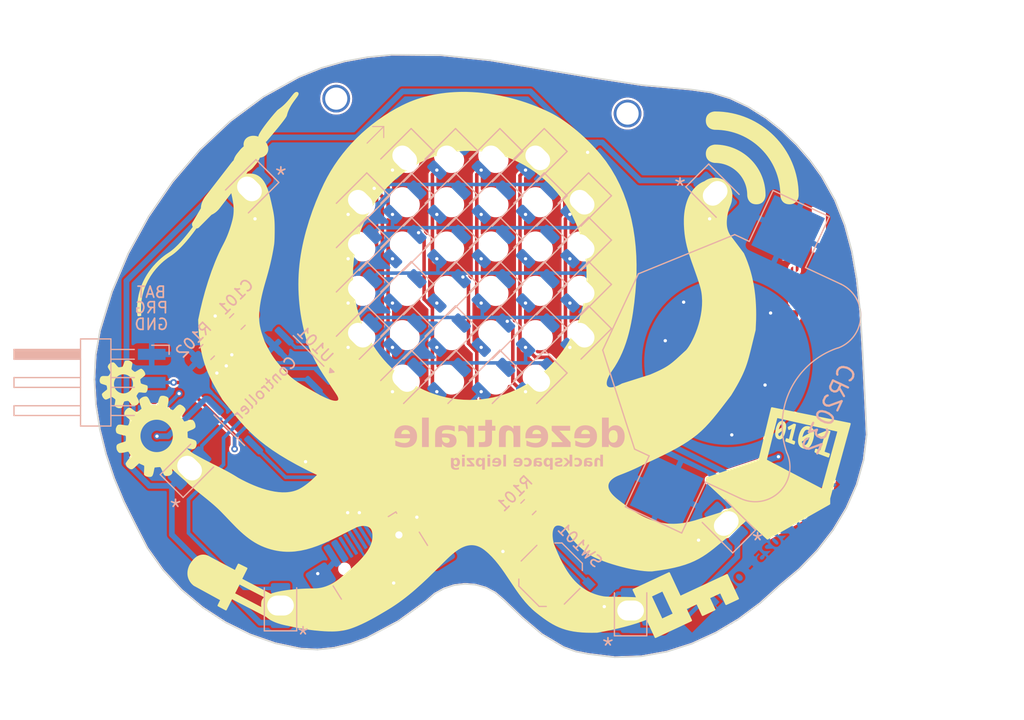
<source format=kicad_pcb>
(kicad_pcb (version 20240108) (generator "pcbnew") (generator_version "8.0")
  (title_block (title "Dezentrale Blinky Logo") (date "2025-04-15") (rev "2") (company "Dezentrale e.V.") (comment 1 "Hardware Design - olel") (comment 2 "CC-BY-SA"))
  (layers (0 "F.Cu" signal) (31 "B.Cu" signal) (34 "B.Paste" user) (35 "F.Paste" user) (36 "B.SilkS" user "B.Silkscreen") (37 "F.SilkS" user "F.Silkscreen") (38 "B.Mask" user) (39 "F.Mask" user) (44 "Edge.Cuts" user))
  (net 0 "")
  (net 1 "+BATT")
  (net 2 "GND")
  (net 3 "/LED1")
  (net 4 "/LED0")
  (net 5 "/LED2")
  (net 6 "/LED3")
  (net 7 "/LED4")
  (net 8 "/LED5")
  (net 9 "/LED6")
  (net 10 "/BUTTON")
  (net 11 "/NRST")
  (net 12 "/SWIO")
  (net 16 "/USB_DP")
  (net 19 "/USB_DN")
  (net 23 "/CAP_2")
  (net 24 "/CAP_1")
  (footprint "LED_SMD:LED_1206_3216Metric_ReverseMount_Hole1.8x2.4mm" (layer "B.Cu") (at 90.842508 60.97945 -135)
    (property "Reference" "D125" (hide yes))
    (property "Value" "LED_45deg" (hide yes))
  )
  (footprint "LED_SMD:LED_1206_3216Metric_ReverseMount_Hole1.8x2.4mm" (layer "B.Cu") (at 90.842508 56.97945 -135)
    (property "Reference" "D119" (hide yes))
    (property "Value" "LED_45deg" (hide yes))
  )
  (footprint "LED_SMD:LED_1206_3216Metric_ReverseMount_Hole1.8x2.4mm" (layer "B.Cu") (at 98.842508 56.97945 -135)
    (property "Reference" "D121" (hide yes))
    (property "Value" "LED_45deg" (hide yes))
  )
  (footprint "LED_SMD:LED_1206_3216Metric_ReverseMount_Hole1.8x2.4mm" (layer "B.Cu") (at 94.842508 60.97945 -135)
    (property "Reference" "D126" (hide yes))
    (property "Value" "LED_45deg" (hide yes))
  )
  (footprint "LED_SMD:LED_1206_3216Metric_ReverseMount_Hole1.8x2.4mm" (layer "B.Cu") (at 102.842508 60.97945 -135)
    (property "Reference" "D128" (hide yes))
    (property "Value" "LED_45deg" (hide yes))
  )
  (footprint "LED_SMD:LED_1206_3216Metric_ReverseMount_Hole1.8x2.4mm" (layer "B.Cu") (at 106.842508 52.97945 -135)
    (property "Reference" "D117" (hide yes))
    (property "Value" "LED_45deg" (hide yes))
  )
  (footprint "LED_SMD:LED_1206_3216Metric_ReverseMount_Hole1.8x2.4mm" (layer "B.Cu") (at 98.842508 48.97945 -135)
    (property "Reference" "D109" (hide yes))
    (property "Value" "LED_45deg" (hide yes))
  )
  (footprint "LED_SMD:LED_1206_3216Metric_ReverseMount_Hole1.8x2.4mm" (layer "B.Cu") (at 122.842508 48.17945 -45)
    (property "Reference" "D142" (hide yes))
    (property "Value" "LED_45deg" (hide yes))
  )
  (footprint "LED_SMD:LED_1206_3216Metric_ReverseMount_Hole1.8x2.4mm" (layer "B.Cu") (at 98.842508 52.97945 -135)
    (property "Reference" "D115" (hide yes))
    (property "Value" "LED_45deg" (hide yes))
  )
  (footprint "LED_SMD:LED_1206_3216Metric_ReverseMount_Hole1.8x2.4mm" (layer "B.Cu") (at 115.217508 85.82945 90)
    (property "Reference" "D140" (hide yes))
    (property "Value" "LED_45deg" (hide yes))
  )
  (footprint "LED_SMD:LED_1206_3216Metric_ReverseMount_Hole1.8x2.4mm" (layer "B.Cu") (at 94.842508 44.97945 -135)
    (property "Reference" "D102" (hide yes))
    (property "Value" "LED_45deg" (hide yes))
  )
  (footprint "LED_SMD:LED_1206_3216Metric_ReverseMount_Hole1.8x2.4mm" (layer "B.Cu") (at 94.842508 56.97945 -135)
    (property "Reference" "D120" (hide yes))
    (property "Value" "LED_45deg" (hide yes))
  )
  (footprint "LED_SMD:LED_1206_3216Metric_ReverseMount_Hole1.8x2.4mm" (layer "B.Cu") (at 106.842508 60.97945 -135)
    (property "Reference" "D129" (hide yes))
    (property "Value" "LED_45deg" (hide yes))
  )
  (footprint "Button_Switch_SMD:SW_Push_1P1T_XKB_TS-1187A" (layer "B.Cu") (at 108 82.6 135)
    (property "Reference" "SW101")
    (property "Value" "Button")
  )
  (footprint "Connector_Harwin:Harwin_M20-89003xx_1x03_P2.54mm_Horizontal" (layer "B.Cu") (at 66.5 65.25 180)
    (property "Reference" "J101" (hide yes))
    (property "Value" "PROG")
  )
  (footprint "LED_SMD:LED_1206_3216Metric_ReverseMount_Hole1.8x2.4mm" (layer "B.Cu") (at 123.842508 77.97945 135)
    (property "Reference" "D141" (hide yes))
    (property "Value" "LED_45deg" (hide yes))
  )
  (footprint "LED_SMD:LED_1206_3216Metric_ReverseMount_Hole1.8x2.4mm" (layer "B.Cu") (at 94.842508 64.97945 -135)
    (property "Reference" "D132" (hide yes))
    (property "Value" "LED_45deg" (hide yes))
  )
  (footprint "LED_SMD:LED_1206_3216Metric_ReverseMount_Hole1.8x2.4mm" (layer "B.Cu") (at 90.842508 48.97945 -135)
    (property "Reference" "D107" (hide yes))
    (property "Value" "LED_45deg" (hide yes))
  )
  (footprint "LED_SMD:LED_1206_3216Metric_ReverseMount_Hole1.8x2.4mm" (layer "B.Cu") (at 80.842508 47.77945 -135)
    (property "Reference" "D137" (hide yes))
    (property "Value" "LED_45deg" (hide yes))
  )
  (footprint "Resistor_SMD:R_0805_2012Metric_Pad1.20x1.40mm_HandSolder" (layer "B.Cu") (at 106 76.5 45)
    (property "Reference" "R101")
    (property "Value" "10kΩ")
  )
  (footprint "LED_SMD:LED_1206_3216Metric_ReverseMount_Hole1.8x2.4mm" (layer "B.Cu") (at 106.842508 44.97945 -135)
    (property "Reference" "D105" (hide yes))
    (property "Value" "LED_45deg" (hide yes))
  )
  (footprint "LED_SMD:LED_1206_3216Metric_ReverseMount_Hole1.8x2.4mm" (layer "B.Cu") (at 102.842508 44.97945 -135)
    (property "Reference" "D104" (hide yes))
    (property "Value" "LED_45deg" (hide yes))
  )
  (footprint "LED_SMD:LED_1206_3216Metric_ReverseMount_Hole1.8x2.4mm" (layer "B.Cu") (at 102.842508 64.97945 -135)
    (property "Reference" "D134" (hide yes))
    (property "Value" "LED_45deg" (hide yes))
  )
  (footprint "LED_SMD:LED_1206_3216Metric_ReverseMount_Hole1.8x2.4mm" (layer "B.Cu") (at 98.842508 60.97945 -135)
    (property "Reference" "D127" (hide yes))
    (property "Value" "LED_45deg" (hide yes))
  )
  (footprint "LED_SMD:LED_1206_3216Metric_ReverseMount_Hole1.8x2.4mm" (layer "B.Cu") (at 106.842508 64.97945 -135)
    (property "Reference" "D135" (hide yes))
    (property "Value" "LED_45deg" (hide yes))
  )
  (footprint "LED_SMD:LED_1206_3216Metric_ReverseMount_Hole1.8x2.4mm" (layer "B.Cu") (at 110.842508 52.97945 -135)
    (property "Reference" "D118" (hide yes))
    (property "Value" "LED_45deg" (hide yes))
  )
  (footprint "LED_SMD:LED_1206_3216Metric_ReverseMount_Hole1.8x2.4mm" (layer "B.Cu") (at 75.442508 72.97945 45)
    (property "Reference" "D138" (hide yes))
    (property "Value" "LED_45deg" (hide yes))
  )
  (footprint "LED_SMD:LED_1206_3216Metric_ReverseMount_Hole1.8x2.4mm" (layer "B.Cu") (at 102.842508 56.97945 -135)
    (property "Reference" "D122" (hide yes))
    (property "Value" "LED_45deg" (hide yes))
  )
  (footprint "LED_SMD:LED_1206_3216Metric_ReverseMount_Hole1.8x2.4mm" (layer "B.Cu") (at 90.842508 52.97945 -135)
    (property "Reference" "D113" (hide yes))
    (property "Value" "LED_45deg" (hide yes))
  )
  (footprint "LED_SMD:LED_1206_3216Metric_ReverseMount_Hole1.8x2.4mm" (layer "B.Cu") (at 83.642508 85.37945 90)
    (property "Reference" "D139" (hide yes))
    (property "Value" "LED_45deg" (hide yes))
  )
  (footprint "LED_SMD:LED_1206_3216Metric_ReverseMount_Hole1.8x2.4mm" (layer "B.Cu") (at 106.842508 48.97945 -135)
    (property "Reference" "D111" (hide yes))
    (property "Value" "LED_45deg" (hide yes))
  )
  (footprint "LED_SMD:LED_1206_3216Metric_ReverseMount_Hole1.8x2.4mm" (layer "B.Cu") (at 110.842508 60.97945 -135)
    (property "Reference" "D130" (hide yes))
    (property "Value" "LED_45deg" (hide yes))
  )
  (footprint "LED_SMD:LED_1206_3216Metric_ReverseMount_Hole1.8x2.4mm" (layer "B.Cu") (at 110.842508 56.97945 -135)
    (property "Reference" "D124" (hide yes))
    (property "Value" "LED_45deg" (hide yes))
  )
  (footprint "Package_SO:SOP-16_3.9x9.9mm_P1.27mm" (layer "B.Cu") (at 82.592508 65.97945 135)
    (property "Reference" "U101")
    (property "Value" "CH32V003AxMx")
  )
  (footprint "Battery:BatteryHolder_Multicomp_BC-2001_1x2032" (layer "B.Cu") (at 123.942508 63.37945 65)
    (property "Reference" "BT101" (hide yes))
    (property "Value" "CR2032")
  )
  (footprint "LED_SMD:LED_1206_3216Metric_ReverseMount_Hole1.8x2.4mm" (layer "B.Cu") (at 102.842508 48.97945 -135)
    (property "Reference" "D110" (hide yes))
    (property "Value" "LED_45deg" (hide yes))
  )
  (footprint "Resistor_SMD:R_0805_2012Metric_Pad1.20x1.40mm_HandSolder" (layer "B.Cu") (at 77 62.5 45)
    (property "Reference" "R102")
    (property "Value" "1.5kΩ")
  )
  (footprint "LED_SMD:LED_1206_3216Metric_ReverseMount_Hole1.8x2.4mm" (layer "B.Cu") (at 98.842508 44.97945 -135)
    (property "Reference" "D103" (hide yes))
    (property "Value" "LED_45deg" (hide yes))
  )
  (footprint "LED_SMD:LED_1206_3216Metric_ReverseMount_Hole1.8x2.4mm" (layer "B.Cu") (at 94.842508 48.97945 -135)
    (property "Reference" "D108" (hide yes))
    (property "Value" "LED_45deg" (hide yes))
  )
  (footprint "LED_SMD:LED_1206_3216Metric_ReverseMount_Hole1.8x2.4mm" (layer "B.Cu") (at 98.842508 64.97945 -135)
    (property "Reference" "D133" (hide yes))
    (property "Value" "LED_45deg" (hide yes))
  )
  (footprint "Connector_USB:USB_C_Receptacle_GCT_USB4110" (layer "B.Cu") (at 93.25 82.75 -148)
    (property "Reference" "J102" (hide yes))
    (property "Value" "USB_C_Receptacle_USB2.0_16P")
  )
  (footprint "LED_SMD:LED_1206_3216Metric_ReverseMount_Hole1.8x2.4mm" (layer "B.Cu") (at 106.842508 56.97945 -135)
    (property "Reference" "D123" (hide yes))
    (property "Value" "LED_45deg" (hide yes))
  )
  (footprint "Capacitor_SMD:C_0805_2012Metric_Pad1.18x1.45mm_HandSolder" (layer "B.Cu") (at 79.75 59.75 45)
    (property "Reference" "C101")
    (property "Value" "100nF")
  )
  (footprint "LED_SMD:LED_1206_3216Metric_ReverseMount_Hole1.8x2.4mm" (layer "B.Cu") (at 110.842508 48.97945 -135)
    (property "Reference" "D112" (hide yes))
    (property "Value" "LED_45deg" (hide yes))
  )
  (footprint "LED_SMD:LED_1206_3216Metric_ReverseMount_Hole1.8x2.4mm" (layer "B.Cu") (at 94.842508 52.97945 -135)
    (property "Reference" "D114" (hide yes))
    (property "Value" "LED_45deg" (hide yes))
  )
  (footprint "LED_SMD:LED_1206_3216Metric_ReverseMount_Hole1.8x2.4mm" (layer "B.Cu") (at 102.842508 52.97945 -135)
    (property "Reference" "D116" (hide yes))
    (property "Value" "LED_45deg" (hide yes))
  )
  (gr_line (start 91.45 43.65) (end 92.95 42.15) (stroke (width 0.1)) (layer "B.SilkS"))
  (gr_line (start 91.95 42.15) (end 92.95 42.15) (stroke (width 0.1)) (layer "B.SilkS"))
  (gr_line (start 92.95 42.15) (end 92.95 43.15) (stroke (width 0.1)) (layer "B.SilkS"))
  (gr_poly (pts (xy 130.054928 69.066882) (xy 130.056511 69.066882) (xy 129.695294 70.505037) (xy 129.982617 70.607355) (xy 129.938176 70.773237) (xy 129.935078 70.77165) (xy 129.935078 70.774747) (xy 129.246746 70.515849) (xy 129.286538 70.361335) (xy 129.554737 70.455905) (xy 129.851361 69.271999) (xy 129.504097 69.456481) (xy 129.504097 69.454894) (xy 129.467923 69.314334) (xy 129.947998 69.046134)) (stroke (width 0.159705)) (fill solid) (layer "F.SilkS"))
  (gr_poly (pts (xy 100.449017 39.105329) (xy 100.448998 39.105345) (xy 100.940213 39.122857) (xy 101.431584 39.155396) (xy 101.922389 39.202549) (xy 102.411907 39.263907) (xy 102.899418 39.339057) (xy 103.384202 39.42759) (xy 103.865538 39.529093) (xy 104.342704 39.643155) (xy 104.814981 39.769366) (xy 105.281648 39.907315) (xy 105.741984 40.056589) (xy 106.195268 40.216778) (xy 106.64078 40.387471) (xy 107.0778 40.568257) (xy 107.505606 40.758724) (xy 107.923477 40.958462) (xy 108.2292 41.118802) (xy 108.535768 41.29462) (xy 108.842294 41.484668) (xy 109.147889 41.687698) (xy 109.451666 41.902461) (xy 109.752737 42.12771) (xy 110.050215 42.362195) (xy 110.343211 42.604669) (xy 110.630838 42.853884) (xy 110.912209 43.108591) (xy 111.186435 43.367541) (xy 111.452629 43.629488) (xy 111.709903 43.893182) (xy 111.957369 44.157375) (xy 112.19414 44.420819) (xy 112.419327 44.682266) (xy 112.929296 45.33136) (xy 113.390451 46.00968) (xy 113.804308 46.714592) (xy 114.172383 47.443461) (xy 114.496192 48.193653) (xy 114.77725 48.962533) (xy 115.017073 49.747466) (xy 115.217178 50.545819) (xy 115.379079 51.354956) (xy 115.504294 52.172244) (xy 115.594337 52.995048) (xy 115.650725 53.820733) (xy 115.674973 54.646664) (xy 115.668597 55.470208) (xy 115.633114 56.28873) (xy 115.570038 57.099595) (xy 115.473147 58.021732) (xy 115.349334 58.947368) (xy 115.274174 59.409168) (xy 115.188493 59.869046) (xy 115.091028 60.326069) (xy 114.980516 60.779307) (xy 114.855692 61.227827) (xy 114.715294 61.670696) (xy 114.558058 62.106982) (xy 114.38272 62.535753) (xy 114.188017 62.956078) (xy 113.972685 63.367023) (xy 113.735462 63.767657) (xy 113.475083 64.157047) (xy 113.394159 64.275987) (xy 113.320501 64.39209) (xy 113.254104 64.505126) (xy 113.194964 64.614865) (xy 113.143076 64.721078) (xy 113.098437 64.823534) (xy 113.061043 64.922003) (xy 113.030888 65.016255) (xy 113.00797 65.106061) (xy 112.992283 65.19119) (xy 112.983823 65.271412) (xy 112.982587 65.346498) (xy 112.988571 65.416217) (xy 113.001769 65.480339) (xy 113.022177 65.538635) (xy 113.049793 65.590875) (xy 113.08461 65.636828) (xy 113.126626 65.676265) (xy 113.175836 65.708955) (xy 113.232235 65.734669) (xy 113.29582 65.753176) (xy 113.366586 65.764248) (xy 113.44453 65.767652) (xy 113.529646 65.763161) (xy 113.621932 65.750543) (xy 113.721381 65.729569) (xy 113.827991 65.700009) (xy 113.941758 65.661633) (xy 114.062676 65.61421) (xy 114.190742 65.557512) (xy 114.325951 65.491307) (xy 114.4683 65.415367) (xy 116.999932 64.611799) (xy 117.31433 64.476921) (xy 117.594113 64.352325) (xy 117.843581 64.235669) (xy 118.067036 64.124608) (xy 118.268778 64.016798) (xy 118.453108 63.909897) (xy 118.624327 63.80156) (xy 118.786737 63.689444) (xy 118.944639 63.571206) (xy 119.102333 63.444501) (xy 119.264121 63.306987) (xy 119.434303 63.156319) (xy 120.285 62.375242) (xy 120.417653 62.208506) (xy 120.560517 61.997825) (xy 120.709881 61.746998) (xy 120.862038 61.459821) (xy 121.013278 61.140095) (xy 121.159894 60.791617) (xy 121.298175 60.418185) (xy 121.424414 60.023599) (xy 121.5349 59.611655) (xy 121.625927 59.186153) (xy 121.693784 58.750892) (xy 121.734764 58.309668) (xy 121.745156 57.866282) (xy 121.721253 57.42453) (xy 121.695282 57.205455) (xy 121.659346 56.988212) (xy 121.612982 56.773278) (xy 121.555725 56.561126) (xy 121.425332 56.140584) (xy 121.29369 55.741853) (xy 121.032229 54.996154) (xy 120.782477 54.296683) (xy 120.555564 53.616095) (xy 120.454151 53.274336) (xy 120.362624 52.927043) (xy 120.282372 52.570799) (xy 120.214789 52.202183) (xy 120.161265 51.81778) (xy 120.123192 51.414169) (xy 120.101961 50.987933) (xy 120.098965 50.535654) (xy 120.110267 50.266014) (xy 120.134159 49.996777) (xy 120.170888 49.729513) (xy 120.2207 49.465789) (xy 120.283839 49.207174) (xy 120.360552 48.955238) (xy 120.404075 48.832265) (xy 120.451085 48.711549) (xy 120.50161 48.593286) (xy 120.555683 48.477674) (xy 120.613333 48.364908) (xy 120.674592 48.255184) (xy 120.73949 48.148698) (xy 120.808058 48.045646) (xy 120.880326 47.946224) (xy 120.956326 47.850629) (xy 121.036088 47.759056) (xy 121.119643 47.671702) (xy 121.207022 47.588763) (xy 121.298254 47.510434) (xy 121.393372 47.436911) (xy 121.492406 47.368392) (xy 121.595385 47.305072) (xy 121.702342 47.247146) (xy 121.813307 47.194812) (xy 121.928311 47.148264) (xy 121.9757 47.113823) (xy 122.024451 47.081234) (xy 122.074512 47.050548) (xy 122.125834 47.021815) (xy 122.178366 46.995088) (xy 122.232059 46.970416) (xy 122.286862 46.947851) (xy 122.342726 46.927445) (xy 122.399599 46.909248) (xy 122.457433 46.893312) (xy 122.516177 46.879687) (xy 122.575781 46.868425) (xy 122.636196 46.859577) (xy 122.69737 46.853193) (xy 122.759253 46.849325) (xy 122.821797 46.848025) (xy 122.898699 46.849969) (xy 122.974594 46.855739) (xy 123.04939 46.865242) (xy 123.122991 46.878382) (xy 123.195304 46.895066) (xy 123.266235 46.915199) (xy 123.335688 46.938689) (xy 123.403571 46.96544) (xy 123.469789 46.995359) (xy 123.534248 47.028352) (xy 123.596854 47.064324) (xy 123.657512 47.103182) (xy 123.716129 47.144831) (xy 123.77261 47.189177) (xy 123.826862 47.236127) (xy 123.87879 47.285587) (xy 123.9283 47.337462) (xy 123.975298 47.391658) (xy 124.01969 47.448081) (xy 124.061382 47.506638) (xy 124.100279 47.567233) (xy 124.136287 47.629774) (xy 124.169313 47.694166) (xy 124.199262 47.760315) (xy 124.226041 47.828127) (xy 124.249554 47.897507) (xy 124.269708 47.968363) (xy 124.286408 48.0406) (xy 124.299562 48.114123) (xy 124.309073 48.188839) (xy 124.314849 48.264654) (xy 124.316796 48.341474) (xy 124.316158 48.382175) (xy 124.314287 48.422766) (xy 124.311245 48.46321) (xy 124.307093 48.503468) (xy 124.301892 48.543501) (xy 124.295705 48.583271) (xy 124.288594 48.62274) (xy 124.280621 48.661868) (xy 124.277154 48.743417) (xy 124.268877 48.820824) (xy 124.256279 48.894873) (xy 124.239849 48.966349) (xy 124.220077 49.036036) (xy 124.197453 49.104718) (xy 124.145603 49.242205) (xy 124.088217 49.385085) (xy 124.029208 49.539631) (xy 124.000319 49.623239) (xy 123.972492 49.712118) (xy 123.946218 49.80705) (xy 123.921986 49.90882) (xy 123.885192 50.094356) (xy 123.856065 50.269689) (xy 123.834367 50.43539) (xy 123.81986 50.592033) (xy 123.812307 50.740192) (xy 123.811471 50.88044) (xy 123.817113 51.013349) (xy 123.828995 51.139493) (xy 123.84688 51.259446) (xy 123.870531 51.373781) (xy 123.89971 51.48307) (xy 123.934178 51.587888) (xy 123.973699 51.688807) (xy 124.018035 51.786401) (xy 124.066947 51.881243) (xy 124.120199 51.973906) (xy 125.368412 53.627972) (xy 125.544759 54.033639) (xy 125.70363 54.441351) (xy 125.845604 54.851356) (xy 125.971258 55.263902) (xy 126.08117 55.679237) (xy 126.175918 56.09761) (xy 126.256078 56.519268) (xy 126.322229 56.94446) (xy 126.374948 57.373435) (xy 126.414813 57.806439) (xy 126.442402 58.243723) (xy 126.458291 58.685533) (xy 126.463059 59.132117) (xy 126.457283 59.583725) (xy 126.416409 60.503003) (xy 125.983327 62.274863) (xy 125.807746 62.957756) (xy 125.717976 63.270579) (xy 125.622232 63.572753) (xy 125.517021 63.870601) (xy 125.398854 64.170449) (xy 125.264238 64.478621) (xy 125.109682 64.801441) (xy 124.931694 65.145234) (xy 124.726785 65.516325) (xy 124.491462 65.921037) (xy 124.222233 66.365695) (xy 123.348247 67.505881) (xy 122.965241 67.994192) (xy 122.604742 68.436771) (xy 122.256635 68.840211) (xy 121.910809 69.211104) (xy 121.557148 69.556043) (xy 121.18554 69.881621) (xy 120.785872 70.194428) (xy 120.348028 70.501059) (xy 119.861897 70.808106) (xy 119.317363 71.12216) (xy 118.704315 71.449814) (xy 118.012638 71.797662) (xy 117.232219 72.172294) (xy 116.352944 72.580305) (xy 116.083018 72.719151) (xy 115.810877 72.852091) (xy 115.53661 72.97972) (xy 115.260308 73.102633) (xy 114.98206 73.221428) (xy 114.701956 73.336699) (xy 114.136544 73.559053) (xy 114.036743 73.59964) (xy 113.93581 73.645343) (xy 113.835121 73.696212) (xy 113.736055 73.752296) (xy 113.63999 73.813647) (xy 113.548303 73.880314) (xy 113.462372 73.952348) (xy 113.421995 73.990393) (xy 113.383575 74.029798) (xy 113.347282 74.070571) (xy 113.31329 74.112716) (xy 113.28177 74.156241) (xy 113.252894 74.201152) (xy 113.226836 74.247455) (xy 113.203766 74.295156) (xy 113.183858 74.344261) (xy 113.167283 74.394777) (xy 113.154215 74.44671) (xy 113.144824 74.500067) (xy 113.139283 74.554853) (xy 113.137765 74.611076) (xy 113.140442 74.66874) (xy 113.147485 74.727853) (xy 113.159068 74.788421) (xy 113.175362 74.85045) (xy 113.194582 74.908514) (xy 113.217688 74.966159) (xy 113.244479 75.023362) (xy 113.274752 75.080104) (xy 113.308307 75.136363) (xy 113.344941 75.192118) (xy 113.426646 75.302032) (xy 113.518255 75.409679) (xy 113.618158 75.51489) (xy 113.724744 75.617498) (xy 113.836401 75.717334) (xy 113.951519 75.814231) (xy 114.068487 75.90802) (xy 114.30153 76.085604) (xy 114.718937 76.396089) (xy 114.941845 76.564504) (xy 115.169313 76.727238) (xy 115.401245 76.8837) (xy 115.637546 77.033295) (xy 115.87812 77.175431) (xy 116.122872 77.309516) (xy 116.371707 77.434956) (xy 116.624527 77.55116) (xy 116.881239 77.657533) (xy 117.141747 77.753484) (xy 117.405955 77.83842) (xy 117.673767 77.911748) (xy 117.945088 77.972875) (xy 118.219824 78.021208) (xy 118.497877 78.056155) (xy 118.779152 78.077123) (xy 119.076514 78.083103) (xy 119.370207 78.073226) (xy 119.660603 78.048907) (xy 119.948068 78.01156) (xy 120.232973 77.962601) (xy 120.515686 77.903443) (xy 120.796576 77.835501) (xy 121.076012 77.760191) (xy 123.303425 77.0622) (xy 123.348136 77.048108) (xy 123.398271 77.029981) (xy 123.513694 76.982695) (xy 123.647449 76.922494) (xy 123.797292 76.851529) (xy 124.512654 76.503057) (xy 122.081795 74.234979) (xy 122.081795 73.893915) (xy 126.805708 72.261442) (xy 127.417393 72.261442) (xy 132.503388 74.926397) (xy 133.959114 69.620778) (xy 128.389942 68.367105) (xy 127.417393 72.261442) (xy 126.805708 72.261442) (xy 126.823624 72.25525) (xy 127.956887 67.561998) (xy 134.989533 68.977933) (xy 133.139519 75.712404) (xy 133.139519 76.198678) (xy 127.561047 79.349389) (xy 125.671238 77.600145) (xy 125.427097 77.82489) (xy 125.182469 78.043175) (xy 124.72353 78.44242) (xy 124.525109 78.614404) (xy 124.357978 78.761978) (xy 124.230083 78.880657) (xy 124.183332 78.927758) (xy 124.149369 78.965951) (xy 122.674723 80.176726) (xy 122.34538 80.432129) (xy 122.016815 80.669928) (xy 121.681555 80.89078) (xy 121.332125 81.095342) (xy 120.961051 81.284269) (xy 120.560857 81.458219) (xy 120.124071 81.617847) (xy 119.643218 81.763811) (xy 119.110822 81.896767) (xy 118.519411 82.017371) (xy 117.861509 82.126279) (xy 117.129643 82.224149) (xy 116.809505 82.219843) (xy 116.456942 82.194299) (xy 116.077691 82.149255) (xy 115.677492 82.086447) (xy 115.262082 82.007612) (xy 114.837202 81.914486) (xy 114.408589 81.808807) (xy 113.981982 81.692309) (xy 113.56312 81.566731) (xy 113.157742 81.433808) (xy 112.771585 81.295278) (xy 112.41039 81.152876) (xy 112.079894 81.00834) (xy 111.785836 80.863406) (xy 111.533956 80.71981) (xy 111.329991 80.57929) (xy 111.152741 80.438329) (xy 110.977181 80.293307) (xy 110.804221 80.144004) (xy 110.634766 79.990202) (xy 110.469727 79.831681) (xy 110.389147 79.750583) (xy 110.31001 79.668223) (xy 110.232432 79.584574) (xy 110.156525 79.499609) (xy 110.082402 79.4133) (xy 110.010178 79.32562) (xy 109.956802 79.255982) (xy 109.904182 79.18081) (xy 109.851951 79.1012) (xy 109.799742 79.018248) (xy 109.693921 78.846697) (xy 109.639573 78.760289) (xy 109.583779 78.674921) (xy 109.526169 78.591687) (xy 109.466378 78.511683) (xy 109.404038 78.436005) (xy 109.338781 78.365747) (xy 109.304945 78.332993) (xy 109.270241 78.302006) (xy 109.234625 78.272921) (xy 109.19805 78.245876) (xy 109.16047 78.221008) (xy 109.12184 78.198453) (xy 109.082114 78.178349) (xy 109.041245 78.160833) (xy 108.935123 78.124072) (xy 108.836602 78.099084) (xy 108.745453 78.085292) (xy 108.661445 78.082119) (xy 108.584348 78.088989) (xy 108.513931 78.105325) (xy 108.449965 78.13055) (xy 108.392219 78.164087) (xy 108.340464 78.205361) (xy 108.294468 78.253793) (xy 108.254002 78.308808) (xy 108.218835 78.369829) (xy 108.188737 78.436278) (xy 108.163478 78.50758) (xy 108.142829 78.583158) (xy 108.126557 78.662434) (xy 108.106229 78.829776) (xy 108.100653 79.004994) (xy 108.107988 79.183472) (xy 108.12639 79.360599) (xy 108.154019 79.531759) (xy 108.189033 79.69234) (xy 108.229591 79.837727) (xy 108.27385 79.963308) (xy 108.443231 80.377171) (xy 108.619127 80.784012) (xy 108.803326 81.181843) (xy 108.997615 81.568672) (xy 109.20378 81.942509) (xy 109.42361 82.301365) (xy 109.658891 82.64325) (xy 109.91141 82.966173) (xy 110.044692 83.119902) (xy 110.182954 83.268145) (xy 110.326419 83.410652) (xy 110.475311 83.547174) (xy 110.629853 83.677464) (xy 110.790268 83.801273) (xy 110.95678 83.918351) (xy 111.129612 84.028449) (xy 111.308987 84.13132) (xy 111.495129 84.226714) (xy 111.688262 84.314383) (xy 111.888608 84.394077) (xy 112.096392 84.465548) (xy 112.311835 84.528548) (xy 112.535163 84.582827) (xy 112.766598 84.628137) (xy 112.961039 84.648265) (xy 113.236092 84.660212) (xy 113.974331 84.671064) (xy 114.873902 84.683707) (xy 115.350621 84.697892) (xy 115.827393 84.721155) (xy 115.770546 84.601266) (xy 115.733978 84.522706) (xy 117.041291 84.522706) (xy 118.032963 86.650224) (xy 119.110932 86.146894) (xy 118.119778 84.018861) (xy 118.056217 84.047281) (xy 117.041291 84.522706) (xy 115.733978 84.522706) (xy 115.470826 83.957376) (xy 115.483235 83.952218) (xy 117.625222 82.951761) (xy 117.625222 82.950174) (xy 118.687691 82.45408) (xy 119.684014 84.591936) (xy 121.495789 83.745477) (xy 123.904942 82.621515) (xy 123.917355 82.61532) (xy 124.414997 83.680887) (xy 124.4119 83.682474) (xy 124.91058 84.754243) (xy 123.846562 85.249822) (xy 123.846562 85.248235) (xy 123.835713 85.253393) (xy 123.33807 84.184724) (xy 122.288521 84.673585) (xy 122.787197 85.744321) (xy 122.774788 85.748975) (xy 121.723172 86.2399) (xy 121.721585 86.238313) (xy 121.710736 86.242971) (xy 121.213608 85.175851) (xy 120.181115 85.657476) (xy 120.676693 86.723043) (xy 120.66222 86.729238) (xy 120.664334 86.733892) (xy 119.808571 87.133352) (xy 119.808571 87.134939) (xy 118.425705 87.780374) (xy 118.409699 87.787099) (xy 117.45937 88.230482) (xy 116.686291 86.566499) (xy 116.219684 86.748264) (xy 115.708129 86.922586) (xy 115.160445 87.088425) (xy 114.585457 87.244744) (xy 113.991986 87.390503) (xy 113.388854 87.524662) (xy 112.784884 87.646183) (xy 112.188896 87.754026) (xy 111.69921 87.761129) (xy 111.245557 87.754053) (xy 110.824527 87.732462) (xy 110.432709 87.696021) (xy 110.066693 87.644392) (xy 109.723068 87.577239) (xy 109.398425 87.494226) (xy 109.089351 87.395017) (xy 108.792438 87.279274) (xy 108.504274 87.146663) (xy 108.221449 86.996846) (xy 107.940552 86.829487) (xy 107.658172 86.64425) (xy 107.3709 86.440799) (xy 107.075325 86.218796) (xy 106.768036 85.977907) (xy 106.587314 85.82865) (xy 106.413028 85.673819) (xy 106.08209 85.348957) (xy 105.771872 85.006363) (xy 105.479024 84.64908) (xy 105.200194 84.280151) (xy 104.932033 83.902618) (xy 104.414316 83.133911) (xy 103.899067 82.367302) (xy 103.633993 81.99239) (xy 103.359485 81.627131) (xy 103.072193 81.274567) (xy 102.768766 80.937741) (xy 102.445853 80.619695) (xy 102.276043 80.468666) (xy 102.100106 80.323472) (xy 101.949249 80.211752) (xy 101.799602 80.116434) (xy 101.651184 80.036887) (xy 101.504014 79.972486) (xy 101.35811 79.922601) (xy 101.213492 79.886604) (xy 101.07018 79.863868) (xy 100.928192 79.853764) (xy 100.787547 79.855664) (xy 100.648265 79.86894) (xy 100.510365 79.892964) (xy 100.373865 79.927107) (xy 100.238786 79.970743) (xy 100.105146 80.023241) (xy 99.972964 80.083976) (xy 99.842259 80.152317) (xy 99.713051 80.227638) (xy 99.585359 80.309309) (xy 99.334599 80.489193) (xy 99.090131 80.686944) (xy 98.852109 80.897536) (xy 98.620686 81.115946) (xy 98.396014 81.337148) (xy 97.967541 81.767827) (xy 97.425379 82.308537) (xy 96.876974 82.842409) (xy 96.319545 83.365558) (xy 95.750308 83.874095) (xy 95.460391 84.12167) (xy 95.166479 84.364134) (xy 94.868223 84.601002) (xy 94.565275 84.831787) (xy 94.257288 85.056003) (xy 93.943913 85.273166) (xy 93.624804 85.482788) (xy 93.29961 85.684385) (xy 92.52414 86.145285) (xy 92.131364 86.370524) (xy 91.734496 86.588754) (xy 91.33299 86.797322) (xy 90.926296 86.993578) (xy 90.513867 87.174869) (xy 90.30533 87.259074) (xy 90.095154 87.338544) (xy 89.9175 87.399747) (xy 89.740598 87.453015) (xy 89.564255 87.498761) (xy 89.388277 87.537401) (xy 89.212472 87.569347) (xy 89.036647 87.595014) (xy 88.860609 87.614817) (xy 88.684166 87.629168) (xy 88.507123 87.638483) (xy 88.329289 87.643176) (xy 87.970476 87.640349) (xy 87.606182 87.624001) (xy 87.234864 87.597444) (xy 86.699422 87.546506) (xy 86.369178 87.506787) (xy 86.004907 87.45649) (xy 85.61235 87.39481) (xy 85.197249 87.320938) (xy 84.765346 87.234067) (xy 84.32238 87.13339) (xy 84.148994 87.09958) (xy 83.983152 87.06348) (xy 83.824745 87.025126) (xy 83.673661 86.984554) (xy 83.529791 86.941798) (xy 83.393024 86.896895) (xy 83.26325 86.849881) (xy 83.140359 86.80079) (xy 83.024239 86.749658) (xy 82.914782 86.696521) (xy 82.811875 86.641414) (xy 82.71541 86.584372) (xy 82.625274 86.525432) (xy 82.54136 86.464629) (xy 82.463554 86.401998) (xy 82.391749 86.337575) (xy 79.237419 84.702531) (xy 78.714971 85.742776) (xy 78.03956 85.379491) (xy 78.295358 84.860143) (xy 77.294609 84.312383) (xy 79.444623 84.312383) (xy 82.011391 85.662172) (xy 82.003196 85.626085) (xy 81.995968 85.589725) (xy 81.989699 85.553089) (xy 81.984382 85.516177) (xy 81.980011 85.478988) (xy 81.976578 85.441521) (xy 81.974076 85.403775) (xy 81.972497 85.36575) (xy 81.971835 85.327443) (xy 81.972083 85.288855) (xy 81.973233 85.249984) (xy 81.975279 85.210829) (xy 81.978212 85.17139) (xy 81.982027 85.131665) (xy 81.99227 85.051355) (xy 81.998095 85.020483) (xy 82.00597 84.990175) (xy 82.015857 84.960421) (xy 82.027722 84.931214) (xy 82.041526 84.902546) (xy 82.057236 84.874407) (xy 82.074813 84.846791) (xy 82.094222 84.819688) (xy 82.115428 84.793091) (xy 82.138393 84.766991) (xy 82.163082 84.74138) (xy 82.189458 84.71625) (xy 82.217485 84.691593) (xy 82.247128 84.6674) (xy 82.278349 84.643663) (xy 82.311114 84.620374) (xy 79.914877 83.378072) (xy 79.444623 84.312383) (xy 77.294609 84.312383) (xy 75.867083 83.531026) (xy 75.828517 83.502207) (xy 75.731658 83.416192) (xy 75.670201 83.351944) (xy 75.604768 83.273648) (xy 75.538893 83.181385) (xy 75.476107 83.07524) (xy 75.419944 82.955296) (xy 75.39545 82.890176) (xy 75.373936 82.821636) (xy 75.355844 82.749689) (xy 75.341615 82.674344) (xy 75.331691 82.595611) (xy 75.326514 82.513501) (xy 75.326526 82.428025) (xy 75.332166 82.339193) (xy 75.343879 82.247015) (xy 75.362104 82.151501) (xy 75.387284 82.052663) (xy 75.419859 81.95051) (xy 75.460272 81.845053) (xy 75.508965 81.736303) (xy 75.585209 81.609523) (xy 75.662057 81.494851) (xy 75.739309 81.391758) (xy 75.816767 81.299713) (xy 75.894234 81.218186) (xy 75.97151 81.146647) (xy 76.048398 81.084566) (xy 76.1247 81.031413) (xy 76.200216 80.986657) (xy 76.274749 80.949769) (xy 76.348101 80.920218) (xy 76.420073 80.897475) (xy 76.490466 80.881008) (xy 76.559084 80.870289) (xy 76.625727 80.864786) (xy 76.690197 80.86397) (xy 76.752295 80.867311) (xy 76.811825 80.874278) (xy 76.868586 80.884342) (xy 76.922382 80.896971) (xy 76.973014 80.911637) (xy 77.020283 80.927809) (xy 77.10394 80.96255) (xy 77.171768 80.996953) (xy 77.22218 81.026778) (xy 77.264413 81.055726) (xy 79.566081 82.276323) (xy 79.859604 81.67946) (xy 80.579457 82.031377) (xy 80.090081 83.003927) (xy 82.751417 84.400743) (xy 82.983536 84.322295) (xy 83.235016 84.252582) (xy 83.502121 84.191102) (xy 83.78112 84.137355) (xy 84.068279 84.090838) (xy 84.359866 84.051049) (xy 84.941387 83.989653) (xy 85.49582 83.949153) (xy 85.993301 83.925539) (xy 86.403964 83.914797) (xy 86.697945 83.912916) (xy 86.878108 83.907934) (xy 87.056322 83.892108) (xy 87.232439 83.865914) (xy 87.406309 83.829829) (xy 87.577783 83.784329) (xy 87.746712 83.72989) (xy 87.912946 83.666991) (xy 88.076336 83.596106) (xy 88.236733 83.517713) (xy 88.393987 83.432289) (xy 88.54795 83.34031) (xy 88.698472 83.242253) (xy 88.845403 83.138594) (xy 88.988595 83.029811) (xy 89.127898 82.916379) (xy 89.263163 82.798776) (xy 90.189899 81.988582) (xy 90.440956 81.759588) (xy 90.689839 81.520825) (xy 90.931585 81.272696) (xy 91.161232 81.015607) (xy 91.373818 80.749961) (xy 91.564381 80.476163) (xy 91.649852 80.336333) (xy 91.727958 80.194617) (xy 91.798076 80.051065) (xy 91.859588 79.905727) (xy 91.911872 79.758655) (xy 91.954308 79.609898) (xy 91.986276 79.459507) (xy 92.007157 79.307533) (xy 92.016328 79.154027) (xy 92.013171 78.999038) (xy 91.997066 78.842617) (xy 91.96739 78.684816) (xy 91.950298 78.621941) (xy 91.929088 78.563267) (xy 91.903965 78.5087) (xy 91.875134 78.458145) (xy 91.842799 78.411507) (xy 91.807164 78.36869) (xy 91.768434 78.329599) (xy 91.726812 78.29414) (xy 91.682504 78.262217) (xy 91.635712 78.233736) (xy 91.586643 78.2086) (xy 91.5355 78.186716) (xy 91.482487 78.167988) (xy 91.427809 78.15232) (xy 91.371671 78.139619) (xy 91.314275 78.129788) (xy 91.196532 78.118359) (xy 91.076214 78.117273) (xy 90.954956 78.125768) (xy 90.834393 78.143085) (xy 90.716159 78.168463) (xy 90.601888 78.201141) (xy 90.493216 78.240359) (xy 90.391777 78.285356) (xy 88.42595 79.272181) (xy 87.937671 79.504581) (xy 87.448223 79.721961) (xy 86.956388 79.919673) (xy 86.460946 80.093068) (xy 85.960677 80.237498) (xy 85.454363 80.348314) (xy 84.940783 80.420868) (xy 84.680887 80.441344) (xy 84.418717 80.450512) (xy 84.154122 80.447789) (xy 83.886948 80.432596) (xy 83.617043 80.40435) (xy 83.344254 80.362472) (xy 83.06843 80.306379) (xy 82.789417 80.235491) (xy 82.507064 80.149227) (xy 82.221217 80.047006) (xy 81.92104 79.920782) (xy 81.633399 79.779001) (xy 81.357234 79.622901) (xy 81.091484 79.45372) (xy 80.835086 79.272697) (xy 80.58698 79.081069) (xy 80.346104 78.880075) (xy 80.111397 78.670952) (xy 79.881797 78.454939) (xy 79.656242 78.233274) (xy 79.213024 77.777939) (xy 78.773251 77.314852) (xy 78.328432 76.853918) (xy 78.175741 76.702038) (xy 78.019625 76.552972) (xy 77.698579 76.262121) (xy 77.368228 75.979047) (xy 77.031503 75.701435) (xy 76.350658 75.15333) (xy 76.012401 74.878204) (xy 75.679498 74.599275) (xy 75.53953 74.47965) (xy 75.46865 74.418048) (xy 75.3979 74.35512) (xy 75.327823 74.29077) (xy 75.258964 74.224898) (xy 75.191867 74.157406) (xy 75.15915 74.123023) (xy 75.127077 74.088197) (xy 74.769151 73.781104) (xy 74.592814 73.626039) (xy 74.418403 73.469619) (xy 74.246051 73.311585) (xy 74.07589 73.15168) (xy 73.90805 72.989646) (xy 73.742666 72.825223) (xy 73.742156 72.831465) (xy 73.741565 72.837781) (xy 73.740369 72.85054) (xy 73.739882 72.856932) (xy 73.739546 72.863301) (xy 73.739421 72.869621) (xy 73.739456 72.872755) (xy 73.739565 72.875867) (xy 73.740122 72.884729) (xy 73.740919 72.893548) (xy 73.741922 72.902344) (xy 73.743098 72.911137) (xy 73.744414 72.919946) (xy 73.745836 72.92879) (xy 73.748867 72.946664) (xy 73.758297 72.994461) (xy 73.769537 73.043235) (xy 73.78146 73.093254) (xy 73.792941 73.144787) (xy 73.798163 73.171206) (xy 73.802853 73.198104) (xy 73.806868 73.225515) (xy 73.810069 73.253474) (xy 73.812315 73.282012) (xy 73.813465 73.311164) (xy 73.813378 73.340965) (xy 73.811913 73.371446) (xy 73.81107 73.378528) (xy 73.809745 73.385685) (xy 73.805681 73.400187) (xy 73.799788 73.414865) (xy 73.792135 73.429634) (xy 73.782789 73.444408) (xy 73.771817 73.459102) (xy 73.759289 73.473631) (xy 73.745271 73.487908) (xy 73.729831 73.501848) (xy 73.713037 73.515365) (xy 73.694957 73.528374) (xy 73.675659 73.54079) (xy 73.65521 73.552526) (xy 73.633678 73.563498) (xy 73.611131 73.573618) (xy 73.587637 73.582803) (xy 73.584536 73.582803) (xy 73.584291 73.582906) (xy 73.584057 73.583018) (xy 73.583832 73.583137) (xy 73.583616 73.583263) (xy 73.583409 73.583396) (xy 73.583209 73.583534) (xy 73.583015 73.583678) (xy 73.582828 73.583827) (xy 73.582469 73.584137) (xy 73.582126 73.58446) (xy 73.581465 73.585129) (xy 73.581136 73.585465) (xy 73.5808 73.585797) (xy 73.580452 73.586121) (xy 73.580087 73.586431) (xy 73.579896 73.58658) (xy 73.579698 73.586724) (xy 73.579493 73.586863) (xy 73.57928 73.586996) (xy 73.579058 73.587122) (xy 73.578827 73.587242) (xy 73.578586 73.587353) (xy 73.578334 73.587457) (xy 73.575978 73.588113) (xy 73.573693 73.588653) (xy 73.571471 73.589092) (xy 73.569302 73.589445) (xy 73.567174 73.589729) (xy 73.565079 73.589958) (xy 73.560946 73.590313) (xy 73.556823 73.590634) (xy 73.552629 73.591043) (xy 73.550481 73.591318) (xy 73.548285 73.591662) (xy 73.546032 73.592089) (xy 73.543711 73.592615) (xy 73.524694 73.596845) (xy 73.506049 73.600541) (xy 73.487769 73.603698) (xy 73.469847 73.606311) (xy 73.452277 73.608374) (xy 73.43505 73.609882) (xy 73.41816 73.610831) (xy 73.401601 73.611215) (xy 73.391716 73.611386) (xy 73.382289 73.611463) (xy 73.37324 73.611413) (xy 73.364487 73.611204) (xy 73.355948 73.610802) (xy 73.347542 73.610176) (xy 73.339188 73.609292) (xy 73.330804 73.608117) (xy 73.323762 73.606914) (xy 73.316923 73.605584) (xy 73.310292 73.604128) (xy 73.303869 73.602545) (xy 73.297658 73.600834) (xy 73.291661 73.598996) (xy 73.28588 73.59703) (xy 73.280318 73.594935) (xy 73.274977 73.592711) (xy 73.26986 73.590357) (xy 73.264969 73.587874) (xy 73.260306 73.585261) (xy 73.255874 73.582517) (xy 73.251676 73.579641) (xy 73.247713 73.576634) (xy 73.243988 73.573495) (xy 73.243464 73.573076) (xy 73.242888 73.572687) (xy 73.242264 73.572324) (xy 73.241594 73.571987) (xy 73.240135 73.571378) (xy 73.238542 73.570845) (xy 73.236847 73.57037) (xy 73.23508 73.569936) (xy 73.231453 73.569125) (xy 73.227907 73.568278) (xy 73.226241 73.567799) (xy 73.224688 73.567261) (xy 73.223278 73.566647) (xy 73.222637 73.566306) (xy 73.222043 73.56594) (xy 73.2215 73.565546) (xy 73.221012 73.565123) (xy 73.220584 73.564668) (xy 73.220218 73.56418) (xy 73.191686 73.517668) (xy 73.165152 73.469443) (xy 73.140312 73.419866) (xy 73.116863 73.369296) (xy 73.072917 73.266616) (xy 73.03088 73.164279) (xy 72.988319 73.065163) (xy 72.966082 73.017711) (xy 72.942802 72.972144) (xy 72.918173 72.92882) (xy 72.891893 72.8881) (xy 72.863657 72.850343) (xy 72.848711 72.832687) (xy 72.833161 72.815908) (xy 72.804294 72.812207) (xy 72.772459 72.809991) (xy 72.738094 72.809114) (xy 72.701636 72.809426) (xy 72.624191 72.813027) (xy 72.543622 72.81961) (xy 72.463427 72.82799) (xy 72.387105 72.836985) (xy 72.26007 72.852079) (xy 72.258274 72.852377) (xy 72.256518 72.852844) (xy 72.254801 72.853474) (xy 72.25312 72.854261) (xy 72.251474 72.855199) (xy 72.249862 72.856281) (xy 72.246732 72.858854) (xy 72.243718 72.861932) (xy 72.240806 72.865466) (xy 72.237985 72.869408) (xy 72.235242 72.873707) (xy 72.232564 72.878315) (xy 72.229939 72.883184) (xy 72.224797 72.893507) (xy 72.214594 72.915124) (xy 72.203941 72.944942) (xy 72.193965 72.979099) (xy 72.17535 73.058304) (xy 72.138596 73.245365) (xy 72.117675 73.344701) (xy 72.10597 73.393958) (xy 72.093203 73.44223) (xy 72.079201 73.488985) (xy 72.063789 73.53369) (xy 72.046794 73.575814) (xy 72.028042 73.614824) (xy 72.023605 73.622697) (xy 72.018681 73.630141) (xy 72.013278 73.63716) (xy 72.007405 73.64376) (xy 72.001071 73.649944) (xy 71.994285 73.655717) (xy 71.987056 73.661084) (xy 71.979392 73.666048) (xy 71.971303 73.670615) (xy 71.962797 73.674788) (xy 71.953883 73.678573) (xy 71.94457 73.681974) (xy 71.934866 73.684995) (xy 71.924781 73.68764) (xy 71.914324 73.689915) (xy 71.903502 73.691823) (xy 71.901941 73.691823) (xy 71.898821 73.692353) (xy 71.895618 73.692759) (xy 71.892341 73.693057) (xy 71.888997 73.693261) (xy 71.882144 73.693441) (xy 71.875122 73.693409) (xy 71.860833 73.693161) (xy 71.853695 73.693168) (xy 71.846648 73.69341) (xy 71.836326 73.693484) (xy 71.825864 73.693397) (xy 71.815258 73.693137) (xy 71.8045 73.692689) (xy 71.793584 73.692041) (xy 71.782505 73.691178) (xy 71.771256 73.690086) (xy 71.759831 73.688753) (xy 71.754941 73.688258) (xy 71.750151 73.687907) (xy 71.740802 73.687539) (xy 71.722543 73.687428) (xy 71.713353 73.687285) (xy 71.708682 73.687104) (xy 71.703937 73.686816) (xy 71.6991 73.686397) (xy 71.694154 73.685821) (xy 71.689083 73.685063) (xy 71.683867 73.684099) (xy 71.668455 73.680981) (xy 71.653345 73.677566) (xy 71.638542 73.673862) (xy 71.624054 73.669878) (xy 71.609887 73.665623) (xy 71.596048 73.661106) (xy 71.582543 73.656335) (xy 71.56938 73.651321) (xy 71.556564 73.646071) (xy 71.544104 73.640595) (xy 71.532004 73.634901) (xy 71.520273 73.628999) (xy 71.508916 73.622897) (xy 71.497941 73.616604) (xy 71.487353 73.61013) (xy 71.477161 73.603483) (xy 71.472675 73.600432) (xy 71.468348 73.597344) (xy 71.46418 73.594216) (xy 71.460172 73.591043) (xy 71.456325 73.587822) (xy 71.452641 73.58455) (xy 71.44912 73.581222) (xy 71.445764 73.577835) (xy 71.442573 73.574386) (xy 71.439549 73.570871) (xy 71.436693 73.567286) (xy 71.434006 73.563628) (xy 71.431489 73.559893) (xy 71.429143 73.556077) (xy 71.426969 73.552177) (xy 71.424968 73.548189) (xy 71.424595 73.547458) (xy 71.424169 73.546749) (xy 71.423692 73.546059) (xy 71.423169 73.545386) (xy 71.422603 73.54473) (xy 71.422 73.544089) (xy 71.420696 73.542845) (xy 71.419289 73.541641) (xy 71.417812 73.540465) (xy 71.414777 73.538147) (xy 71.413285 73.536981) (xy 71.411854 73.535794) (xy 71.410515 73.534573) (xy 71.409891 73.533946) (xy 71.409303 73.533306) (xy 71.408754 73.532651) (xy 71.408249 73.53198) (xy 71.407791 73.531291) (xy 71.407386 73.530583) (xy 71.407036 73.529855) (xy 71.406747 73.529104) (xy 71.406522 73.528329) (xy 71.406365 73.527528) (xy 71.405743 73.52214) (xy 71.40534 73.516589) (xy 71.405132 73.510894) (xy 71.40509 73.505077) (xy 71.405401 73.493153) (xy 71.40606 73.480977) (xy 71.407573 73.45651) (xy 71.408 73.44454) (xy 71.408039 73.43869) (xy 71.407926 73.432958) (xy 71.407618 73.41905) (xy 71.407627 73.405093) (xy 71.407892 73.391067) (xy 71.408356 73.376955) (xy 71.411027 73.319272) (xy 71.427504 73.015227) (xy 71.429327 72.938178) (xy 71.42853 72.861398) (xy 71.426884 72.823215) (xy 71.424264 72.785227) (xy 71.420564 72.747477) (xy 71.415678 72.710008) (xy 71.394055 72.70032) (xy 71.370912 72.689247) (xy 71.320696 72.664163) (xy 71.266295 72.637197) (xy 71.23792 72.62377) (xy 71.208973 72.610788) (xy 71.148355 72.584173) (xy 71.090086 72.557672) (xy 71.061911 72.544331) (xy 71.034417 72.530857) (xy 71.007635 72.517199) (xy 70.981596 72.503301) (xy 70.975848 72.500248) (xy 70.969801 72.497241) (xy 70.957038 72.49135) (xy 70.930418 72.479912) (xy 70.917466 72.474287) (xy 70.905357 72.46867) (xy 70.89976 72.465854) (xy 70.894544 72.463024) (xy 70.889764 72.460177) (xy 70.885478 72.457307) (xy 70.885379 72.457348) (xy 70.88528 72.457398) (xy 70.885181 72.457458) (xy 70.885083 72.457526) (xy 70.884985 72.457603) (xy 70.884888 72.457687) (xy 70.884694 72.457875) (xy 70.884501 72.458085) (xy 70.884309 72.458313) (xy 70.883926 72.458799) (xy 70.883543 72.459292) (xy 70.883351 72.459528) (xy 70.883159 72.459751) (xy 70.882965 72.459955) (xy 70.882771 72.460136) (xy 70.882673 72.460216) (xy 70.882575 72.460287) (xy 70.882476 72.460351) (xy 70.882377 72.460405) (xy 70.869523 72.466722) (xy 70.856543 72.473981) (xy 70.843435 72.482132) (xy 70.830194 72.491121) (xy 70.816817 72.500896) (xy 70.8033 72.511406) (xy 70.789639 72.522597) (xy 70.775832 72.534419) (xy 70.747763 72.559743) (xy 70.719062 72.586961) (xy 70.659652 72.645406) (xy 70.57718 72.727077) (xy 70.532695 72.769821) (xy 70.485665 72.813298) (xy 70.435804 72.857105) (xy 70.382828 72.900838) (xy 70.355084 72.922551) (xy 70.326453 72.944095) (xy 70.296902 72.965418) (xy 70.266394 72.986471) (xy 70.265948 72.98674) (xy 70.265491 72.986983) (xy 70.265024 72.987204) (xy 70.264547 72.987406) (xy 70.264064 72.987592) (xy 70.263574 72.987765) (xy 70.262582 72.988089) (xy 70.261581 72.988405) (xy 70.260584 72.988738) (xy 70.26009 72.98892) (xy 70.259601 72.989117) (xy 70.259118 72.989332) (xy 70.258642 72.989568) (xy 70.257081 72.991155) (xy 70.252429 72.992742) (xy 70.249748 72.993896) (xy 70.247026 72.994966) (xy 70.244264 72.995955) (xy 70.241463 72.996864) (xy 70.238622 72.997693) (xy 70.235742 72.998446) (xy 70.232824 72.999123) (xy 70.229867 72.999725) (xy 70.226873 73.000255) (xy 70.223842 73.000714) (xy 70.220773 73.001103) (xy 70.217668 73.001423) (xy 70.214526 73.001677) (xy 70.211348 73.001866) (xy 70.204887 73.002054) (xy 70.195453 73.002562) (xy 70.18584 73.002405) (xy 70.176055 73.00161) (xy 70.166104 73.000203) (xy 70.155993 72.998211) (xy 70.145727 72.99566) (xy 70.135313 72.992576) (xy 70.124757 72.988986) (xy 70.114064 72.984916) (xy 70.103241 72.980393) (xy 70.092294 72.975443) (xy 70.081229 72.970092) (xy 70.070051 72.964367) (xy 70.058767 72.958294) (xy 70.035905 72.945211) (xy 70.031474 72.942448) (xy 70.027091 72.939604) (xy 70.01845 72.933697) (xy 70.009947 72.927535) (xy 70.001545 72.921166) (xy 69.993207 72.914638) (xy 69.984896 72.907997) (xy 69.968209 72.894567) (xy 69.962799 72.890449) (xy 69.957304 72.886472) (xy 69.946145 72.878842) (xy 69.923712 72.864168) (xy 69.912764 72.856721) (xy 69.907428 72.852882) (xy 69.902211 72.848933) (xy 69.897134 72.844848) (xy 69.892217 72.840601) (xy 69.887479 72.836169) (xy 69.882943 72.831525) (xy 69.874487 72.822059) (xy 69.866133 72.812237) (xy 69.857901 72.802087) (xy 69.849816 72.791638) (xy 69.841898 72.780919) (xy 69.834172 72.769957) (xy 69.826659 72.75878) (xy 69.819382 72.747419) (xy 69.812363 72.7359) (xy 69.805625 72.724251) (xy 69.79919 72.712503) (xy 69.793081 72.700682) (xy 69.787321 72.688817) (xy 69.781932 72.676936) (xy 69.776935 72.665068) (xy 69.772355 72.653242) (xy 69.770279 72.648044) (xy 69.768365 72.642865) (xy 69.766614 72.637712) (xy 69.765031 72.632591) (xy 69.763617 72.627506) (xy 69.762375 72.622465) (xy 69.761308 72.617473) (xy 69.760417 72.612536) (xy 69.759705 72.60766) (xy 69.759176 72.60285) (xy 69.75883 72.598113) (xy 69.758672 72.593455) (xy 69.758702 72.588881) (xy 69.758925 72.584398) (xy 69.759341 72.580011) (xy 69.759954 72.575727) (xy 69.760073 72.575215) (xy 69.760142 72.574685) (xy 69.760165 72.574141) (xy 69.760146 72.573582) (xy 69.760088 72.57301) (xy 69.759996 72.572426) (xy 69.759719 72.571228) (xy 69.759345 72.569997) (xy 69.7589 72.568744) (xy 69.757916 72.566208) (xy 69.757432 72.564945) (xy 69.756992 72.563699) (xy 69.756624 72.56248) (xy 69.756357 72.561297) (xy 69.756269 72.560722) (xy 69.756217 72.56016) (xy 69.756205 72.559613) (xy 69.756235 72.55908) (xy 69.756311 72.558564) (xy 69.756437 72.558065) (xy 69.756617 72.557586) (xy 69.756853 72.557126) (xy 69.760571 72.55086) (xy 69.764166 72.545132) (xy 69.767654 72.539874) (xy 69.771052 72.535015) (xy 69.774375 72.530486) (xy 69.77764 72.526219) (xy 69.784058 72.518193) (xy 69.790435 72.510383) (xy 69.796898 72.502235) (xy 69.800202 72.497862) (xy 69.803576 72.493196) (xy 69.807036 72.48817) (xy 69.810597 72.482713) (xy 69.836248 72.442145) (xy 69.861215 72.404276) (xy 69.885553 72.368846) (xy 69.909317 72.335595) (xy 69.932563 72.304261) (xy 69.955344 72.274584) (xy 69.977715 72.246305) (xy 69.999733 72.219163) (xy 70.07462 72.128976) (xy 70.110025 72.085248) (xy 70.143905 72.041618) (xy 70.176139 71.997475) (xy 70.191601 71.975021) (xy 70.206604 71.952211) (xy 70.221134 71.928967) (xy 70.235176 71.905215) (xy 70.248714 71.880877) (xy 70.261732 71.855878) (xy 70.238495 71.829326) (xy 70.216579 71.802946) (xy 70.19584 71.776669) (xy 70.176135 71.750425) (xy 70.157322 71.724143) (xy 70.139256 71.697754) (xy 70.104795 71.644371) (xy 70.071606 71.589715) (xy 70.038542 71.533225) (xy 69.96821 71.412496) (xy 69.938703 71.412888) (xy 69.90921 71.41435) (xy 69.879728 71.416789) (xy 69.850249 71.420116) (xy 69.82077 71.424239) (xy 69.791284 71.429068) (xy 69.73227 71.440481) (xy 69.673163 71.453628) (xy 69.613921 71.467782) (xy 69.494854 71.49621) (xy 69.486602 71.497974) (xy 69.478295 71.499633) (xy 69.46158 71.502722) (xy 69.428191 71.508619) (xy 69.409412 71.512011) (xy 69.390598 71.515047) (xy 69.371746 71.517735) (xy 69.352852 71.520081) (xy 69.333913 71.522093) (xy 69.314923 71.523776) (xy 69.29588 71.525138) (xy 69.27678 71.526185) (xy 69.263377 71.526484) (xy 69.249962 71.526583) (xy 69.236521 71.526484) (xy 69.223036 71.526185) (xy 69.211577 71.526299) (xy 69.200184 71.526722) (xy 69.177481 71.527813) (xy 69.16611 71.528139) (xy 69.154688 71.528091) (xy 69.148948 71.527873) (xy 69.143184 71.527497) (xy 69.137392 71.526941) (xy 69.131569 71.526185) (xy 69.130995 71.526067) (xy 69.130427 71.525883) (xy 69.129862 71.525638) (xy 69.129302 71.525336) (xy 69.128745 71.52498) (xy 69.128192 71.524576) (xy 69.127642 71.524126) (xy 69.127095 71.523636) (xy 69.126009 71.522548) (xy 69.124929 71.521345) (xy 69.123855 71.52006) (xy 69.122783 71.518725) (xy 69.120637 71.516036) (xy 69.119558 71.514746) (xy 69.118471 71.513537) (xy 69.117374 71.51244) (xy 69.116821 71.511944) (xy 69.116265 71.511489) (xy 69.115704 71.511078) (xy 69.11514 71.510715) (xy 69.114571 71.510405) (xy 69.113998 71.510152) (xy 69.112437 71.510152) (xy 69.109851 71.50863) (xy 69.107305 71.506966) (xy 69.104794 71.50517) (xy 69.102312 71.503251) (xy 69.099855 71.501217) (xy 69.097419 71.499079) (xy 69.094999 71.496846) (xy 69.092591 71.494527) (xy 69.087788 71.489666) (xy 69.082974 71.484572) (xy 69.073163 71.473977) (xy 69.063356 71.464083) (xy 69.053651 71.453578) (xy 69.044074 71.442506) (xy 69.034652 71.430913) (xy 69.025412 71.418843) (xy 69.01638 71.406339) (xy 69.007584 71.393448) (xy 68.999051 71.380212) (xy 68.990807 71.366676) (xy 68.982879 71.352886) (xy 68.975294 71.338885) (xy 68.968079 71.324717) (xy 68.96126 71.310428) (xy 68.954866 71.296062) (xy 68.948922 71.281662) (xy 68.943455 71.267274) (xy 68.942163 71.263477) (xy 68.941133 71.259677) (xy 68.940331 71.255874) (xy 68.939724 71.252067) (xy 68.93928 71.248255) (xy 68.938965 71.244437) (xy 68.938592 71.236782) (xy 68.938343 71.229095) (xy 68.937954 71.221369) (xy 68.937625 71.21749) (xy 68.937162 71.213599) (xy 68.936532 71.209695) (xy 68.935703 71.205778) (xy 68.934153 71.20112) (xy 68.931047 71.187264) (xy 68.928325 71.173324) (xy 68.92599 71.159347) (xy 68.924045 71.14538) (xy 68.922491 71.131469) (xy 68.92133 71.11766) (xy 68.920566 71.104) (xy 68.9202 71.090536) (xy 68.9202 71.088949) (xy 68.920413 71.076217) (xy 68.920867 71.06371) (xy 68.921584 71.051444) (xy 68.922583 71.039435) (xy 68.923886 71.0277) (xy 68.925513 71.016257) (xy 68.927485 71.005121) (xy 68.929821 70.99431) (xy 68.932544 70.983841) (xy 68.935672 70.973729) (xy 68.939227 70.963992) (xy 68.94323 70.954647) (xy 68.947701 70.94571) (xy 68.95266 70.937198) (xy 68.958128 70.929127) (xy 68.964125 70.921516) (xy 68.965345 70.919906) (xy 68.966599 70.91834) (xy 68.967884 70.916815) (xy 68.969199 70.915327) (xy 68.97054 70.913873) (xy 68.971906 70.912451) (xy 68.974699 70.909689) (xy 68.97756 70.907016) (xy 68.980468 70.904408) (xy 68.986346 70.899291) (xy 68.986704 70.899016) (xy 68.987046 70.898725) (xy 68.987376 70.89842) (xy 68.987692 70.898102) (xy 68.988291 70.897433) (xy 68.988852 70.896725) (xy 68.989383 70.895988) (xy 68.989893 70.89523) (xy 68.990882 70.893688) (xy 68.991377 70.892921) (xy 68.991885 70.892168) (xy 68.992413 70.891438) (xy 68.992969 70.890741) (xy 68.993563 70.890083) (xy 68.993876 70.889773) (xy 68.994201 70.889475) (xy 68.99454 70.889193) (xy 68.994894 70.888925) (xy 68.995262 70.888675) (xy 68.995648 70.888442) (xy 68.996053 70.888217) (xy 68.996451 70.888007) (xy 68.99723 70.88762) (xy 68.997993 70.887265) (xy 68.998748 70.886924) (xy 68.999503 70.886579) (xy 69.000266 70.886213) (xy 69.000653 70.886017) (xy 69.001045 70.885808) (xy 69.001443 70.885586) (xy 69.001849 70.885347) (xy 69.002033 70.885204) (xy 69.002221 70.885072) (xy 69.002412 70.884951) (xy 69.002607 70.884838) (xy 69.002803 70.884734) (xy 69.003001 70.884635) (xy 69.0034 70.884454) (xy 69.004193 70.884119) (xy 69.004578 70.883947) (xy 69.004766 70.883856) (xy 69.00495 70.88376) (xy 69.047999 70.861282) (xy 69.091574 70.84052) (xy 69.13546 70.821342) (xy 69.179441 70.803617) (xy 69.223302 70.787213) (xy 69.266829 70.771999) (xy 69.35202 70.744615) (xy 69.508936 70.698342) (xy 69.577223 70.67735) (xy 69.608071 70.66693) (xy 69.636436 70.656385) (xy 69.644621 70.652905) (xy 69.652562 70.649358) (xy 69.660243 70.645745) (xy 69.66765 70.642066) (xy 69.674769 70.63832) (xy 69.681586 70.634509) (xy 69.688086 70.630632) (xy 69.694255 70.626689) (xy 69.700078 70.622681) (xy 69.705542 70.618609) (xy 69.710631 70.614471) (xy 69.715333 70.610269) (xy 69.719632 70.606003) (xy 69.723514 70.601673) (xy 69.726964 70.597278) (xy 69.728524 70.595057) (xy 69.72997 70.592821) (xy 69.736429 70.581406) (xy 69.74235 70.568503) (xy 69.75264 70.538666) (xy 69.760974 70.504173) (xy 69.767483 70.465886) (xy 69.772301 70.424671) (xy 69.775561 70.38139) (xy 69.777396 70.336906) (xy 69.777937 70.292082) (xy 69.777319 70.247784) (xy 69.775674 70.204873) (xy 69.773134 70.164213) (xy 69.769834 70.126667) (xy 69.765904 70.0931) (xy 69.762561 70.071395) (xy 70.931439 70.071395) (xy 70.933457 70.150681) (xy 70.939421 70.228925) (xy 70.949232 70.306031) (xy 70.962795 70.381901) (xy 70.980012 70.45644) (xy 71.000787 70.529551) (xy 71.025023 70.601135) (xy 71.052624 70.671098) (xy 71.083491 70.739341) (xy 71.11753 70.805769) (xy 71.154642 70.870284) (xy 71.194732 70.93279) (xy 71.237702 70.993189) (xy 71.283456 71.051386) (xy 71.331896 71.107282) (xy 71.382926 71.160782) (xy 71.43645 71.211789) (xy 71.49237 71.260206) (xy 71.55059 71.305936) (xy 71.611013 71.348882) (xy 71.673542 71.388947) (xy 71.738081 71.426035) (xy 71.804532 71.460049) (xy 71.872799 71.490892) (xy 71.942785 71.518468) (xy 72.014394 71.542679) (xy 72.087528 71.563429) (xy 72.162091 71.58062) (xy 72.237985 71.594157) (xy 72.315115 71.603943) (xy 72.393384 71.609879) (xy 72.472694 71.611871) (xy 72.55196 71.60984) (xy 72.630185 71.603866) (xy 72.707272 71.594047) (xy 72.783124 71.580478) (xy 72.857645 71.563256) (xy 72.930737 71.542479) (xy 73.002304 71.518243) (xy 73.072249 71.490645) (xy 73.140476 71.459782) (xy 73.206888 71.42575) (xy 73.271387 71.388647) (xy 73.333878 71.348569) (xy 73.394263 71.305613) (xy 73.452446 71.259876) (xy 73.508331 71.211455) (xy 73.561819 71.160446) (xy 73.612816 71.106946) (xy 73.661223 71.051053) (xy 73.706944 70.992862) (xy 73.749883 70.932471) (xy 73.789943 70.869977) (xy 73.827027 70.805475) (xy 73.861038 70.739064) (xy 73.891879 70.67084) (xy 73.919454 70.6009) (xy 73.943667 70.52934) (xy 73.96442 70.456257) (xy 73.981616 70.381749) (xy 73.99516 70.305912) (xy 74.004953 70.228842) (xy 74.010901 70.150637) (xy 74.012904 70.071393) (xy 74.010913 69.992107) (xy 74.004976 69.913862) (xy 73.99519 69.836753) (xy 73.981653 69.760878) (xy 73.964461 69.686334) (xy 73.943711 69.613217) (xy 73.9195 69.541624) (xy 73.891924 69.471652) (xy 73.861081 69.403399) (xy 73.827067 69.33696) (xy 73.789979 69.272433) (xy 73.749914 69.209914) (xy 73.706968 69.1495) (xy 73.661238 69.091288) (xy 73.612821 69.035375) (xy 73.561815 68.981858) (xy 73.508315 68.930833) (xy 73.452418 68.882398) (xy 73.394222 68.836649) (xy 73.333822 68.793683) (xy 73.271317 68.753596) (xy 73.206802 68.716486) (xy 73.140374 68.68245) (xy 73.072131 68.651584) (xy 73.002169 68.623985) (xy 72.930584 68.599749) (xy 72.857474 68.578975) (xy 72.782935 68.561758) (xy 72.707065 68.548196) (xy 72.629959 68.538384) (xy 72.551715 68.532421) (xy 72.472553 68.530406) (xy 72.396263 68.532272) (xy 72.320363 68.537895) (xy 72.245107 68.547221) (xy 72.170621 68.560195) (xy 72.097033 68.576767) (xy 72.024467 68.596883) (xy 71.953051 68.620492) (xy 71.882911 68.647541) (xy 71.814173 68.677978) (xy 71.746964 68.711751) (xy 71.681409 68.748806) (xy 71.617637 68.789092) (xy 71.555772 68.832557) (xy 71.495941 68.879148) (xy 71.438271 68.928813) (xy 71.382888 68.9815) (xy 71.330184 69.036866) (xy 71.2805 69.09452) (xy 71.23389 69.154337) (xy 71.190405 69.21619) (xy 71.150098 69.279953) (xy 71.113022 69.3455) (xy 71.079228 69.412706) (xy 71.048769 69.481445) (xy 71.021697 69.551589) (xy 70.998065 69.623014) (xy 70.977925 69.695593) (xy 70.96133 69.769201) (xy 70.948331 69.843711) (xy 70.938981 69.918997) (xy 70.933333 69.994934) (xy 70.931439 70.071395) (xy 69.762561 70.071395) (xy 69.761479 70.064374) (xy 69.756691 70.041353) (xy 69.751674 70.0249) (xy 69.714479 70.003876) (xy 69.674309 69.98518) (xy 69.631561 69.96852) (xy 69.586628 69.953601) (xy 69.539906 69.940131) (xy 69.491791 69.927817) (xy 69.392962 69.905482) (xy 69.293303 69.884251) (xy 69.195976 69.861778) (xy 69.149175 69.849343) (xy 69.104144 69.835717) (xy 69.061276 69.820609) (xy 69.020969 69.803724) (xy 69.011203 69.799135) (xy 69.006406 69.79682) (xy 69.001664 69.794477) (xy 68.996978 69.792093) (xy 68.992347 69.789659) (xy 68.987769 69.787163) (xy 68.983245 69.784593) (xy 68.979416 69.782505) (xy 68.975452 69.780529) (xy 68.971381 69.778643) (xy 68.967226 69.776828) (xy 68.950289 69.76986) (xy 68.941987 69.766265) (xy 68.937967 69.764368) (xy 68.934068 69.762378) (xy 68.930317 69.760273) (xy 68.926738 69.758034) (xy 68.923357 69.75564) (xy 68.9202 69.75307) (xy 68.919671 69.752555) (xy 68.91917 69.75198) (xy 68.918696 69.75135) (xy 68.918246 69.750667) (xy 68.917414 69.749159) (xy 68.91666 69.747484) (xy 68.915972 69.74567) (xy 68.915334 69.743746) (xy 68.91416 69.73968) (xy 68.913031 69.735511) (xy 68.911838 69.731465) (xy 68.911184 69.729559) (xy 68.910474 69.727768) (xy 68.909694 69.726122) (xy 68.908831 69.724647) (xy 68.907505 69.722335) (xy 68.906231 69.719944) (xy 68.905006 69.717478) (xy 68.903826 69.714942) (xy 68.901584 69.709677) (xy 68.899477 69.704187) (xy 68.897472 69.69851) (xy 68.895541 69.692682) (xy 68.891777 69.680725) (xy 68.88726 69.66671) (xy 68.883122 69.652143) (xy 68.87938 69.637077) (xy 68.876044 69.621561) (xy 68.87313 69.605645) (xy 68.87065 69.589381) (xy 68.868617 69.57282) (xy 68.867045 69.556011) (xy 68.865947 69.539006) (xy 68.865336 69.521855) (xy 68.865227 69.504609) (xy 68.865631 69.487318) (xy 68.866563 69.470033) (xy 68.868036 69.452806) (xy 68.870063 69.435685) (xy 68.872657 69.418723) (xy 68.873745 69.41313) (xy 68.875076 69.407522) (xy 68.876627 69.401899) (xy 68.878374 69.39626) (xy 68.880291 69.390606) (xy 68.882355 69.384936) (xy 68.886826 69.373546) (xy 68.896463 69.350552) (xy 68.90124 69.338943) (xy 68.90573 69.327255) (xy 68.905895 69.326872) (xy 68.906084 69.326462) (xy 68.906501 69.325571) (xy 68.906714 69.3251) (xy 68.90692 69.324617) (xy 68.907112 69.324126) (xy 68.907199 69.323878) (xy 68.90728 69.323631) (xy 68.912574 69.309658) (xy 68.917836 69.296415) (xy 68.923173 69.283791) (xy 68.928696 69.271671) (xy 68.934514 69.259941) (xy 68.937567 69.254188) (xy 68.940735 69.248489) (xy 68.944031 69.242831) (xy 68.947468 69.2372) (xy 68.951061 69.231581) (xy 68.954823 69.225961) (xy 68.959371 69.218843) (xy 68.963976 69.211931) (xy 68.968638 69.205244) (xy 68.973355 69.1988) (xy 68.978126 69.192617) (xy 68.982951 69.186711) (xy 68.987827 69.181102) (xy 68.992755 69.175807) (xy 68.997732 69.170844) (xy 69.002759 69.16623) (xy 69.007833 69.161985) (xy 69.012955 69.158124) (xy 69.018122 69.154667) (xy 69.023334 69.151632) (xy 69.028589 69.149035) (xy 69.031233 69.147907) (xy 69.033888 69.146896) (xy 69.034479 69.146644) (xy 69.035064 69.14636) (xy 69.035645 69.14605) (xy 69.036223 69.145718) (xy 69.037371 69.145015) (xy 69.038514 69.1443) (xy 69.039087 69.143951) (xy 69.039661 69.143617) (xy 69.040238 69.143303) (xy 69.040818 69.143015) (xy 69.041402 69.142759) (xy 69.041991 69.142541) (xy 69.042587 69.142366) (xy 69.042887 69.142296) (xy 69.043189 69.14224) (xy 69.086333 69.135433) (xy 69.130316 69.131674) (xy 69.175065 69.130615) (xy 69.220505 69.131907) (xy 69.266565 69.1352) (xy 69.313169 69.140146) (xy 69.407719 69.153601) (xy 69.600124 69.184988) (xy 69.648485 69.191733) (xy 69.696803 69.197338) (xy 69.745004 69.201455) (xy 69.793014 69.203735) (xy 69.813992 69.204008) (xy 69.834998 69.203934) (xy 69.845483 69.20372) (xy 69.85594 69.203364) (xy 69.86636 69.202846) (xy 69.87673 69.202148) (xy 69.892962 69.201043) (xy 69.909128 69.199777) (xy 69.917191 69.19902) (xy 69.925244 69.198148) (xy 69.933288 69.197135) (xy 69.941326 69.195957) (xy 69.962409 69.159454) (xy 69.98221 69.123861) (xy 70.018336 69.055195) (xy 70.050439 68.989546) (xy 70.079259 68.926502) (xy 70.105533 68.86565) (xy 70.129998 68.806576) (xy 70.176453 68.692111) (xy 70.178927 68.684598) (xy 70.180209 68.676829) (xy 70.180334 68.668807) (xy 70.179342 68.660535) (xy 70.177269 68.652016) (xy 70.174154 68.643253) (xy 70.170032 68.634249) (xy 70.164943 68.625009) (xy 70.15201 68.605828) (xy 70.135655 68.585735) (xy 70.116177 68.564756) (xy 70.093877 68.542915) (xy 70.069054 68.520238) (xy 70.042009 68.49675) (xy 69.982451 68.447441) (xy 69.849858 68.340196) (xy 69.826716 68.320693) (xy 69.803776 68.300801) (xy 69.78101 68.280453) (xy 69.769684 68.270087) (xy 69.758391 68.25958) (xy 69.752244 68.25402) (xy 69.746062 68.248674) (xy 69.733634 68.238479) (xy 69.708821 68.21909) (xy 69.696607 68.209329) (xy 69.690586 68.204308) (xy 69.684635 68.199146) (xy 69.678766 68.193808) (xy 69.672989 68.188258) (xy 69.667316 68.182461) (xy 69.661756 68.176381) (xy 69.654544 68.16733) (xy 69.64836 68.157453) (xy 69.643169 68.146801) (xy 69.638939 68.135422) (xy 69.635635 68.123365) (xy 69.633225 68.110677) (xy 69.631675 68.097409) (xy 69.630952 68.083608) (xy 69.631021 68.069322) (xy 69.63185 68.054602) (xy 69.633405 68.039494) (xy 69.635653 68.024049) (xy 69.63856 68.008314) (xy 69.642093 67.992338) (xy 69.646218 67.976169) (xy 69.650903 67.959857) (xy 69.653866 67.950008) (xy 69.657089 67.94014) (xy 69.660568 67.930263) (xy 69.664303 67.920387) (xy 69.668292 67.910519) (xy 69.672532 67.900672) (xy 69.677022 67.890853) (xy 69.681762 67.881072) (xy 69.686747 67.871339) (xy 69.691978 67.861664) (xy 69.697453 67.852055) (xy 69.703169 67.842523) (xy 69.709125 67.833076) (xy 69.71532 67.823725) (xy 69.721751 67.814479) (xy 69.728417 67.805347) (xy 69.72945 67.803925) (xy 69.730369 67.802471) (xy 69.731191 67.80099) (xy 69.731933 67.799487) (xy 69.732613 67.797967) (xy 69.733247 67.796436) (xy 69.734445 67.793357) (xy 69.735665 67.790293) (xy 69.736326 67.788778) (xy 69.737043 67.787282) (xy 69.737834 67.78581) (xy 69.738716 67.784367) (xy 69.739705 67.782958) (xy 69.740818 67.781587) (xy 69.74268 67.779578) (xy 69.744697 67.777569) (xy 69.74685 67.775558) (xy 69.749121 67.773543) (xy 69.753937 67.769497) (xy 69.758992 67.765417) (xy 69.764133 67.761292) (xy 69.769207 67.757108) (xy 69.771671 67.75499) (xy 69.774061 67.752853) (xy 69.776358 67.750694) (xy 69.778542 67.748514) (xy 69.788317 67.738545) (xy 69.798505 67.728742) (xy 69.80908 67.71909) (xy 69.820018 67.709573) (xy 69.831294 67.700176) (xy 69.842884 67.690883) (xy 69.854764 67.681679) (xy 69.866909 67.67255) (xy 69.868972 67.671017) (xy 69.870947 67.669434) (xy 69.872849 67.667809) (xy 69.874689 67.666152) (xy 69.878241 67.662779) (xy 69.88171 67.659392) (xy 69.885202 67.656067) (xy 69.88699 67.654452) (xy 69.888823 67.652881) (xy 69.890716 67.651363) (xy 69.892681 67.649909) (xy 69.894732 67.648527) (xy 69.896881 67.647228) (xy 69.900498 67.645643) (xy 69.911563 67.639323) (xy 69.922747 67.633499) (xy 69.934035 67.628215) (xy 69.945413 67.623516) (xy 69.956865 67.619444) (xy 69.968376 67.616043) (xy 69.979931 67.613358) (xy 69.991516 67.611431) (xy 70.003114 67.610308) (xy 70.014712 67.610031) (xy 70.026293 67.610645) (xy 70.037843 67.612193) (xy 70.049347 67.614718) (xy 70.055078 67.616362) (xy 70.06079 67.618266) (xy 70.066484 67.620437) (xy 70.072157 67.62288) (xy 70.077807 67.6256) (xy 70.083433 67.628602) (xy 70.12313 67.651719) (xy 70.16289 67.676746) (xy 70.202581 67.703292) (xy 70.24207 67.730967) (xy 70.319911 67.788141) (xy 70.395352 67.845144) (xy 70.46733 67.89885) (xy 70.501689 67.92349) (xy 70.534784 67.946135) (xy 70.566483 67.966393) (xy 70.596652 67.983874) (xy 70.62516 67.998186) (xy 70.651873 68.008941) (xy 70.664477 68.012197) (xy 70.670677 68.013662) (xy 70.67679 68.014971) (xy 70.682804 68.016091) (xy 70.688707 68.016986) (xy 70.694484 68.01762) (xy 70.700122 68.017959) (xy 70.70561 68.017968) (xy 70.710933 68.017612) (xy 70.713529 68.017286) (xy 70.716079 68.016855) (xy 70.718581 68.016316) (xy 70.721034 68.015664) (xy 70.723437 68.014894) (xy 70.725786 68.014002) (xy 70.728082 68.012984) (xy 70.730321 68.011835) (xy 70.732504 68.010551) (xy 70.734627 68.009128) (xy 70.736689 68.007561) (xy 70.73869 68.005845) (xy 70.742004 68.002924) (xy 70.745205 68.000202) (xy 70.748307 67.997656) (xy 70.751323 67.99526) (xy 70.757152 67.990819) (xy 70.762799 67.986679) (xy 70.768372 67.982642) (xy 70.773977 67.978509) (xy 70.779722 67.974079) (xy 70.782681 67.971691) (xy 70.785715 67.969154) (xy 70.828856 67.932672) (xy 70.870299 67.898954) (xy 70.910598 67.867299) (xy 70.950309 67.837006) (xy 71.114377 67.715421) (xy 71.148935 67.689489) (xy 71.166349 67.676146) (xy 71.186724 67.660129) (xy 71.18153 67.615301) (xy 71.173223 67.568883) (xy 71.162272 67.521173) (xy 71.149151 67.472472) (xy 71.13433 67.423077) (xy 71.11828 67.373289) (xy 71.084384 67.273729) (xy 71.051233 67.176186) (xy 71.036115 67.12892) (xy 71.022599 67.083055) (xy 71.011155 67.038893) (xy 71.002254 66.996731) (xy 70.996369 66.956869) (xy 70.993971 66.919607) (xy 70.993827 66.915304) (xy 70.993533 66.910898) (xy 70.992616 66.901859) (xy 70.990333 66.883482) (xy 70.98946 66.874489) (xy 70.989198 66.870116) (xy 70.989094 66.865855) (xy 70.989179 66.861728) (xy 70.989482 66.857755) (xy 70.990036 66.853959) (xy 70.990871 66.85036) (xy 70.991124 66.849625) (xy 70.991475 66.84884) (xy 70.992447 66.847131) (xy 70.993744 66.845255) (xy 70.995323 66.843232) (xy 70.997143 66.841084) (xy 70.99916 66.838832) (xy 71.003616 66.834099) (xy 71.01303 66.824312) (xy 71.01524 66.821921) (xy 71.017307 66.819594) (xy 71.019189 66.817354) (xy 71.020843 66.815219) (xy 71.023805 66.811282) (xy 71.026886 66.807347) (xy 71.030111 66.803385) (xy 71.033505 66.799368) (xy 71.037093 66.795265) (xy 71.040899 66.791047) (xy 71.044948 66.786684) (xy 71.049265 66.782148) (xy 71.061934 66.769062) (xy 71.067871 66.763099) (xy 71.073858 66.757289) (xy 71.080129 66.751453) (xy 71.086921 66.745414) (xy 71.094469 66.738996) (xy 71.103008 66.732021) (xy 71.117943 66.719956) (xy 71.13328 66.708173) (xy 71.148918 66.696787) (xy 71.164755 66.685914) (xy 71.18069 66.675669) (xy 71.196621 66.666168) (xy 71.204553 66.661732) (xy 71.212447 66.657525) (xy 71.220288 66.653561) (xy 71.228066 66.649856) (xy 71.228367 66.649709) (xy 71.228667 66.649539) (xy 71.228964 66.64935) (xy 71.229258 66.649145) (xy 71.229552 66.648927) (xy 71.229843 66.648701) (xy 71.230422 66.648237) (xy 71.230997 66.647782) (xy 71.231284 66.647567) (xy 71.23157 66.647365) (xy 71.231856 66.647179) (xy 71.232143 66.647014) (xy 71.232429 66.646872) (xy 71.232573 66.646812) (xy 71.232717 66.646758) (xy 71.234278 66.646758) (xy 71.234776 66.646507) (xy 71.23527 66.646223) (xy 71.235762 66.645911) (xy 71.23625 66.645576) (xy 71.236735 66.645224) (xy 71.237219 66.644859) (xy 71.238182 66.644109) (xy 71.239141 66.643369) (xy 71.23962 66.643014) (xy 71.2401 66.642677) (xy 71.240581 66.642362) (xy 71.241062 66.642074) (xy 71.241545 66.641818) (xy 71.24203 66.641599) (xy 71.267889 66.631819) (xy 71.293873 66.622884) (xy 71.319822 66.614847) (xy 71.345572 66.607762) (xy 71.370961 66.601681) (xy 71.395827 66.596658) (xy 71.420007 66.592745) (xy 71.44334 66.589996) (xy 71.465662 66.588464) (xy 71.486812 66.588202) (xy 71.506626 66.589264) (xy 71.524944 66.591701) (xy 71.53349 66.593453) (xy 71.541602 66.595568) (xy 71.549257 66.598054) (xy 71.556437 66.600918) (xy 71.563121 66.604165) (xy 71.569289 66.607803) (xy 71.57492 66.611838) (xy 71.579994 66.616277) (xy 71.597831 66.634304) (xy 71.61486 66.653293) (xy 71.646697 66.693904) (xy 71.675914 66.737604) (xy 71.702919 66.783886) (xy 71.728121 66.832247) (xy 71.751929 66.88218) (xy 71.796997 66.984743) (xy 71.841391 67.087529) (xy 71.864357 67.137743) (xy 71.88838 67.186497) (xy 71.91387 67.233285) (xy 71.941235 67.277602) (xy 71.970884 67.318943) (xy 71.986692 67.338339) (xy 72.003224 67.356801) (xy 72.136399 67.350384) (xy 72.275814 67.345331) (xy 72.411097 67.341747) (xy 72.531874 67.339736) (xy 72.542046 67.331688) (xy 72.551892 67.321923) (xy 72.570688 67.297592) (xy 72.588423 67.267445) (xy 72.605257 67.232183) (xy 72.621352 67.192507) (xy 72.636866 67.149119) (xy 72.666798 67.054012) (xy 72.726764 66.85011) (xy 72.742713 66.800373) (xy 72.759366 66.752535) (xy 72.776882 66.707296) (xy 72.795424 66.665359) (xy 72.7983 66.659052) (xy 72.801195 66.652902) (xy 72.804114 66.646891) (xy 72.80706 66.641002) (xy 72.810037 66.63522) (xy 72.813049 66.629525) (xy 72.8161 66.623903) (xy 72.819194 66.618335) (xy 72.820936 66.615327) (xy 72.82263 66.612135) (xy 72.824284 66.60879) (xy 72.825907 66.605325) (xy 72.832258 66.590911) (xy 72.835469 66.583824) (xy 72.837113 66.580423) (xy 72.838795 66.577161) (xy 72.840522 66.574069) (xy 72.842304 66.57118) (xy 72.844149 66.568525) (xy 72.846066 66.566139) (xy 72.846262 66.565998) (xy 72.846565 66.565844) (xy 72.846962 66.565679) (xy 72.847436 66.565503) (xy 72.84856 66.565124) (xy 72.849819 66.56472) (xy 72.851093 66.564299) (xy 72.851698 66.564086) (xy 72.852263 66.563872) (xy 72.852772 66.56366) (xy 72.853211 66.56345) (xy 72.853565 66.563244) (xy 72.853705 66.563143) (xy 72.853818 66.563043) (xy 72.855379 66.561456) (xy 72.860087 66.557384) (xy 72.867536 66.553044) (xy 72.877587 66.548585) (xy 72.890103 66.544153) (xy 72.904946 66.539898) (xy 72.921979 66.535967) (xy 72.941065 66.532507) (xy 72.962065 66.529666) (xy 72.984842 66.527593) (xy 73.009259 66.526435) (xy 73.035178 66.52634) (xy 73.062462 66.527456) (xy 73.090972 66.52993) (xy 73.120572 66.533911) (xy 73.151124 66.539546) (xy 73.182491 66.546983) (xy 73.211195 66.55571) (xy 73.23861 66.564531) (xy 73.264683 66.573474) (xy 73.289363 66.582565) (xy 73.312601 66.59183) (xy 73.334345 66.601296) (xy 73.354544 66.61099) (xy 73.364048 66.61593) (xy 73.373147 66.620937) (xy 73.381835 66.626015) (xy 73.390105 66.631166) (xy 73.39795 66.636394) (xy 73.405365 66.641702) (xy 73.412343 66.647094) (xy 73.418878 66.652573) (xy 73.424962 66.658141) (xy 73.430591 66.663803) (xy 73.435758 66.669562) (xy 73.440456 66.675421) (xy 73.444678 66.681384) (xy 73.448419 66.687453) (xy 73.451673 66.693632) (xy 73.454432 66.699925) (xy 73.456691 66.706334) (xy 73.458443 66.712863) (xy 73.46561 66.755149) (xy 73.469078 66.799021) (xy 73.469295 66.844252) (xy 73.466708 66.890616) (xy 73.461764 66.937887) (xy 73.454912 66.985837) (xy 73.437273 67.08287) (xy 73.398786 67.275123) (xy 73.391107 67.321486) (xy 73.3851 67.366717) (xy 73.381214 67.410588) (xy 73.379895 67.452873) (xy 73.380067 67.464605) (xy 73.380521 67.476141) (xy 73.381257 67.487489) (xy 73.382275 67.49866) (xy 73.383577 67.509662) (xy 73.385164 67.520505) (xy 73.387038 67.531199) (xy 73.389198 67.541753) (xy 73.426653 67.563982) (xy 73.467189 67.588944) (xy 73.557549 67.64477) (xy 73.607396 67.674487) (xy 73.660369 67.704641) (xy 73.716479 67.734658) (xy 73.775737 67.763965) (xy 73.795831 67.773324) (xy 73.816307 67.782566) (xy 73.837147 67.791656) (xy 73.858337 67.800565) (xy 73.87986 67.809258) (xy 73.9017 67.817705) (xy 73.923842 67.825872) (xy 73.946269 67.833728) (xy 73.968295 67.819989) (xy 73.990154 67.804708) (xy 74.011863 67.788022) (xy 74.033437 67.770067) (xy 74.05489 67.750978) (xy 74.076239 67.730892) (xy 74.097499 67.709944) (xy 74.118684 67.68827) (xy 74.287334 67.505065) (xy 74.298792 67.492959) (xy 74.31026 67.481121) (xy 74.321762 67.469498) (xy 74.333326 67.458042) (xy 74.345776 67.446084) (xy 74.358271 67.434271) (xy 74.36454 67.428494) (xy 74.370825 67.422845) (xy 74.377128 67.417353) (xy 74.383452 67.41205) (xy 74.383746 67.411824) (xy 74.384052 67.411614) (xy 74.384368 67.411415) (xy 74.384692 67.411227) (xy 74.385022 67.411047) (xy 74.385358 67.410872) (xy 74.386036 67.410531) (xy 74.386715 67.410187) (xy 74.38705 67.410007) (xy 74.38738 67.40982) (xy 74.387704 67.409624) (xy 74.38802 67.409416) (xy 74.388325 67.409193) (xy 74.388619 67.408954) (xy 74.405476 67.395356) (xy 74.413932 67.388898) (xy 74.42241 67.382675) (xy 74.430914 67.376692) (xy 74.439448 67.370955) (xy 74.448014 67.365469) (xy 74.456616 67.36024) (xy 74.465257 67.355274) (xy 74.47394 67.350577) (xy 74.482669 67.346153) (xy 74.491447 67.342009) (xy 74.500277 67.33815) (xy 74.509162 67.334581) (xy 74.518106 67.331309) (xy 74.527112 67.328338) (xy 74.527733 67.32812) (xy 74.52835 67.327867) (xy 74.528963 67.327584) (xy 74.529573 67.327276) (xy 74.530786 67.32661) (xy 74.531996 67.325911) (xy 74.53321 67.325225) (xy 74.533819 67.324901) (xy 74.534432 67.324596) (xy 74.535049 67.324316) (xy 74.53567 67.324067) (xy 74.536297 67.323854) (xy 74.53693 67.323682) (xy 74.549502 67.321296) (xy 74.556574 67.32082) (xy 74.56447 67.321052) (xy 74.573413 67.322166) (xy 74.583628 67.324333) (xy 74.59534 67.327728) (xy 74.608773 67.332522) (xy 74.624152 67.338889) (xy 74.6417 67.347001) (xy 74.661643 67.357033) (xy 74.684205 67.369155) (xy 74.709611 67.383542) (xy 74.738084 67.400366) (xy 74.769849 67.419801) (xy 74.805131 67.442018) (xy 74.831481 67.465798) (xy 74.855514 67.488588) (xy 74.877318 67.510365) (xy 74.896981 67.531103) (xy 74.91459 67.550778) (xy 74.930234 67.569367) (xy 74.944001 67.586843) (xy 74.955977 67.603184) (xy 74.966251 67.618364) (xy 74.974911 67.632358) (xy 74.982044 67.645143) (xy 74.987739 67.656694) (xy 74.992082 67.666986) (xy 74.995162 67.675995) (xy 74.997067 67.683696) (xy 74.997884 67.690065) (xy 74.998082 67.699299) (xy 74.99758 67.708838) (xy 74.99457 67.7288) (xy 74.989035 67.749881) (xy 74.981158 67.772011) (xy 74.971123 67.795121) (xy 74.959112 67.819141) (xy 74.945307 67.844003) (xy 74.929892 67.869637) (xy 74.913049 67.895974) (xy 74.89496 67.922943) (xy 74.855778 67.978505) (xy 74.770508 68.094175) (xy 74.727087 68.153598) (xy 74.706082 68.183246) (xy 74.685741 68.212851) (xy 74.666209 68.242415) (xy 74.647633 68.271937) (xy 74.630157 68.301417) (xy 74.613928 68.330856) (xy 74.607298 68.343866) (xy 74.600855 68.357093) (xy 74.594748 68.370249) (xy 74.591866 68.37671) (xy 74.589124 68.383047) (xy 74.638796 68.448355) (xy 74.686636 68.512848) (xy 74.731733 68.5753) (xy 74.773176 68.634484) (xy 74.810054 68.689175) (xy 74.841458 68.738146) (xy 74.866475 68.780172) (xy 74.876305 68.798198) (xy 74.884196 68.814027) (xy 74.884705 68.814743) (xy 74.885223 68.815425) (xy 74.885753 68.816076) (xy 74.886293 68.816699) (xy 74.886842 68.817299) (xy 74.887402 68.817879) (xy 74.887971 68.818442) (xy 74.88855 68.818992) (xy 74.889735 68.820066) (xy 74.890956 68.82113) (xy 74.892211 68.822212) (xy 74.893499 68.823341) (xy 74.896745 68.825794) (xy 74.900159 68.828074) (xy 74.903737 68.830183) (xy 74.907481 68.83212) (xy 74.911387 68.833888) (xy 74.915456 68.835487) (xy 74.919686 68.836919) (xy 74.924076 68.838185) (xy 74.928624 68.839286) (xy 74.93333 68.840224) (xy 74.938193 68.840998) (xy 74.943211 68.841611) (xy 74.948383 68.842064) (xy 74.953708 68.842357) (xy 74.959185 68.842493) (xy 74.964812 68.842472) (xy 74.974441 68.842305) (xy 74.984407 68.841725) (xy 74.994716 68.840758) (xy 75.005375 68.839433) (xy 75.016389 68.837776) (xy 75.027766 68.835816) (xy 75.03951 68.833579) (xy 75.051629 68.831094) (xy 75.089697 68.822718) (xy 75.109459 68.817995) (xy 75.119677 68.815362) (xy 75.130177 68.812496) (xy 75.254799 68.775828) (xy 75.320771 68.756562) (xy 75.387979 68.738374) (xy 75.455517 68.722539) (xy 75.489128 68.715903) (xy 75.522482 68.710333) (xy 75.555467 68.705989) (xy 75.58797 68.703031) (xy 75.619877 68.701617) (xy 75.651076 68.701908) (xy 75.655693 68.702356) (xy 75.660554 68.703387) (xy 75.665643 68.704982) (xy 75.670942 68.707124) (xy 75.682102 68.712971) (xy 75.693901 68.720779) (xy 75.706203 68.730399) (xy 75.718872 68.741682) (xy 75.731775 68.75448) (xy 75.744775 68.768643) (xy 75.757737 68.784024) (xy 75.770528 68.800472) (xy 75.78301 68.81784) (xy 75.79505 68.835979) (xy 75.806511 68.854739) (xy 75.81726 68.873973) (xy 75.82716 68.893531) (xy 75.836077 68.913265) (xy 75.847659 68.941107) (xy 75.857896 68.969341) (xy 75.866839 68.997711) (xy 75.874537 69.025959) (xy 75.881042 69.05383) (xy 75.886404 69.081066) (xy 75.890673 69.107411) (xy 75.8939 69.132608) (xy 75.896136 69.156401) (xy 75.897431 69.178533) (xy 75.897835 69.198748) (xy 75.8974 69.216789) (xy 75.896175 69.232399) (xy 75.894212 69.245322) (xy 75.89156 69.255301) (xy 75.889991 69.259107) (xy 75.88827 69.262081) (xy 75.881298 69.271704) (xy 75.873918 69.281056) (xy 75.866147 69.290146) (xy 75.858 69.298981) (xy 75.84949 69.307571) (xy 75.840634 69.315922) (xy 75.831447 69.324044) (xy 75.821943 69.331945) (xy 75.812138 69.339633) (xy 75.802047 69.347116) (xy 75.791685 69.354402) (xy 75.781068 69.3615) (xy 75.770209 69.368418) (xy 75.759125 69.375163) (xy 75.747831 69.381745) (xy 75.736341 69.388172) (xy 75.73478 69.390289) (xy 75.715143 69.400652) (xy 75.694991 69.410667) (xy 75.674369 69.420373) (xy 75.653323 69.429813) (xy 75.631897 69.439028) (xy 75.610138 69.448059) (xy 75.565798 69.465736) (xy 75.56266 69.466944) (xy 75.559602 69.468095) (xy 75.553398 69.470394) (xy 75.552768 69.470668) (xy 75.552157 69.470964) (xy 75.551562 69.471277) (xy 75.550981 69.471605) (xy 75.549849 69.472294) (xy 75.548739 69.473003) (xy 75.54763 69.473709) (xy 75.547069 69.474053) (xy 75.5465 69.474386) (xy 75.545921 69.474706) (xy 75.545329 69.475009) (xy 75.544721 69.475293) (xy 75.544094 69.475553) (xy 75.440061 69.515622) (xy 75.414181 69.526011) (xy 75.388549 69.536699) (xy 75.363263 69.547759) (xy 75.338422 69.559266) (xy 75.336862 69.560853) (xy 75.315352 69.571321) (xy 75.294458 69.582237) (xy 75.274158 69.593626) (xy 75.25443 69.605512) (xy 75.235252 69.617921) (xy 75.216602 69.630875) (xy 75.198458 69.644401) (xy 75.180799 69.658521) (xy 75.180256 69.658961) (xy 75.179698 69.659381) (xy 75.179126 69.659783) (xy 75.178543 69.66017) (xy 75.177353 69.66091) (xy 75.176144 69.661627) (xy 75.174936 69.662342) (xy 75.173747 69.663079) (xy 75.173165 69.663463) (xy 75.172594 69.663861) (xy 75.172037 69.664277) (xy 75.171496 69.664712) (xy 75.196816 70.256925) (xy 75.22275 70.281444) (xy 75.249846 70.302101) (xy 75.278374 70.319534) (xy 75.308604 70.334379) (xy 75.340805 70.347275) (xy 75.375246 70.358858) (xy 75.45193 70.380636) (xy 75.540811 70.404811) (xy 75.590499 70.41939) (xy 75.644045 70.43648) (xy 75.701719 70.456719) (xy 75.763789 70.480743) (xy 75.830526 70.509189) (xy 75.902199 70.542695) (xy 75.910246 70.54701) (xy 75.917933 70.55214) (xy 75.925261 70.558052) (xy 75.932232 70.564709) (xy 75.938845 70.572076) (xy 75.945101 70.580117) (xy 75.956545 70.598083) (xy 75.966568 70.618323) (xy 75.975175 70.640554) (xy 75.982371 70.664493) (xy 75.988159 70.689857) (xy 75.992545 70.716363) (xy 75.995533 70.743729) (xy 75.997128 70.77167) (xy 75.997334 70.799905) (xy 75.996156 70.82815) (xy 75.993599 70.856121) (xy 75.989667 70.883537) (xy 75.984365 70.910114) (xy 75.980478 70.926366) (xy 75.976304 70.942164) (xy 75.971853 70.957505) (xy 75.967131 70.972383) (xy 75.962146 70.986792) (xy 75.956907 71.000727) (xy 75.95142 71.014185) (xy 75.945695 71.027159) (xy 75.939738 71.039645) (xy 75.933558 71.051637) (xy 75.927163 71.06313) (xy 75.92056 71.07412) (xy 75.913757 71.084601) (xy 75.906762 71.094569) (xy 75.899583 71.104017) (xy 75.892228 71.112942) (xy 75.884704 71.121338) (xy 75.87702 71.129201) (xy 75.869184 71.136524) (xy 75.861202 71.143303) (xy 75.853084 71.149533) (xy 75.844836 71.155209) (xy 75.836468 71.160326) (xy 75.827985 71.164879) (xy 75.819398 71.168862) (xy 75.810712 71.172271) (xy 75.801937 71.175101) (xy 75.79308 71.177346) (xy 75.784149 71.179002) (xy 75.775151 71.180064) (xy 75.766095 71.180526) (xy 75.756989 71.180383) (xy 75.756672 71.180404) (xy 75.75636 71.18045) (xy 75.756052 71.180521) (xy 75.755749 71.180613) (xy 75.75545 71.180726) (xy 75.755155 71.180857) (xy 75.754863 71.181005) (xy 75.754574 71.181168) (xy 75.754004 71.181533) (xy 75.753442 71.181936) (xy 75.752332 71.182805) (xy 75.751778 71.183242) (xy 75.751222 71.183662) (xy 75.750661 71.184051) (xy 75.750378 71.18423) (xy 75.750092 71.184395) (xy 75.749804 71.184546) (xy 75.749513 71.18468) (xy 75.749218 71.184796) (xy 75.74892 71.184892) (xy 75.748618 71.184966) (xy 75.748312 71.185017) (xy 75.748001 71.185043) (xy 75.747686 71.185041) (xy 75.739073 71.184569) (xy 75.73115 71.184011) (xy 75.723832 71.183378) (xy 75.717032 71.182679) (xy 75.704647 71.18112) (xy 75.693315 71.179413) (xy 75.671074 71.175859) (xy 75.658801 71.174166) (xy 75.64485 71.172632) (xy 75.606928 71.16904) (xy 75.570783 71.165111) (xy 75.536532 71.160935) (xy 75.50429 71.156598) (xy 75.497948 71.155776) (xy 75.492255 71.15508) (xy 75.486637 71.154368) (xy 75.48052 71.153501) (xy 75.357277 71.134967) (xy 75.299303 71.12789) (xy 75.270889 71.125191) (xy 75.242727 71.123163) (xy 75.214722 71.121889) (xy 75.186776 71.121452) (xy 75.158791 71.121937) (xy 75.130673 71.123426) (xy 75.102323 71.126003) (xy 75.073644 71.129751) (xy 75.044541 71.134754) (xy 75.014915 71.141096) (xy 75.092496 71.218212) (xy 75.175163 71.294808) (xy 75.262735 71.370915) (xy 75.355031 71.446564) (xy 75.451871 71.521785) (xy 75.553074 71.596609) (xy 75.658457 71.671068) (xy 75.767841 71.745191) (xy 76.092761 71.928397) (xy 76.398584 72.096553) (xy 76.687428 72.251589) (xy 76.961414 72.395437) (xy 77.47329 72.657295) (xy 77.95117 72.897577) (xy 78.05683 72.946055) (xy 78.162526 72.994211) (xy 78.156325 73.000406) (xy 78.557332 73.206585) (xy 78.756886 73.312772) (xy 78.957622 73.422664) (xy 79.160904 73.537489) (xy 79.368091 73.658477) (xy 79.580548 73.786857) (xy 79.799635 73.92386) (xy 80.146604 74.109527) (xy 80.50212 74.288277) (xy 80.864461 74.458043) (xy 81.231903 74.61676) (xy 81.602723 74.762361) (xy 81.975196 74.892779) (xy 82.347599 75.005947) (xy 82.718209 75.099799) (xy 83.085302 75.17227) (xy 83.447155 75.221291) (xy 83.802043 75.244797) (xy 84.148243 75.24072) (xy 84.317547 75.227693) (xy 84.484032 75.206996) (xy 84.647484 75.17837) (xy 84.807686 75.141556) (xy 84.964424 75.096298) (xy 85.117482 75.042335) (xy 85.266644 74.979411) (xy 85.411696 74.907266) (xy 85.517823 74.848176) (xy 85.623675 74.784881) (xy 85.72923 74.717586) (xy 85.834465 74.646496) (xy 85.939359 74.571816) (xy 86.043889 74.49375) (xy 86.148033 74.412503) (xy 86.251769 74.328281) (xy 86.355075 74.241287) (xy 86.457928 74.151727) (xy 86.662189 73.965728) (xy 86.864374 73.771922) (xy 87.064307 73.571946) (xy 86.05697 73.084417) (xy 85.149945 72.613954) (xy 84.335168 72.158652) (xy 83.60457 71.716604) (xy 82.950087 71.285905) (xy 82.363652 70.864649) (xy 81.837199 70.450931) (xy 81.362662 70.042845) (xy 80.931975 69.638484) (xy 80.537072 69.235944) (xy 80.169887 68.833318) (xy 79.822353 68.428701) (xy 78.467415 66.752206) (xy 78.061442 66.066512) (xy 77.673009 65.383561) (xy 77.488633 65.033411) (xy 77.312558 64.672305) (xy 77.146087 64.296361) (xy 76.990528 63.901698) (xy 76.847184 63.484437) (xy 76.717362 63.040695) (xy 76.602365 62.566593) (xy 76.5035 62.058249) (xy 76.422071 61.511782) (xy 76.359384 60.923313) (xy 76.316744 60.288959) (xy 76.295455 59.604841) (xy 76.471473 58.768646) (xy 76.681128 57.897699) (xy 76.922737 57.007504) (xy 77.194614 56.113562) (xy 77.495077 55.23138) (xy 77.82244 54.37646) (xy 77.995683 53.964068) (xy 78.17502 53.564306) (xy 78.360239 53.179111) (xy 78.551132 52.810422) (xy 78.685197 52.546157) (xy 78.809816 52.277605) (xy 78.925268 52.005648) (xy 79.031835 51.731163) (xy 79.129796 51.455031) (xy 79.219432 51.178131) (xy 79.301025 50.901341) (xy 79.374853 50.625542) (xy 79.408664 50.482977) (xy 79.436616 50.342664) (xy 79.458936 50.204291) (xy 79.475852 50.067544) (xy 79.487592 49.932108) (xy 79.494384 49.797669) (xy 79.496454 49.663915) (xy 79.494032 49.53053) (xy 79.487344 49.397202) (xy 79.476619 49.263616) (xy 79.462084 49.129458) (xy 79.443967 48.994415) (xy 79.397897 48.720418) (xy 79.34023 48.439113) (xy 79.313625 48.316465) (xy 79.28946 48.197746) (xy 79.278559 48.139849) (xy 79.268588 48.082921) (xy 79.259654 48.026959) (xy 79.251864 47.971958) (xy 78.094829 49.468507) (xy 78.053948 49.519967) (xy 78.012174 49.56948) (xy 77.969587 49.61702) (xy 77.926266 49.662565) (xy 77.88229 49.70609) (xy 77.837738 49.747572) (xy 77.792691 49.786985) (xy 77.747228 49.824307) (xy 77.701428 49.859514) (xy 77.655371 49.89258) (xy 77.609136 49.923483) (xy 77.562803 49.952198) (xy 77.516451 49.978701) (xy 77.470159 50.002968) (xy 77.424008 50.024975) (xy 77.378076 50.044699) (xy 76.263933 51.167112) (xy 76.258486 51.173611) (xy 76.252915 51.179917) (xy 76.247209 51.18602) (xy 76.241361 51.191908) (xy 76.238382 51.194768) (xy 76.235364 51.197571) (xy 76.232306 51.200314) (xy 76.229208 51.202998) (xy 76.226068 51.20562) (xy 76.222886 51.208179) (xy 76.21966 51.210674) (xy 76.21639 51.213104) (xy 76.215474 51.213985) (xy 76.214524 51.214823) (xy 76.213544 51.21562) (xy 76.212539 51.216381) (xy 76.211515 51.217108) (xy 76.210477 51.217806) (xy 76.208375 51.219128) (xy 76.204212 51.221576) (xy 76.202231 51.22276) (xy 76.201283 51.223355) (xy 76.200369 51.223956) (xy 76.190865 51.229903) (xy 76.186119 51.232817) (xy 76.181331 51.23567) (xy 76.176469 51.238447) (xy 76.171498 51.241134) (xy 76.166384 51.243716) (xy 76.161095 51.246176) (xy 76.158703 51.247372) (xy 76.156313 51.248525) (xy 76.153924 51.249625) (xy 76.151536 51.25066) (xy 76.149148 51.251619) (xy 76.146759 51.252491) (xy 76.144368 51.253265) (xy 76.143171 51.253611) (xy 76.141974 51.253929) (xy 76.135958 51.256246) (xy 76.129895 51.258422) (xy 76.123799 51.260454) (xy 76.117686 51.26234) (xy 76.111574 51.264079) (xy 76.105478 51.26567) (xy 76.099414 51.267111) (xy 76.093398 51.2684) (xy 76.091596 51.268997) (xy 76.089786 51.269567) (xy 76.087971 51.270092) (xy 76.086154 51.270557) (xy 76.085246 51.270762) (xy 76.084339 51.270946) (xy 76.083432 51.271107) (xy 76.082527 51.271243) (xy 76.081624 51.271353) (xy 76.080723 51.271433) (xy 76.079824 51.271483) (xy 76.078928 51.2715) (xy 76.070584 51.27256) (xy 76.062305 51.273333) (xy 76.054068 51.273838) (xy 76.045853 51.274096) (xy 76.037638 51.274127) (xy 76.029402 51.273952) (xy 76.021124 51.27359) (xy 76.012782 51.273061) (xy 75.872086 51.469517) (xy 75.664657 51.748043) (xy 75.401789 52.084553) (xy 75.094776 52.45496) (xy 74.928245 52.645348) (xy 74.754913 52.835179) (xy 74.576192 53.02144) (xy 74.393495 53.201122) (xy 74.208232 53.371213) (xy 74.021815 53.528703) (xy 73.835657 53.670582) (xy 73.651169 53.793837) (xy 73.438283 53.937001) (xy 73.067336 54.227585) (xy 72.842008 54.428765) (xy 72.600468 54.667526) (xy 72.350483 54.944112) (xy 72.09982 55.258763) (xy 71.856247 55.611722) (xy 71.627532 56.003233) (xy 71.421443 56.433536) (xy 71.329309 56.66331) (xy 71.245745 56.902874) (xy 71.171722 57.152256) (xy 71.108209 57.411489) (xy 71.056178 57.680601) (xy 71.0166 57.959623) (xy 70.990446 58.248586) (xy 70.978686 58.54752) (xy 70.982293 58.856454) (xy 71.002236 59.17542) (xy 70.81155 59.190923) (xy 70.790989 58.861338) (xy 70.787303 58.542116) (xy 70.79949 58.233225) (xy 70.826547 57.934633) (xy 70.867471 57.646311) (xy 70.921259 57.368226) (xy 70.986908 57.100348) (xy 71.063416 56.842645) (xy 71.14978 56.595087) (xy 71.244997 56.357642) (xy 71.348064 56.130279) (xy 71.457978 55.912967) (xy 71.573737 55.705675) (xy 71.694338 55.508372) (xy 71.818777 55.321026) (xy 71.946053 55.143607) (xy 72.075162 54.976083) (xy 72.205102 54.818423) (xy 72.463461 54.532572) (xy 72.71311 54.285805) (xy 72.946024 54.077872) (xy 73.154181 53.908525) (xy 73.32956 53.777514) (xy 73.549891 53.629507) (xy 73.722466 53.514353) (xy 73.897455 53.381075) (xy 74.073492 53.232492) (xy 74.249207 53.071423) (xy 74.423231 52.900688) (xy 74.594197 52.723104) (xy 74.760734 52.541493) (xy 74.921476 52.358673) (xy 75.220096 52.000682) (xy 75.479107 51.671687) (xy 75.68756 51.39424) (xy 75.834506 51.190895) (xy 75.826884 51.183612) (xy 75.819582 51.176143) (xy 75.812599 51.168495) (xy 75.805936 51.160673) (xy 75.799592 51.15268) (xy 75.793567 51.144523) (xy 75.78786 51.136206) (xy 75.782472 51.127735) (xy 75.777402 51.119113) (xy 75.772649 51.110347) (xy 75.768214 51.101441) (xy 75.764096 51.0924) (xy 75.760296 51.083229) (xy 75.756811 51.073933) (xy 75.753643 51.064517) (xy 75.750791 51.054986) (xy 75.750247 51.054455) (xy 75.75003 51.054238) (xy 75.749846 51.054046) (xy 75.749692 51.053875) (xy 75.749566 51.05372) (xy 75.749513 51.053646) (xy 75.749466 51.053574) (xy 75.749424 51.053504) (xy 75.749387 51.053434) (xy 75.749355 51.053365) (xy 75.749328 51.053294) (xy 75.749305 51.053223) (xy 75.749285 51.053149) (xy 75.74927 51.053073) (xy 75.749257 51.052994) (xy 75.74924 51.052824) (xy 75.749231 51.052633) (xy 75.749229 51.052416) (xy 75.74923 51.051886) (xy 75.747501 51.046459) (xy 75.745904 51.040962) (xy 75.744447 51.035392) (xy 75.743132 51.029749) (xy 75.741966 51.024031) (xy 75.740954 51.018236) (xy 75.740101 51.012363) (xy 75.739412 51.006411) (xy 75.739412 50.996592) (xy 75.739345 50.991232) (xy 75.739185 50.985926) (xy 75.738806 50.975404) (xy 75.738702 50.970152) (xy 75.738731 50.964882) (xy 75.738948 50.959576) (xy 75.739146 50.956905) (xy 75.739412 50.954217) (xy 75.739429 50.953019) (xy 75.739479 50.951822) (xy 75.73956 50.950626) (xy 75.739669 50.94943) (xy 75.739967 50.947041) (xy 75.740357 50.944654) (xy 75.740822 50.942267) (xy 75.741347 50.939879) (xy 75.741916 50.937489) (xy 75.742512 50.935096) (xy 75.743135 50.930926) (xy 75.7438 50.926788) (xy 75.744516 50.922671) (xy 75.745295 50.918565) (xy 75.746145 50.914458) (xy 75.747078 50.910339) (xy 75.748103 50.906198) (xy 75.749231 50.902024) (xy 75.749847 50.900247) (xy 75.750489 50.89851) (xy 75.751837 50.895129) (xy 75.753244 50.891836) (xy 75.754679 50.888587) (xy 75.756111 50.885339) (xy 75.75751 50.882046) (xy 75.758844 50.878666) (xy 75.759478 50.876928) (xy 75.760084 50.875152) (xy 75.769386 50.851382) (xy 75.770915 50.848115) (xy 75.772508 50.844904) (xy 75.774159 50.841746) (xy 75.775866 50.83864) (xy 75.777625 50.835581) (xy 75.779431 50.832568) (xy 75.783175 50.826668) (xy 75.787068 50.820918) (xy 75.791082 50.815297) (xy 75.795189 50.809784) (xy 75.799359 50.804356) (xy 76.539882 49.547585) (xy 76.540123 49.487347) (xy 76.543824 49.425387) (xy 76.550962 49.361891) (xy 76.561511 49.297042) (xy 76.575449 49.231024) (xy 76.592751 49.164023) (xy 76.613393 49.096222) (xy 76.637352 49.027807) (xy 76.664604 48.95896) (xy 76.695123 48.889867) (xy 76.728888 48.820713) (xy 76.765873 48.751681) (xy 76.806055 48.682956) (xy 76.84941 48.614723) (xy 76.895913 48.547165) (xy 76.945542 48.480467) (xy 79.278733 45.463597) (xy 79.303393 45.432266) (xy 79.328299 45.401763) (xy 79.353467 45.372064) (xy 79.378916 45.343141) (xy 79.404665 45.314966) (xy 79.430731 45.287515) (xy 79.457133 45.260758) (xy 79.483888 45.234671) (xy 79.494081 45.196554) (xy 79.505504 45.15832) (xy 79.518154 45.120008) (xy 79.532029 45.081656) (xy 79.547129 45.043301) (xy 79.563449 45.004982) (xy 79.58099 44.966737) (xy 79.599748 44.928604) (xy 79.619722 44.89062) (xy 79.64091 44.852824) (xy 79.663311 44.815254) (xy 79.686922 44.777948) (xy 79.711741 44.740944) (xy 79.737767 44.70428) (xy 79.764997 44.667993) (xy 79.79343 44.632123) (xy 80.067831 44.295709) (xy 80.087726 44.271978) (xy 80.107895 44.248718) (xy 80.128332 44.225935) (xy 80.14903 44.203633) (xy 80.16998 44.181817) (xy 80.191177 44.160492) (xy 80.212613 44.139664) (xy 80.234281 44.119336) (xy 80.256173 44.099513) (xy 80.278282 44.080201) (xy 80.300602 44.061404) (xy 80.323124 44.043127) (xy 80.345842 44.025375) (xy 80.368748 44.008153) (xy 80.391836 43.991465) (xy 80.415098 43.975316) (xy 80.407652 43.942363) (xy 80.40149 43.909429) (xy 80.396627 43.876544) (xy 80.393083 43.843737) (xy 80.390872 43.811038) (xy 80.390014 43.778476) (xy 80.390524 43.746079) (xy 80.39242 43.713878) (xy 80.395719 43.681902) (xy 80.400438 43.650179) (xy 80.406595 43.61874) (xy 80.414206 43.587614) (xy 80.423289 43.556829) (xy 80.433861 43.526416) (xy 80.445938 43.496403) (xy 80.459539 43.46682) (xy 80.478489 43.430908) (xy 80.499378 43.396576) (xy 80.522135 43.363837) (xy 80.546694 43.332703) (xy 80.572985 43.303187) (xy 80.60094 43.275303) (xy 80.630491 43.249061) (xy 80.661569 43.224475) (xy 80.694107 43.201558) (xy 80.728035 43.180323) (xy 80.763286 43.16078) (xy 80.79979 43.142945) (xy 80.876287 43.112443) (xy 80.956978 43.088918) (xy 81.041318 43.072471) (xy 81.128759 43.063202) (xy 81.218753 43.061213) (xy 81.310755 43.066605) (xy 81.404216 43.079478) (xy 81.49859 43.099934) (xy 81.593329 43.128073) (xy 81.687887 43.163996) (xy 81.720961 43.119554) (xy 81.720297 43.115908) (xy 81.719552 43.112176) (xy 81.718029 43.10457) (xy 81.717355 43.100752) (xy 81.716809 43.096962) (xy 81.716601 43.095087) (xy 81.716443 43.09323) (xy 81.716344 43.091393) (xy 81.71631 43.089582) (xy 81.719197 43.050245) (xy 81.731074 43.002446) (xy 81.751374 42.946801) (xy 81.779532 42.883927) (xy 81.85716 42.738956) (xy 81.959432 42.572462) (xy 82.081825 42.389374) (xy 82.219812 42.194624) (xy 82.36887 41.993141) (xy 82.524473 41.789855) (xy 82.837214 41.397593) (xy 83.121839 41.057278) (xy 83.342147 40.808348) (xy 83.41687 40.730479) (xy 83.461939 40.690245) (xy 83.565296 40.617547) (xy 83.663851 40.544007) (xy 83.75776 40.469861) (xy 83.847177 40.395346) (xy 83.932257 40.320698) (xy 84.013155 40.246154) (xy 84.090026 40.17195) (xy 84.163025 40.098322) (xy 84.298025 39.953745) (xy 84.419394 39.814312) (xy 84.52837 39.681918) (xy 84.626193 39.558453) (xy 84.793333 39.345883) (xy 84.865127 39.260562) (xy 84.898623 39.22397) (xy 84.930723 39.19174) (xy 84.961583 39.164107) (xy 84.991359 39.141308) (xy 85.020204 39.12358) (xy 85.048273 39.11116) (xy 85.075722 39.104283) (xy 85.102705 39.103187) (xy 85.129378 39.108108) (xy 85.155894 39.119282) (xy 85.176202 39.134007) (xy 85.189481 39.152102) (xy 85.196097 39.173542) (xy 85.196418 39.198302) (xy 85.190811 39.226355) (xy 85.179642 39.257678) (xy 85.142088 39.330031) (xy 85.086692 39.415156) (xy 85.016389 39.512852) (xy 84.84281 39.745147) (xy 84.745404 39.879343) (xy 84.644835 40.0253) (xy 84.54404 40.182818) (xy 84.445954 40.351693) (xy 84.353512 40.531724) (xy 84.269652 40.722709) (xy 84.231857 40.822245) (xy 84.197308 40.924445) (xy 84.166372 41.029281) (xy 84.139416 41.13673) (xy 84.114064 41.197598) (xy 84.060698 41.287197) (xy 83.982818 41.401724) (xy 83.883929 41.537377) (xy 83.637128 41.856853) (xy 83.348316 42.215209) (xy 82.75673 42.926893) (xy 82.333325 43.429096) (xy 82.327695 43.435417) (xy 82.32159 43.441208) (xy 82.315024 43.446483) (xy 82.308012 43.451257) (xy 82.300569 43.455543) (xy 82.292708 43.459356) (xy 82.284444 43.462711) (xy 82.275791 43.46562) (xy 82.266765 43.468098) (xy 82.257378 43.47016) (xy 82.247647 43.471819) (xy 82.237585 43.473089) (xy 82.227206 43.473986) (xy 82.216525 43.474522) (xy 82.205557 43.474713) (xy 82.194315 43.474571) (xy 82.172096 43.50506) (xy 82.220109 43.561164) (xy 82.264097 43.619071) (xy 82.30394 43.678544) (xy 82.339517 43.739343) (xy 82.37071 43.801228) (xy 82.397397 43.863962) (xy 82.41946 43.927305) (xy 82.436779 43.991017) (xy 82.449235 44.054861) (xy 82.456706 44.118597) (xy 82.459074 44.181986) (xy 82.456218 44.244789) (xy 82.44802 44.306767) (xy 82.44188 44.337372) (xy 82.434359 44.367681) (xy 82.425443 44.397665) (xy 82.415116 44.427292) (xy 82.403363 44.456535) (xy 82.39017 44.485362) (xy 82.366187 44.529951) (xy 82.33922 44.572036) (xy 82.309404 44.611597) (xy 82.276869 44.648614) (xy 82.241749 44.683069) (xy 82.204174 44.714942) (xy 82.164277 44.744214) (xy 82.122191 44.770864) (xy 82.078046 44.794875) (xy 82.031976 44.816227) (xy 81.984112 44.834899) (xy 81.934587 44.850874) (xy 81.883532 44.864131) (xy 81.831079 44.874652) (xy 81.777362 44.882416) (xy 81.722511 44.887405) (xy 81.711304 44.919762) (xy 81.699235 44.95211) (xy 81.686308 44.98443) (xy 81.672525 45.016701) (xy 81.657889 45.048904) (xy 81.642402 45.081017) (xy 81.626068 45.113021) (xy 81.60889 45.144896) (xy 81.590869 45.17662) (xy 81.57201 45.208175) (xy 81.552314 45.239539) (xy 81.531785 45.270693) (xy 81.510426 45.301617) (xy 81.488238 45.332289) (xy 81.465226 45.36269) (xy 81.441391 45.3928) (xy 81.166473 45.730764) (xy 81.136171 45.767042) (xy 81.105155 45.802172) (xy 81.073462 45.836145) (xy 81.041131 45.86895) (xy 81.0082 45.900578) (xy 80.974705 45.93102) (xy 80.940686 45.960264) (xy 80.906179 45.9883) (xy 80.871224 46.01512) (xy 80.835858 46.040713) (xy 80.800119 46.065069) (xy 80.764044 46.088178) (xy 80.727672 46.110031) (xy 80.691041 46.130616) (xy 80.654188 46.149925) (xy 80.617152 46.167947) (xy 80.597046 46.203815) (xy 80.576203 46.239525) (xy 80.55457 46.275079) (xy 80.532093 46.31048) (xy 80.508717 46.345731) (xy 80.48439 46.380836) (xy 80.459058 46.415796) (xy 80.432667 46.450617) (xy 80.36187 46.542084) (xy 80.429822 46.525012) (xy 80.496596 46.510331) (xy 80.562201 46.497999) (xy 80.626643 46.48798) (xy 80.689932 46.480233) (xy 80.752075 46.474719) (xy 80.813079 46.471399) (xy 80.872953 46.470235) (xy 80.931704 46.471187) (xy 80.989341 46.474216) (xy 81.045871 46.479282) (xy 81.101303 46.486348) (xy 81.155644 46.495373) (xy 81.208902 46.506319) (xy 81.261084 46.519146) (xy 81.3122 46.533816) (xy 81.404723 46.56659) (xy 81.492917 46.605718) (xy 81.576923 46.650934) (xy 81.656882 46.701969) (xy 81.732934 46.758558) (xy 81.805219 46.820433) (xy 81.873877 46.887327) (xy 81.93905 46.958974) (xy 82.0595 47.115456) (xy 82.167694 47.287744) (xy 82.264753 47.473703) (xy 82.351803 47.671196) (xy 82.429967 47.878089) (xy 82.500369 48.092245) (xy 82.564132 48.31153) (xy 82.62238 48.533806) (xy 82.726828 48.978795) (xy 82.822702 49.410126) (xy 82.87998 49.676931) (xy 82.926725 49.916227) (xy 82.963878 50.138332) (xy 82.992382 50.353565) (xy 83.013175 50.572243) (xy 83.0272 50.804684) (xy 83.035398 51.061206) (xy 83.038709 51.352126) (xy 83.037442 51.714277) (xy 83.030465 52.12048) (xy 83.023345 52.322309) (xy 83.013011 52.513801) (xy 82.998866 52.687839) (xy 82.980316 52.837306) (xy 82.913381 53.248) (xy 82.83647 53.660056) (xy 82.750437 54.072896) (xy 82.65614 54.485939) (xy 82.554435 54.898608) (xy 82.446179 55.310323) (xy 82.332227 55.720506) (xy 82.213436 56.128578) (xy 82.124662 56.436574) (xy 82.044323 56.730316) (xy 81.972134 57.010344) (xy 81.90781 57.277199) (xy 81.851066 57.531423) (xy 81.801617 57.773555) (xy 81.759177 58.004137) (xy 81.723462 58.22371) (xy 81.694186 58.432815) (xy 81.671064 58.631992) (xy 81.653811 58.821783) (xy 81.642141 59.002727) (xy 81.63577 59.175367) (xy 81.634412 59.340243) (xy 81.637782 59.497896) (xy 81.645595 59.648866) (xy 81.657566 59.793696) (xy 81.673409 59.932924) (xy 81.715572 60.196744) (xy 81.769803 60.444653) (xy 81.83382 60.680978) (xy 81.905343 60.910046) (xy 81.982088 61.136184) (xy 82.142124 61.596979) (xy 82.272939 61.860259) (xy 82.397554 62.101747) (xy 82.517407 62.323942) (xy 82.633932 62.529345) (xy 82.748566 62.720458) (xy 82.862745 62.899781) (xy 82.977906 63.069814) (xy 83.095484 63.233059) (xy 83.216916 63.392017) (xy 83.343638 63.549187) (xy 83.477085 63.707071) (xy 83.618695 63.86817) (xy 83.932147 64.210015) (xy 84.295481 64.594728) (xy 84.42124 64.720207) (xy 84.557089 64.842661) (xy 84.70186 64.962177) (xy 84.854389 65.078842) (xy 85.01351 65.192744) (xy 85.178055 65.303969) (xy 85.518756 65.518737) (xy 85.867165 65.723844) (xy 86.213953 65.919987) (xy 86.865349 66.288165) (xy 87.015212 66.372791) (xy 87.168663 66.456019) (xy 87.32508 66.537118) (xy 87.48384 66.615355) (xy 87.644322 66.689997) (xy 87.805902 66.760312) (xy 87.96796 66.825566) (xy 88.129872 66.885028) (xy 88.191557 66.905405) (xy 88.251436 66.923389) (xy 88.309419 66.93897) (xy 88.365416 66.95214) (xy 88.419337 66.962887) (xy 88.471092 66.971202) (xy 88.520591 66.977075) (xy 88.567744 66.980496) (xy 88.612461 66.981455) (xy 88.654651 66.979942) (xy 88.694224 66.975947) (xy 88.731092 66.96946) (xy 88.765162 66.960471) (xy 88.796346 66.94897) (xy 88.824553 66.934948) (xy 88.849694 66.918394) (xy 88.871677 66.899298) (xy 88.890414 66.87765) (xy 88.905813 66.853441) (xy 88.917786 66.82666) (xy 88.926241 66.797298) (xy 88.931089 66.765344) (xy 88.93224 66.730789) (xy 88.929603 66.693622) (xy 88.923089 66.653834) (xy 88.912608 66.611415) (xy 88.898069 66.566354) (xy 88.879382 66.518643) (xy 88.856457 66.46827) (xy 88.829205 66.415225) (xy 88.797535 66.3595) (xy 88.761357 66.301084) (xy 87.93923 65.064794) (xy 87.551071 64.474105) (xy 87.183908 63.882743) (xy 87.009543 63.582362) (xy 86.842038 63.276477) (xy 86.68193 62.963308) (xy 86.529756 62.641076) (xy 86.386053 62.308002) (xy 86.251357 61.962308) (xy 86.126206 61.602214) (xy 86.011137 61.225942) (xy 85.895394 60.798284) (xy 85.790095 60.367517) (xy 85.695361 59.933959) (xy 85.611316 59.497929) (xy 85.538081 59.059745) (xy 85.475779 58.619726) (xy 85.424532 58.178189) (xy 85.384462 57.735454) (xy 85.355691 57.291839) (xy 85.338341 56.847663) (xy 85.332535 56.403243) (xy 85.338395 55.958899) (xy 85.353425 55.580808) (xy 90.096676 55.580808) (xy 90.110488 56.163342) (xy 90.15148 56.738229) (xy 90.218985 57.304759) (xy 90.312334 57.862218) (xy 90.430863 58.409897) (xy 90.573902 58.947084) (xy 90.740786 59.473068) (xy 90.930847 59.987137) (xy 91.143418 60.48858) (xy 91.377831 60.976686) (xy 91.633421 61.450744) (xy 91.909519 61.910042) (xy 92.20546 62.353868) (xy 92.520574 62.781513) (xy 92.854196 63.192263) (xy 93.205659 63.585409) (xy 93.574295 63.960238) (xy 93.959437 64.31604) (xy 94.360418 64.652103) (xy 94.776572 64.967716) (xy 95.20723 65.262167) (xy 95.651726 65.534746) (xy 96.109394 65.78474) (xy 96.579564 66.01144) (xy 97.061572 66.214132) (xy 97.554749 66.392107) (xy 98.058428 66.544652) (xy 98.571943 66.671057) (xy 99.094626 66.770611) (xy 99.62581 66.842601) (xy 100.164829 66.886316) (xy 100.711014 66.901046) (xy 101.25734 66.886316) (xy 101.796481 66.842601) (xy 102.327771 66.770611) (xy 102.850544 66.671057) (xy 103.364133 66.544652) (xy 103.867872 66.392107) (xy 104.361096 66.214132) (xy 104.843137 66.01144) (xy 105.313331 65.78474) (xy 105.771009 65.534746) (xy 106.215507 65.262167) (xy 106.646158 64.967716) (xy 107.062296 64.652103) (xy 107.463254 64.31604) (xy 107.848367 63.960238) (xy 108.216968 63.585409) (xy 108.568391 63.192263) (xy 108.90197 62.781513) (xy 109.217038 62.353868) (xy 109.51293 61.910042) (xy 109.788979 61.450744) (xy 110.044518 60.976686) (xy 110.278883 60.48858) (xy 110.491406 59.987137) (xy 110.681421 59.473068) (xy 110.848263 58.947084) (xy 110.991264 58.409897) (xy 111.109759 57.862218) (xy 111.203082 57.304759) (xy 111.270566 56.738229) (xy 111.311544 56.163342) (xy 111.325352 55.580808) (xy 111.31154 54.998276) (xy 111.270548 54.423393) (xy 111.203044 53.85687) (xy 111.109694 53.29942) (xy 110.991166 52.751753) (xy 110.848126 52.21458) (xy 110.681243 51.688612) (xy 110.491182 51.17456) (xy 110.278611 50.673136) (xy 110.044197 50.18505) (xy 109.788608 49.711014) (xy 109.512509 49.251738) (xy 109.216569 48.807935) (xy 108.901455 48.380314) (xy 108.567832 47.969587) (xy 108.21637 47.576466) (xy 107.847734 47.201661) (xy 107.462592 46.845883) (xy 107.061611 46.509843) (xy 106.645457 46.194254) (xy 106.214799 45.899825) (xy 105.770303 45.627267) (xy 105.312635 45.377293) (xy 104.842465 45.150612) (xy 104.360457 44.947937) (xy 103.86728 44.769978) (xy 103.363601 44.617446) (xy 102.850086 44.491053) (xy 102.327403 44.391509) (xy 101.796218 44.319526) (xy 101.2572 44.275815) (xy 100.711014 44.261086) (xy 100.164829 44.275815) (xy 99.625811 44.319526) (xy 99.094627 44.391509) (xy 98.571944 44.491053) (xy 98.058429 44.617446) (xy 97.554749 44.769978) (xy 97.061573 44.947937) (xy 96.579565 45.150612) (xy 96.109394 45.377293) (xy 95.651727 45.627267) (xy 95.207231 45.899825) (xy 94.776573 46.194254) (xy 94.360419 46.509843) (xy 93.959438 46.845883) (xy 93.574296 47.201661) (xy 93.20566 47.576466) (xy 92.854197 47.969587) (xy 92.520575 48.380314) (xy 92.20546 48.807935) (xy 91.90952 49.251738) (xy 91.633421 49.711014) (xy 91.377832 50.18505) (xy 91.143418 50.673136) (xy 90.930847 51.17456) (xy 90.740786 51.688612) (xy 90.573902 52.21458) (xy 90.430863 52.751753) (xy 90.312334 53.29942) (xy 90.218985 53.85687) (xy 90.15148 54.423393) (xy 90.110488 54.998276) (xy 90.096676 55.580808) (xy 85.353425 55.580808) (xy 85.356043 55.514949) (xy 85.385602 55.071711) (xy 85.427193 54.629504) (xy 85.480938 54.188646) (xy 85.544998 53.755003) (xy 85.620712 53.318027) (xy 85.707586 52.87858) (xy 85.805126 52.437522) (xy 85.912838 51.995715) (xy 86.030226 51.55402) (xy 86.292056 50.674412) (xy 86.586661 49.805589) (xy 86.910086 48.954441) (xy 87.258377 48.127859) (xy 87.627577 47.332733) (xy 87.914614 46.773325) (xy 88.226155 46.22676) (xy 88.561271 45.693727) (xy 88.919033 45.174918) (xy 89.29851 44.671022) (xy 89.698773 44.182731) (xy 90.118892 43.710733) (xy 90.557937 43.255721) (xy 91.014979 42.818383) (xy 91.489087 42.399411) (xy 91.979332 41.999494) (xy 92.484785 41.619323) (xy 93.004514 41.259589) (xy 93.537592 40.920981) (xy 94.083087 40.60419) (xy 94.64007 40.309906) (xy 94.972743 40.149633) (xy 95.311061 40.00159) (xy 95.654682 39.865583) (xy 96.003267 39.741422) (xy 96.356472 39.628912) (xy 96.713956 39.527863) (xy 97.075378 39.43808) (xy 97.440397 39.359373) (xy 97.808669 39.291549) (xy 98.179855 39.234414) (xy 98.553613 39.187778) (xy 98.9296 39.151447) (xy 99.307476 39.125229) (xy 99.686898 39.108932) (xy 100.067526 39.102362)) (stroke (width 0.159705)) (fill solid) (layer "F.SilkS"))
  (gr_poly (pts (xy 123.057532 43.864363) (xy 123.285066 43.881682) (xy 123.509298 43.910203) (xy 123.729947 43.949644) (xy 123.946729 43.999721) (xy 124.159363 44.060153) (xy 124.367568 44.130658) (xy 124.571061 44.210953) (xy 124.76956 44.300756) (xy 124.962784 44.399785) (xy 125.15045 44.507759) (xy 125.332276 44.624394) (xy 125.507982 44.749408) (xy 125.677284 44.88252) (xy 125.8399 45.023447) (xy 125.99555 45.171906) (xy 126.143951 45.327617) (xy 126.28482 45.490295) (xy 126.417877 45.65966) (xy 126.542838 45.835429) (xy 126.659423 46.01732) (xy 126.767349 46.205051) (xy 126.866335 46.398339) (xy 126.956098 46.596903) (xy 127.036356 46.800459) (xy 127.106828 47.008727) (xy 127.167232 47.221423) (xy 127.217285 47.438266) (xy 127.256707 47.658973) (xy 127.285214 47.883262) (xy 127.302525 48.110851) (xy 127.308358 48.341458) (xy 127.306848 48.37361) (xy 127.303324 48.410512) (xy 127.2965 48.458376) (xy 127.285285 48.515008) (xy 127.268587 48.578216) (xy 127.245316 48.645809) (xy 127.230875 48.680565) (xy 127.214381 48.715595) (xy 127.195699 48.750624) (xy 127.174691 48.78538) (xy 127.151222 48.819588) (xy 127.125155 48.852973) (xy 127.096354 48.885262) (xy 127.064682 48.916182) (xy 127.030003 48.945457) (xy 126.992181 48.972814) (xy 126.95108 48.997979) (xy 126.906562 49.020677) (xy 126.858492 49.040635) (xy 126.806733 49.057579) (xy 126.751149 49.071235) (xy 126.691603 49.081328) (xy 126.62796 49.087585) (xy 126.560082 49.089732) (xy 126.492224 49.087585) (xy 126.428606 49.081328) (xy 126.369093 49.071235) (xy 126.313547 49.057579) (xy 126.261831 49.040635) (xy 126.213809 49.020677) (xy 126.169343 48.997979) (xy 126.128297 48.972814) (xy 126.090534 48.945457) (xy 126.055918 48.916182) (xy 126.02431 48.885262) (xy 125.995575 48.852973) (xy 125.969576 48.819588) (xy 125.946175 48.78538) (xy 125.925237 48.750624) (xy 125.906623 48.715595) (xy 125.890198 48.680565) (xy 125.875824 48.645809) (xy 125.852683 48.578216) (xy 125.836106 48.515008) (xy 125.824998 48.458376) (xy 125.818264 48.410512) (xy 125.814809 48.37361) (xy 125.813359 48.341458) (xy 125.809472 48.187675) (xy 125.797937 48.035914) (xy 125.778942 47.886362) (xy 125.752674 47.739206) (xy 125.719321 47.594635) (xy 125.679072 47.452836) (xy 125.632113 47.313997) (xy 125.578633 47.178304) (xy 125.518819 47.045946) (xy 125.45286 46.91711) (xy 125.380942 46.791985) (xy 125.303254 46.670756) (xy 125.219984 46.553613) (xy 125.13132 46.440742) (xy 125.037448 46.332331) (xy 124.938558 46.228568) (xy 124.834836 46.12964) (xy 124.726471 46.035736) (xy 124.613651 45.947042) (xy 124.496563 45.863745) (xy 124.375395 45.786035) (xy 124.250334 45.714098) (xy 124.121569 45.648122) (xy 123.989288 45.588294) (xy 123.853678 45.534802) (xy 123.714927 45.487834) (xy 123.573223 45.447577) (xy 123.428753 45.414219) (xy 123.281706 45.387947) (xy 123.132269 45.368949) (xy 122.98063 45.357413) (xy 122.826977 45.353526) (xy 122.794891 45.351126) (xy 122.758065 45.346637) (xy 122.710301 45.338631) (xy 122.653786 45.326115) (xy 122.590708 45.308097) (xy 122.523255 45.283583) (xy 122.488571 45.268579) (xy 122.453614 45.25158) (xy 122.418656 45.232459) (xy 122.383973 45.211095) (xy 122.349836 45.187361) (xy 122.316519 45.161135) (xy 122.284297 45.132292) (xy 122.253441 45.100708) (xy 122.224227 45.066259) (xy 122.196926 45.02882) (xy 122.171813 44.988268) (xy 122.149162 44.944478) (xy 122.129245 44.897327) (xy 122.112336 44.84669) (xy 122.098709 44.792443) (xy 122.088636 44.734462) (xy 122.082392 44.672623) (xy 122.08025 44.606802) (xy 122.082392 44.540976) (xy 122.088636 44.479123) (xy 122.098709 44.421121) (xy 122.112336 44.366846) (xy 122.129245 44.316173) (xy 122.149162 44.26898) (xy 122.171813 44.225144) (xy 122.196926 44.184539) (xy 122.224227 44.147044) (xy 122.253441 44.112534) (xy 122.284297 44.080886) (xy 122.316519 44.051976) (xy 122.349836 44.025681) (xy 122.383973 44.001876) (xy 122.418656 43.98044) (xy 122.453614 43.961247) (xy 122.488571 43.944175) (xy 122.523255 43.9291) (xy 122.590708 43.904446) (xy 122.653786 43.886296) (xy 122.710301 43.873664) (xy 122.758065 43.865559) (xy 122.794891 43.860993) (xy 122.826977 43.858527)) (stroke (width 0.159705)) (fill solid) (layer "F.SilkS"))
  (gr_poly (pts (xy 133.155625 69.685483) (xy 133.155625 69.68707) (xy 132.617157 71.546903) (xy 133.109635 71.722085) (xy 133.109635 71.725183) (xy 133.045037 71.94119) (xy 131.881798 71.504007) (xy 131.881798 71.50242) (xy 131.881008 71.501626) (xy 131.880211 71.500833) (xy 131.935509 71.304983) (xy 132.385094 71.464662) (xy 132.820725 69.939689) (xy 132.2528 70.149496) (xy 132.2528 70.147909) (xy 132.186142 69.961875) (xy 132.185346 69.961083) (xy 132.184555 69.96029) (xy 132.975716 69.647647)) (stroke (width 0.159705)) (fill solid) (layer "F.SilkS"))
  (gr_poly (pts (xy 69.886058 63.34246) (xy 69.894294 63.342609) (xy 69.894537 63.342572) (xy 69.89478 63.342536) (xy 69.898738 63.342717) (xy 69.902791 63.343006) (xy 69.90689 63.343377) (xy 69.910984 63.343807) (xy 69.926303 63.345632) (xy 69.927864 63.345632) (xy 69.931238 63.34597) (xy 69.934576 63.346268) (xy 69.941094 63.346852) (xy 69.944253 63.347192) (xy 69.947328 63.3476) (xy 69.950309 63.348103) (xy 69.951761 63.348398) (xy 69.953185 63.348728) (xy 69.954746 63.348728) (xy 69.96596 63.351792) (xy 69.976601 63.354832) (xy 69.9867 63.357847) (xy 69.99629 63.360836) (xy 70.005402 63.363795) (xy 70.014069 63.366725) (xy 70.022322 63.369623) (xy 70.030193 63.372487) (xy 70.031755 63.372487) (xy 70.039154 63.37537) (xy 70.046219 63.378353) (xy 70.052992 63.381427) (xy 70.059515 63.384583) (xy 70.06583 63.387809) (xy 70.071979 63.391095) (xy 70.078004 63.394432) (xy 70.083948 63.397809) (xy 70.085429 63.397809) (xy 70.091305 63.401332) (xy 70.09713 63.405034) (xy 70.102939 63.408913) (xy 70.108767 63.412966) (xy 70.114649 63.417192) (xy 70.120621 63.421588) (xy 70.132972 63.430883) (xy 70.134533 63.430883) (xy 70.147742 63.44113) (xy 70.161932 63.452443) (xy 70.177408 63.464861) (xy 70.194478 63.478424) (xy 70.196039 63.478424) (xy 70.199355 63.482592) (xy 70.20185 63.488456) (xy 70.204565 63.504963) (xy 70.204558 63.52733) (xy 70.202201 63.554941) (xy 70.191928 63.62344) (xy 70.176728 63.705545) (xy 70.159581 63.796336) (xy 70.143469 63.890899) (xy 70.136733 63.938058) (xy 70.131374 63.984316) (xy 70.127764 64.029058) (xy 70.126276 64.07167) (xy 70.133647 64.08243) (xy 70.141675 64.093426) (xy 70.150334 64.104635) (xy 70.1596 64.116037) (xy 70.169448 64.12761) (xy 70.179854 64.139332) (xy 70.190794 64.151181) (xy 70.202241 64.163137) (xy 70.226093 64.187786) (xy 70.232284 64.194048) (xy 70.238557 64.200244) (xy 70.244908 64.206322) (xy 70.251333 64.21223) (xy 70.252894 64.21223) (xy 70.265989 64.223906) (xy 70.279357 64.235612) (xy 70.286122 64.241407) (xy 70.292929 64.247125) (xy 70.299771 64.252739) (xy 70.306638 64.258222) (xy 70.308199 64.258222) (xy 70.334946 64.279297) (xy 70.341569 64.284381) (xy 70.348249 64.289372) (xy 70.355026 64.294263) (xy 70.361942 64.299043) (xy 70.362974 64.299043) (xy 70.376912 64.308333) (xy 70.390779 64.317304) (xy 70.397683 64.321621) (xy 70.404566 64.3258) (xy 70.411428 64.329822) (xy 70.418268 64.333667) (xy 70.420332 64.333667) (xy 70.427128 64.337326) (xy 70.433912 64.340869) (xy 70.440669 64.344284) (xy 70.447385 64.347559) (xy 70.454047 64.35068) (xy 70.460639 64.353634) (xy 70.467147 64.356408) (xy 70.473559 64.358989) (xy 70.479892 64.361402) (xy 70.486232 64.363669) (xy 70.492548 64.365777) (xy 70.498807 64.367713) (xy 70.504979 64.369463) (xy 70.511031 64.371014) (xy 70.516933 64.372351) (xy 70.522651 64.373462) (xy 70.524212 64.373462) (xy 70.528199 64.37217) (xy 70.532226 64.370731) (xy 70.536295 64.369173) (xy 70.540405 64.367523) (xy 70.557285 64.360551) (xy 70.575349 64.353226) (xy 70.58467 64.349266) (xy 70.589335 64.347192) (xy 70.593976 64.345046) (xy 70.603543 64.340385) (xy 70.6133 64.335447) (xy 70.623216 64.330271) (xy 70.633258 64.324895) (xy 70.653599 64.313695) (xy 70.674074 64.302154) (xy 70.716053 64.277942) (xy 70.75881 64.252673) (xy 70.801444 64.226953) (xy 70.843056 64.201385) (xy 70.883479 64.175978) (xy 70.903184 64.163697) (xy 70.912768 64.157859) (xy 70.922121 64.152296) (xy 70.940358 64.141783) (xy 70.958175 64.131868) (xy 70.966833 64.127193) (xy 70.975276 64.122736) (xy 70.983466 64.118522) (xy 70.991367 64.114572) (xy 70.998776 64.110987) (xy 71.006014 64.107609) (xy 71.009554 64.106013) (xy 71.013034 64.104485) (xy 71.016447 64.103032) (xy 71.019789 64.101661) (xy 71.026616 64.099026) (xy 71.030168 64.097702) (xy 71.033723 64.096418) (xy 71.037216 64.095208) (xy 71.04058 64.094103) (xy 71.043751 64.093138) (xy 71.046661 64.092346) (xy 71.04935 64.091707) (xy 71.052082 64.091125) (xy 71.054821 64.090608) (xy 71.05753 64.090163) (xy 71.060172 64.089798) (xy 71.062711 64.089519) (xy 71.06511 64.089334) (xy 71.067333 64.08925) (xy 71.068357 64.089273) (xy 71.069407 64.089322) (xy 71.070477 64.089397) (xy 71.071561 64.089496) (xy 71.072652 64.089619) (xy 71.073744 64.089765) (xy 71.07483 64.089933) (xy 71.075906 64.090123) (xy 71.076964 64.090335) (xy 71.077998 64.090566) (xy 71.079002 64.090818) (xy 71.07997 64.091088) (xy 71.080895 64.091377) (xy 71.081772 64.091683) (xy 71.082593 64.092006) (xy 71.083354 64.092346) (xy 71.084915 64.092346) (xy 71.09099 64.095771) (xy 71.096975 64.099283) (xy 71.102887 64.102885) (xy 71.108744 64.106578) (xy 71.11456 64.110366) (xy 71.120354 64.114251) (xy 71.126142 64.118235) (xy 71.13194 64.122322) (xy 71.133501 64.122322) (xy 71.139298 64.126595) (xy 71.145044 64.131054) (xy 71.150758 64.135697) (xy 71.156458 64.140521) (xy 71.162163 64.145525) (xy 71.167892 64.150706) (xy 71.173662 64.156062) (xy 71.179494 64.161592) (xy 71.191575 64.173578) (xy 71.203887 64.18666) (xy 71.216452 64.200894) (xy 71.229294 64.216335) (xy 71.242435 64.23304) (xy 71.255897 64.251066) (xy 71.269705 64.270468) (xy 71.28388 64.291303) (xy 71.298056 64.3135) (xy 71.313403 64.340033) (xy 71.321121 64.354685) (xy 71.328657 64.370132) (xy 71.335855 64.386277) (xy 71.342557 64.403024) (xy 71.348603 64.420276) (xy 71.353836 64.437938) (xy 71.358099 64.455912) (xy 71.361234 64.474103) (xy 71.363082 64.492413) (xy 71.363485 64.510747) (xy 71.363096 64.519893) (xy 71.362287 64.529008) (xy 71.361037 64.538081) (xy 71.359328 64.547099) (xy 71.359149 64.547779) (xy 71.358835 64.548547) (xy 71.358388 64.549405) (xy 71.357809 64.550352) (xy 71.357097 64.551389) (xy 71.356253 64.552516) (xy 71.355278 64.553733) (xy 71.354173 64.555041) (xy 71.351576 64.557929) (xy 71.348465 64.561183) (xy 71.344846 64.564804) (xy 71.340725 64.568796) (xy 71.33919 64.568796) (xy 71.334647 64.573039) (xy 71.329624 64.577568) (xy 71.318296 64.587441) (xy 71.291648 64.610135) (xy 71.225433 64.666649) (xy 71.188137 64.698091) (xy 71.149537 64.730024) (xy 71.07252 64.79299) (xy 71.036634 64.822665) (xy 71.004326 64.849914) (xy 70.997057 64.856194) (xy 70.990066 64.862332) (xy 70.983377 64.868294) (xy 70.97701 64.87405) (xy 70.96534 64.884811) (xy 70.955234 64.894355) (xy 70.946754 64.902476) (xy 70.943176 64.905953) (xy 70.940076 64.909062) (xy 70.938714 64.910482) (xy 70.937482 64.911817) (xy 70.936383 64.913066) (xy 70.935422 64.914233) (xy 70.934601 64.91532) (xy 70.933923 64.916327) (xy 70.933393 64.917258) (xy 70.933185 64.917695) (xy 70.933014 64.918113) (xy 70.92915 64.929284) (xy 70.925918 64.940913) (xy 70.921244 64.965445) (xy 70.91877 64.991516) (xy 70.918271 65.018931) (xy 70.919525 65.047497) (xy 70.922309 65.077019) (xy 70.926399 65.107303) (xy 70.931574 65.138157) (xy 70.94428 65.200792) (xy 70.958645 65.263373) (xy 70.972882 65.324348) (xy 70.985207 65.382165) (xy 70.993528 65.387299) (xy 71.001989 65.392395) (xy 71.006311 65.394918) (xy 71.010715 65.397417) (xy 71.015216 65.399889) (xy 71.019831 65.402328) (xy 71.021392 65.402328) (xy 71.030974 65.407189) (xy 71.040857 65.412022) (xy 71.050955 65.416791) (xy 71.061182 65.421459) (xy 71.062743 65.421459) (xy 71.083966 65.430803) (xy 71.10578 65.440043) (xy 71.116903 65.444578) (xy 71.128167 65.449033) (xy 71.13957 65.45339) (xy 71.15111 65.457631) (xy 71.152671 65.457631) (xy 71.176055 65.465851) (xy 71.199663 65.473853) (xy 71.223418 65.481626) (xy 71.247239 65.489154) (xy 71.249303 65.489154) (xy 71.296371 65.503795) (xy 71.319485 65.510848) (xy 71.34232 65.517576) (xy 71.343881 65.517576) (xy 71.388404 65.530482) (xy 71.430141 65.542849) (xy 71.468151 65.554465) (xy 71.501495 65.565118) (xy 71.503056 65.565118) (xy 71.51032 65.567597) (xy 71.517212 65.57008) (xy 71.523728 65.572553) (xy 71.529867 65.575002) (xy 71.535626 65.57741) (xy 71.541002 65.579764) (xy 71.545994 65.582049) (xy 71.550598 65.584249) (xy 71.55216 65.584249) (xy 71.554123 65.585274) (xy 71.555994 65.586285) (xy 71.55777 65.587282) (xy 71.559446 65.588263) (xy 71.561018 65.589226) (xy 71.562484 65.590171) (xy 71.563839 65.591096) (xy 71.565079 65.592) (xy 71.565733 65.592529) (xy 71.566387 65.593082) (xy 71.567036 65.593654) (xy 71.567675 65.594244) (xy 71.568301 65.594846) (xy 71.568907 65.595458) (xy 71.569488 65.596076) (xy 71.570041 65.596697) (xy 71.57056 65.597315) (xy 71.57104 65.59793) (xy 71.571476 65.598536) (xy 71.571864 65.599129) (xy 71.572198 65.599708) (xy 71.572474 65.600267) (xy 71.572687 65.600804) (xy 71.572768 65.601062) (xy 71.572831 65.601314) (xy 71.574932 65.60884) (xy 71.57702 65.618655) (xy 71.580975 65.644082) (xy 71.584325 65.675449) (xy 71.5867 65.710608) (xy 71.587729 65.747415) (xy 71.587623 65.765766) (xy 71.587042 65.783724) (xy 71.585938 65.801021) (xy 71.584267 65.817388) (xy 71.58198 65.832558) (xy 71.579033 65.846261) (xy 71.572708 65.869684) (xy 71.56645 65.891672) (xy 71.560253 65.912268) (xy 71.554113 65.931513) (xy 71.548024 65.949447) (xy 71.54198 65.966113) (xy 71.535978 65.981552) (xy 71.53001 65.995804) (xy 71.524073 66.008912) (xy 71.518161 66.020917) (xy 71.512268 66.031859) (xy 71.50639 66.041781) (xy 71.500521 66.050723) (xy 71.494655 66.058728) (xy 71.488789 66.065835) (xy 71.482915 66.072088) (xy 71.481354 66.072088) (xy 71.479138 66.074231) (xy 71.476935 66.076242) (xy 71.474743 66.078129) (xy 71.472556 66.079902) (xy 71.47037 66.08157) (xy 71.468182 66.083141) (xy 71.465988 66.084625) (xy 71.463783 66.08603) (xy 71.461532 66.087368) (xy 71.459162 66.088736) (xy 71.456714 66.090094) (xy 71.454225 66.091402) (xy 71.451737 66.092621) (xy 71.450504 66.093185) (xy 71.449287 66.093711) (xy 71.448089 66.094195) (xy 71.446915 66.094632) (xy 71.445771 66.095017) (xy 71.444661 66.095344) (xy 71.443579 66.095627) (xy 71.442463 66.09588) (xy 71.44132 66.096107) (xy 71.440154 66.096308) (xy 71.437771 66.096643) (xy 71.435351 66.0969) (xy 71.432933 66.097095) (xy 71.430553 66.097244) (xy 71.426059 66.097463) (xy 71.424498 66.097463) (xy 71.4145 66.097799) (xy 71.40472 66.09802) (xy 71.385778 66.098157) (xy 71.367592 66.097946) (xy 71.350084 66.097463) (xy 71.348523 66.097463) (xy 71.331667 66.096833) (xy 71.315292 66.096057) (xy 71.299383 66.095077) (xy 71.283927 66.093837) (xy 71.281863 66.093837) (xy 71.251735 66.090803) (xy 71.222402 66.087402) (xy 71.163524 66.079894) (xy 71.161963 66.079894) (xy 71.132004 66.075851) (xy 71.11656 66.073887) (xy 71.108611 66.072979) (xy 71.100468 66.072143) (xy 71.098907 66.072143) (xy 71.081808 66.070592) (xy 71.063846 66.069166) (xy 71.045198 66.067938) (xy 71.026044 66.066984) (xy 71.024482 66.066984) (xy 71.004591 66.066215) (xy 70.983808 66.065595) (xy 70.962046 66.065273) (xy 70.95077 66.06527) (xy 70.939216 66.065397) (xy 70.914869 66.066069) (xy 70.889062 66.067262) (xy 70.833796 66.070556) (xy 70.832235 66.070556) (xy 70.829896 66.072388) (xy 70.827559 66.074291) (xy 70.822885 66.0783) (xy 70.818197 66.082559) (xy 70.81348 66.087043) (xy 70.808717 66.091727) (xy 70.803892 66.096586) (xy 70.793995 66.106729) (xy 70.775755 66.126452) (xy 70.757303 66.148072) (xy 70.738814 66.171289) (xy 70.720464 66.195799) (xy 70.702428 66.221302) (xy 70.684882 66.247494) (xy 70.667999 66.274073) (xy 70.651957 66.300737) (xy 70.636929 66.327185) (xy 70.623093 66.353114) (xy 70.610621 66.378221) (xy 70.599691 66.402205) (xy 70.590477 66.424764) (xy 70.583155 66.445595) (xy 70.5779 66.464397) (xy 70.574887 66.480867) (xy 70.58449 66.510134) (xy 70.595794 66.539295) (xy 70.608584 66.568469) (xy 70.622643 66.597777) (xy 70.653701 66.657269) (xy 70.687239 66.718726) (xy 70.721525 66.783104) (xy 70.738408 66.816687) (xy 70.754829 66.851358) (xy 70.770571 66.887238) (xy 70.785419 66.924444) (xy 70.799155 66.963097) (xy 70.811565 67.003316) (xy 70.799152 67.025866) (xy 70.785081 67.05002) (xy 70.769526 67.075023) (xy 70.761247 67.087606) (xy 70.752663 67.100117) (xy 70.743796 67.112461) (xy 70.734669 67.124543) (xy 70.725302 67.13627) (xy 70.715719 67.147546) (xy 70.70594 67.158276) (xy 70.695989 67.168366) (xy 70.685887 67.177722) (xy 70.675656 67.186248) (xy 70.674095 67.187835) (xy 70.668474 67.192641) (xy 70.665735 67.194979) (xy 70.663014 67.197254) (xy 70.660289 67.199449) (xy 70.657538 67.20155) (xy 70.656147 67.202559) (xy 70.65474 67.20354) (xy 70.653316 67.204488) (xy 70.651872 67.205404) (xy 70.631525 67.215735) (xy 70.610146 67.225715) (xy 70.587962 67.235282) (xy 70.565202 67.244373) (xy 70.542092 67.252928) (xy 70.51886 67.260882) (xy 70.495735 67.268175) (xy 70.472943 67.274744) (xy 70.450712 67.280527) (xy 70.429269 67.285461) (xy 70.408844 67.289484) (xy 70.389662 67.292535) (xy 70.371952 67.294551) (xy 70.355941 67.29547) (xy 70.341857 67.295229) (xy 70.329928 67.293767) (xy 70.308627 67.270514) (xy 70.287202 67.245293) (xy 70.265618 67.218404) (xy 70.243839 67.190146) (xy 70.154057 67.06943) (xy 70.107064 67.008659) (xy 70.082917 66.97922) (xy 70.058288 66.950812) (xy 70.033142 66.923734) (xy 70.007443 66.898287) (xy 69.981154 66.874771) (xy 69.95424 66.853485) (xy 69.948243 66.849971) (xy 69.940506 66.846914) (xy 69.920281 66.842139) (xy 69.8945 66.839105) (xy 69.864098 66.837756) (xy 69.830011 66.838036) (xy 69.793174 66.839887) (xy 69.754522 66.843255) (xy 69.714992 66.848083) (xy 69.675517 66.854316) (xy 69.637034 66.861896) (xy 69.600478 66.870769) (xy 69.566783 66.880877) (xy 69.536887 66.892166) (xy 69.511723 66.904578) (xy 69.501208 66.911188) (xy 69.492227 66.918058) (xy 69.484897 66.925181) (xy 69.479334 66.93255) (xy 69.472943 66.94326) (xy 69.466636 66.954697) (xy 69.454243 66.97962) (xy 69.442091 67.007047) (xy 69.430116 67.036711) (xy 69.418254 67.06834) (xy 69.406439 67.101666) (xy 69.382699 67.172328) (xy 69.334123 67.317539) (xy 69.32143 67.355448) (xy 69.308569 67.392935) (xy 69.295437 67.429414) (xy 69.288737 67.447093) (xy 69.28193 67.4643) (xy 69.267317 67.469875) (xy 69.251545 67.474732) (xy 69.234815 67.478897) (xy 69.217327 67.482396) (xy 69.199283 67.485255) (xy 69.180883 67.487499) (xy 69.162328 67.489155) (xy 69.143818 67.490249) (xy 69.125555 67.490806) (xy 69.10774 67.490853) (xy 69.090572 67.490415) (xy 69.074253 67.489519) (xy 69.058984 67.48819) (xy 69.044965 67.486455) (xy 69.032397 67.484339) (xy 69.021481 67.481868) (xy 69.01993 67.481868) (xy 69.014172 67.480164) (xy 69.008494 67.478291) (xy 69.002883 67.476293) (xy 68.997331 67.474208) (xy 68.986357 67.469947) (xy 68.980915 67.467852) (xy 68.975489 67.465835) (xy 68.973938 67.465835) (xy 68.968594 67.463817) (xy 68.963356 67.46172) (xy 68.958207 67.45956) (xy 68.953126 67.457348) (xy 68.943096 67.452827) (xy 68.933114 67.448266) (xy 68.931563 67.448266) (xy 68.921772 67.443738) (xy 68.91228 67.439225) (xy 68.907619 67.436929) (xy 68.902999 67.434582) (xy 68.89841 67.432167) (xy 68.89384 67.429666) (xy 68.892289 67.429666) (xy 68.887741 67.427053) (xy 68.883215 67.424348) (xy 68.878722 67.421574) (xy 68.874274 67.418753) (xy 68.865555 67.413058) (xy 68.857149 67.407442) (xy 68.855599 67.407442) (xy 68.85357 67.406044) (xy 68.851575 67.404623) (xy 68.847672 67.401717) (xy 68.843869 67.398746) (xy 68.840146 67.395731) (xy 68.825627 67.383684) (xy 68.824076 67.383684) (xy 68.822278 67.382197) (xy 68.820497 67.38068) (xy 68.816985 67.377565) (xy 68.813537 67.374371) (xy 68.810152 67.371131) (xy 68.797204 67.358362) (xy 68.790863 67.352024) (xy 68.784695 67.345618) (xy 68.778734 67.339159) (xy 68.773017 67.332666) (xy 68.767578 67.326154) (xy 68.762452 67.319642) (xy 68.760018 67.316391) (xy 68.757674 67.313146) (xy 68.755427 67.30991) (xy 68.753279 67.306684) (xy 68.762923 67.253557) (xy 68.776943 67.183283) (xy 68.792734 67.101901) (xy 68.80769 67.015452) (xy 68.814039 66.972215) (xy 68.819203 66.929976) (xy 68.822854 66.889491) (xy 68.824667 66.851515) (xy 68.824316 66.816802) (xy 68.821476 66.786107) (xy 68.81902 66.772503) (xy 68.81582 66.760187) (xy 68.811834 66.749253) (xy 68.807023 66.739795) (xy 68.804797 66.736364) (xy 68.802275 66.732752) (xy 68.799465 66.728968) (xy 68.796374 66.725021) (xy 68.789383 66.716678) (xy 68.781369 66.707801) (xy 68.772394 66.698466) (xy 68.762525 66.68875) (xy 68.751826 66.678729) (xy 68.74036 66.668481) (xy 68.73881 66.668481) (xy 68.732816 66.663322) (xy 68.726632 66.658118) (xy 68.713771 66.647587) (xy 68.700381 66.636909) (xy 68.686617 66.626108) (xy 68.685066 66.626108) (xy 68.671147 66.615055) (xy 68.657153 66.603788) (xy 68.650072 66.598156) (xy 68.642905 66.59257) (xy 68.635629 66.587062) (xy 68.628222 66.581666) (xy 68.626672 66.581666) (xy 68.611677 66.571117) (xy 68.596651 66.560748) (xy 68.581649 66.550632) (xy 68.566727 66.540842) (xy 68.565177 66.540842) (xy 68.536157 66.521841) (xy 68.529094 66.517285) (xy 68.522103 66.51288) (xy 68.515183 66.508662) (xy 68.508333 66.504669) (xy 68.506782 66.504669) (xy 68.493616 66.497356) (xy 68.487284 66.493945) (xy 68.481105 66.490698) (xy 68.475068 66.487615) (xy 68.46916 66.484695) (xy 68.463371 66.481939) (xy 68.45769 66.479347) (xy 68.456139 66.479347) (xy 68.445483 66.474625) (xy 68.44046 66.472453) (xy 68.435641 66.470453) (xy 68.431026 66.46866) (xy 68.426617 66.467109) (xy 68.424489 66.466435) (xy 68.422413 66.465835) (xy 68.420389 66.465313) (xy 68.418415 66.464874) (xy 68.416865 66.464874) (xy 68.342122 66.505851) (xy 68.304292 66.526617) (xy 68.266486 66.547038) (xy 68.228794 66.566941) (xy 68.191306 66.586334) (xy 68.15433 66.605071) (xy 68.118175 66.623004) (xy 68.083031 66.640116) (xy 68.065772 66.648319) (xy 68.048929 66.656076) (xy 68.015931 66.671034) (xy 67.999837 66.678105) (xy 67.991997 66.681406) (xy 67.984333 66.684499) (xy 67.976797 66.687348) (xy 67.969247 66.690033) (xy 67.961724 66.692571) (xy 67.954269 66.694977) (xy 67.939725 66.699465) (xy 67.925939 66.70363) (xy 67.919323 66.705577) (xy 67.912692 66.707454) (xy 67.906094 66.709241) (xy 67.899578 66.710914) (xy 67.893191 66.712453) (xy 67.886983 66.713834) (xy 67.881002 66.715036) (xy 67.875296 66.716037) (xy 67.871319 66.714256) (xy 67.867279 66.712397) (xy 67.863214 66.710477) (xy 67.859159 66.708512) (xy 67.855151 66.706519) (xy 67.851226 66.704513) (xy 67.847422 66.702512) (xy 67.843773 66.700532) (xy 67.842223 66.700532) (xy 67.836802 66.697442) (xy 67.831511 66.694286) (xy 67.826343 66.691064) (xy 67.821293 66.687778) (xy 67.816355 66.684429) (xy 67.811524 66.681018) (xy 67.806793 66.677545) (xy 67.802158 66.674012) (xy 67.797611 66.67042) (xy 67.793149 66.666769) (xy 67.784452 66.659295) (xy 67.77602 66.651598) (xy 67.767809 66.643686) (xy 67.757063 66.632629) (xy 67.746679 66.621202) (xy 67.736653 66.609443) (xy 67.726984 66.597392) (xy 67.71767 66.585089) (xy 67.70871 66.572572) (xy 67.700102 66.55988) (xy 67.691844 66.547054) (xy 67.678908 66.525619) (xy 67.665617 66.501207) (xy 67.659015 66.488047) (xy 67.652538 66.474336) (xy 67.646255 66.46014) (xy 67.640239 66.445523) (xy 67.634559 66.430551) (xy 67.629287 66.415287) (xy 67.624495 66.399798) (xy 67.620252 66.384147) (xy 67.616629 66.368399) (xy 67.613698 66.35262) (xy 67.61153 66.336874) (xy 67.610196 66.321225) (xy 67.61189 66.318224) (xy 67.613681 66.31521) (xy 67.615567 66.312184) (xy 67.617546 66.309144) (xy 67.621776 66.303016) (xy 67.626357 66.296817) (xy 67.631276 66.290536) (xy 67.636518 66.284163) (xy 67.642071 66.277687) (xy 67.64792 66.271098) (xy 67.654054 66.264465) (xy 67.660554 66.257698) (xy 67.667376 66.250824) (xy 67.674475 66.24387) (xy 67.681807 66.236865) (xy 67.689328 66.229835) (xy 67.696995 66.222807) (xy 67.704764 66.215808) (xy 67.720798 66.201763) (xy 67.737499 66.187584) (xy 67.754757 66.173306) (xy 67.77246 66.158962) (xy 67.790673 66.144435) (xy 67.809306 66.129738) (xy 67.828119 66.115053) (xy 67.846874 66.100566) (xy 67.921815 66.043088) (xy 67.957513 66.015185) (xy 67.974428 66.001636) (xy 67.990534 65.988429) (xy 67.998193 65.981952) (xy 68.005684 65.975433) (xy 68.012985 65.968915) (xy 68.020072 65.962439) (xy 68.026923 65.956046) (xy 68.033515 65.949779) (xy 68.045828 65.937786) (xy 68.051535 65.932101) (xy 68.05705 65.92653) (xy 68.062325 65.92107) (xy 68.067318 65.915721) (xy 68.071982 65.910482) (xy 68.074176 65.907903) (xy 68.076272 65.905352) (xy 68.078263 65.902827) (xy 68.080144 65.900329) (xy 68.081909 65.897858) (xy 68.083552 65.895414) (xy 68.083768 65.867244) (xy 68.083234 65.838046) (xy 68.081968 65.808107) (xy 68.079988 65.777712) (xy 68.077315 65.747147) (xy 68.073968 65.716698) (xy 68.069964 65.686651) (xy 68.065325 65.657292) (xy 68.060068 65.628906) (xy 68.054212 65.60178) (xy 68.047778 65.576199) (xy 68.040784 65.55245) (xy 68.033248 65.530818) (xy 68.025191 65.511589) (xy 68.016631 65.495048) (xy 68.007587 65.481483) (xy 68.004878 65.478101) (xy 68.001968 65.474671) (xy 67.998837 65.47122) (xy 67.997182 65.469495) (xy 67.995465 65.467775) (xy 67.993682 65.466064) (xy 67.991832 65.464365) (xy 67.989911 65.462681) (xy 67.987917 65.461017) (xy 67.985849 65.459374) (xy 67.983702 65.457757) (xy 67.981475 65.456169) (xy 67.979165 65.454614) (xy 67.977615 65.454614) (xy 67.972712 65.45152) (xy 67.967571 65.448382) (xy 67.962201 65.445221) (xy 67.956608 65.442059) (xy 67.950798 65.438918) (xy 67.944779 65.435817) (xy 67.938557 65.432778) (xy 67.93214 65.429822) (xy 67.930589 65.429822) (xy 67.923917 65.42695) (xy 67.917049 65.424136) (xy 67.909994 65.421365) (xy 67.902759 65.418621) (xy 67.887785 65.41315) (xy 67.872195 65.407598) (xy 67.870128 65.407598) (xy 67.837268 65.395739) (xy 67.829585 65.393032) (xy 68.540841 65.393032) (xy 68.543898 65.450777) (xy 68.550461 65.507876) (xy 68.560446 65.564186) (xy 68.573771 65.619563) (xy 68.590353 65.673862) (xy 68.610109 65.726941) (xy 68.632956 65.778654) (xy 68.658811 65.828858) (xy 68.687591 65.87741) (xy 68.719213 65.924164) (xy 68.753595 65.968978) (xy 68.790654 66.011708) (xy 68.830306 66.052208) (xy 68.872469 66.090337) (xy 68.91706 66.125949) (xy 68.926243 66.132703) (xy 68.935512 66.139265) (xy 68.944869 66.145661) (xy 68.954315 66.151918) (xy 68.963852 66.158062) (xy 68.973481 66.164118) (xy 68.993024 66.176074) (xy 68.994575 66.176074) (xy 69.014219 66.187778) (xy 69.024176 66.193547) (xy 69.034219 66.199226) (xy 69.044344 66.204788) (xy 69.05455 66.210209) (xy 69.064833 66.21546) (xy 69.07519 66.220518) (xy 69.07674 66.220518) (xy 69.097546 66.23025) (xy 69.107991 66.234979) (xy 69.118493 66.239598) (xy 69.129073 66.244093) (xy 69.139751 66.248449) (xy 69.15055 66.252653) (xy 69.16149 66.25669) (xy 69.163051 66.25669) (xy 69.185232 66.264475) (xy 69.207691 66.271955) (xy 69.219028 66.275512) (xy 69.230439 66.278909) (xy 69.241924 66.282118) (xy 69.253484 66.285112) (xy 69.255045 66.285112) (xy 69.266653 66.287869) (xy 69.278281 66.290451) (xy 69.289923 66.292864) (xy 69.301571 66.295117) (xy 69.313216 66.297217) (xy 69.324852 66.299173) (xy 69.348063 66.30268) (xy 69.371306 66.305803) (xy 69.382977 66.307209) (xy 69.394655 66.308489) (xy 69.406324 66.309624) (xy 69.417963 66.310599) (xy 69.429555 66.311394) (xy 69.441081 66.311994) (xy 69.442642 66.311994) (xy 69.454124 66.312336) (xy 69.465603 66.312498) (xy 69.477075 66.312493) (xy 69.488533 66.312333) (xy 69.499971 66.312031) (xy 69.511384 66.311601) (xy 69.534109 66.310407) (xy 69.556975 66.308851) (xy 69.568514 66.307904) (xy 69.580067 66.306831) (xy 69.591592 66.305623) (xy 69.603046 66.304271) (xy 69.614388 66.302764) (xy 69.625576 66.301093) (xy 69.636684 66.29922) (xy 69.647813 66.297166) (xy 69.658943 66.294947) (xy 69.670055 66.29258) (xy 69.68113 66.290081) (xy 69.692149 66.287467) (xy 69.713943 66.281963) (xy 69.724798 66.279063) (xy 69.735742 66.276019) (xy 69.746729 66.272836) (xy 69.757716 66.269521) (xy 69.768657 66.266083) (xy 69.779507 66.262527) (xy 69.790223 66.25886) (xy 69.800759 66.25509) (xy 69.821765 66.247114) (xy 69.842683 66.238671) (xy 69.863462 66.22976) (xy 69.884053 66.220377) (xy 69.904406 66.210522) (xy 69.924471 66.200191) (xy 69.944199 66.189383) (xy 69.96354 66.178094) (xy 69.973032 66.172245) (xy 69.982504 66.166202) (xy 69.991939 66.159993) (xy 70.00132 66.153647) (xy 70.01063 66.147192) (xy 70.01985 66.140655) (xy 70.037954 66.12745) (xy 70.046856 66.120747) (xy 70.055708 66.113907) (xy 70.0645 66.10694) (xy 70.073222 66.099859) (xy 70.081864 66.092674) (xy 70.090414 66.085397) (xy 70.098864 66.078037) (xy 70.107201 66.070608) (xy 70.127846 66.051381) (xy 70.147952 66.031504) (xy 70.1675 66.010989) (xy 70.186468 65.989849) (xy 70.204837 65.968095) (xy 70.222585 65.945739) (xy 70.239693 65.922795) (xy 70.256139 65.899274) (xy 70.271903 65.875189) (xy 70.286966 65.850551) (xy 70.301306 65.825374) (xy 70.314902 65.799669) (xy 70.327735 65.773449) (xy 70.339785 65.746725) (xy 70.351029 65.719511) (xy 70.361449 65.691818) (xy 70.369288 65.669349) (xy 70.373082 65.658046) (xy 70.376761 65.64668) (xy 70.380303 65.635239) (xy 70.383684 65.623712) (xy 70.386881 65.612086) (xy 70.389871 65.600349) (xy 70.400287 65.553157) (xy 70.408219 65.505994) (xy 70.41371 65.458933) (xy 70.416802 65.412046) (xy 70.417538 65.365404) (xy 70.415963 65.31908) (xy 70.412118 65.273145) (xy 70.406047 65.227672) (xy 70.397794 65.182732) (xy 70.387401 65.138397) (xy 70.37491 65.094741) (xy 70.360367 65.051833) (xy 70.343813 65.009747) (xy 70.325292 64.968554) (xy 70.304846 64.928327) (xy 70.282519 64.889137) (xy 70.258355 64.851057) (xy 70.232395 64.814157) (xy 70.204684 64.778511) (xy 70.175264 64.744191) (xy 70.144178 64.711268) (xy 70.11147 64.679813) (xy 70.077183 64.649901) (xy 70.04136 64.621601) (xy 70.004043 64.594987) (xy 69.965276 64.57013) (xy 69.925103 64.547102) (xy 69.883566 64.525975) (xy 69.840708 64.506821) (xy 69.796572 64.489713) (xy 69.751203 64.474721) (xy 69.704641 64.461919) (xy 69.681089 64.45627) (xy 69.657573 64.451185) (xy 69.63409 64.44668) (xy 69.610636 64.442775) (xy 69.587209 64.439487) (xy 69.563806 64.436833) (xy 69.540422 64.43483) (xy 69.517056 64.433498) (xy 69.517023 64.433547) (xy 69.476247 64.432704) (xy 69.435707 64.43365) (xy 69.395452 64.436357) (xy 69.355531 64.440794) (xy 69.315991 64.446933) (xy 69.276881 64.454742) (xy 69.238248 64.464194) (xy 69.200141 64.475258) (xy 69.162607 64.487904) (xy 69.125695 64.502102) (xy 69.089453 64.517824) (xy 69.053929 64.535038) (xy 69.019171 64.553717) (xy 68.985227 64.573829) (xy 68.952145 64.595345) (xy 68.919973 64.618236) (xy 68.888759 64.642472) (xy 68.858552 64.668022) (xy 68.8294 64.694859) (xy 68.801349 64.722951) (xy 68.77445 64.752269) (xy 68.748749 64.782783) (xy 68.724295 64.814464) (xy 68.701135 64.847282) (xy 68.679319 64.881208) (xy 68.658894 64.916211) (xy 68.639907 64.952262) (xy 68.622408 64.989331) (xy 68.606444 65.027389) (xy 68.592063 65.066406) (xy 68.579314 65.106352) (xy 68.568244 65.147197) (xy 68.562598 65.170827) (xy 68.559946 65.182661) (xy 68.557432 65.194498) (xy 68.555075 65.206334) (xy 68.552892 65.218161) (xy 68.550902 65.229974) (xy 68.549124 65.241765) (xy 68.547544 65.253502) (xy 68.546185 65.265168) (xy 68.545023 65.276782) (xy 68.544036 65.288365) (xy 68.5432 65.299936) (xy 68.542493 65.311516) (xy 68.541372 65.334785) (xy 68.540841 65.393032) (xy 67.829585 65.393032) (xy 67.820116 65.389695) (xy 67.811343 65.386732) (xy 67.802432 65.38384) (xy 67.800882 65.38384) (xy 67.725358 65.359983) (xy 67.646369 65.334749) (xy 67.644303 65.334749) (xy 67.634423 65.331444) (xy 67.624559 65.328005) (xy 67.60488 65.320853) (xy 67.565755 65.306327) (xy 67.564204 65.306327) (xy 67.54484 65.299137) (xy 67.525695 65.291757) (xy 67.506813 65.284168) (xy 67.48824 65.276351) (xy 67.486689 65.276351) (xy 67.485864 65.275941) (xy 67.485059 65.275485) (xy 67.48427 65.274986) (xy 67.483493 65.274445) (xy 67.482725 65.273865) (xy 67.481962 65.273248) (xy 67.481201 65.272596) (xy 67.480436 65.271911) (xy 67.47377 65.265504) (xy 67.466597 65.257756) (xy 67.459307 65.248382) (xy 67.45203 65.237443) (xy 67.4449 65.225002) (xy 67.438046 65.211122) (xy 67.4316 65.195865) (xy 67.425694 65.179293) (xy 67.420458 65.161469) (xy 67.416025 65.142455) (xy 67.412524 65.122313) (xy 67.410089 65.101107) (xy 67.408849 65.078898) (xy 67.408937 65.055749) (xy 67.410483 65.031722) (xy 67.413619 65.00688) (xy 67.418477 64.981284) (xy 67.422692 64.962136) (xy 67.426962 64.944203) (xy 67.431289 64.92744) (xy 67.435677 64.911802) (xy 67.440129 64.897242) (xy 67.44465 64.883716) (xy 67.449244 64.871178) (xy 67.453913 64.859581) (xy 67.458662 64.848881) (xy 67.463494 64.839032) (xy 67.468413 64.829988) (xy 67.473422 64.821703) (xy 67.478526 64.814133) (xy 67.483728 64.80723) (xy 67.489032 64.80095) (xy 67.494441 64.795247) (xy 67.497089 64.792732) (xy 67.499791 64.790292) (xy 67.502537 64.787935) (xy 67.505321 64.785669) (xy 67.508133 64.783503) (xy 67.510967 64.781443) (xy 67.513812 64.779499) (xy 67.516662 64.777679) (xy 67.519595 64.775978) (xy 67.522657 64.774296) (xy 67.525817 64.772646) (xy 67.529044 64.771038) (xy 67.532305 64.769485) (xy 67.535569 64.767998) (xy 67.538806 64.766589) (xy 67.541983 64.76527) (xy 67.548589 64.762712) (xy 67.555436 64.760185) (xy 67.569771 64.755146) (xy 67.600377 64.744605) (xy 67.621618 64.743521) (xy 67.643122 64.742588) (xy 67.66457 64.741889) (xy 67.685644 64.74151) (xy 67.696087 64.74148) (xy 67.706624 64.741571) (xy 67.727803 64.742004) (xy 67.769359 64.743097) (xy 67.77091 64.743097) (xy 67.811183 64.744118) (xy 67.850529 64.745355) (xy 67.925422 64.747753) (xy 67.926973 64.747753) (xy 67.944586 64.747998) (xy 67.961931 64.748011) (xy 67.995186 64.747753) (xy 68.026192 64.747355) (xy 68.040971 64.746934) (xy 68.048135 64.746602) (xy 68.05513 64.746166) (xy 68.061978 64.745544) (xy 68.068795 64.744784) (xy 68.07554 64.743905) (xy 68.082175 64.742926) (xy 68.088659 64.741867) (xy 68.094952 64.740749) (xy 68.101015 64.739592) (xy 68.106807 64.738414) (xy 68.112383 64.737163) (xy 68.117953 64.735809) (xy 68.12346 64.734353) (xy 68.12885 64.732793) (xy 68.134069 64.731128) (xy 68.139062 64.729359) (xy 68.141456 64.728435) (xy 68.143773 64.727484) (xy 68.146006 64.726507) (xy 68.148148 64.725503) (xy 68.155196 64.721547) (xy 68.162533 64.716573) (xy 68.177973 64.703793) (xy 68.194277 64.687606) (xy 68.211253 64.668456) (xy 68.22871 64.646787) (xy 68.246457 64.62304) (xy 68.264302 64.597661) (xy 68.282054 64.571093) (xy 68.316513 64.516161) (xy 68.348302 64.461793) (xy 68.37589 64.411536) (xy 68.397745 64.368938) (xy 68.398593 64.358977) (xy 68.397907 64.347725) (xy 68.395783 64.335265) (xy 68.392319 64.321683) (xy 68.381754 64.29149) (xy 68.36698 64.257822) (xy 68.34877 64.221355) (xy 68.327893 64.182765) (xy 68.28122 64.101923) (xy 68.233125 64.020706) (xy 68.189772 63.944526) (xy 68.1718 63.910015) (xy 68.157325 63.878793) (xy 68.147117 63.851535) (xy 68.143854 63.839604) (xy 68.141947 63.828918) (xy 68.14512 63.814088) (xy 68.148792 63.799698) (xy 68.15295 63.785731) (xy 68.157576 63.772175) (xy 68.162658 63.759014) (xy 68.168178 63.746233) (xy 68.174124 63.733819) (xy 68.180479 63.721756) (xy 68.187229 63.710031) (xy 68.194358 63.698628) (xy 68.201852 63.687533) (xy 68.209695 63.676731) (xy 68.217874 63.666208) (xy 68.226371 63.65595) (xy 68.235174 63.645941) (xy 68.244266 63.636167) (xy 68.2504 63.629865) (xy 68.256656 63.623615) (xy 68.263029 63.617423) (xy 68.269514 63.611297) (xy 68.276105 63.605244) (xy 68.282796 63.59927) (xy 68.289583 63.593383) (xy 68.296459 63.587589) (xy 68.297567 63.586722) (xy 68.298752 63.58585) (xy 68.301331 63.584088) (xy 68.30415 63.582304) (xy 68.307163 63.5805) (xy 68.313586 63.576839) (xy 68.320231 63.573116) (xy 68.335113 63.564625) (xy 68.339158 63.562399) (xy 68.343293 63.560208) (xy 68.347498 63.558087) (xy 68.351753 63.556075) (xy 68.360673 63.552042) (xy 68.370063 63.547891) (xy 68.374874 63.545834) (xy 68.37973 63.543824) (xy 68.384605 63.541885) (xy 68.389477 63.540042) (xy 68.39443 63.538297) (xy 68.399514 63.536642) (xy 68.404694 63.535059) (xy 68.409935 63.533531) (xy 68.430818 63.527633) (xy 68.452124 63.52146) (xy 68.457537 63.51998) (xy 68.462886 63.518597) (xy 68.468121 63.517344) (xy 68.473193 63.516258) (xy 68.478192 63.515371) (xy 68.483284 63.514607) (xy 68.488417 63.513947) (xy 68.493543 63.513373) (xy 68.503575 63.512417) (xy 68.512984 63.5116) (xy 68.517462 63.511318) (xy 68.522007 63.511079) (xy 68.526562 63.510903) (xy 68.531074 63.510807) (xy 68.535489 63.51081) (xy 68.539752 63.510931) (xy 68.54381 63.511188) (xy 68.545744 63.511373) (xy 68.547607 63.5116) (xy 68.549157 63.5116) (xy 68.550912 63.511872) (xy 68.552626 63.512172) (xy 68.554301 63.5125) (xy 68.555936 63.512856) (xy 68.557533 63.51324) (xy 68.559094 63.513653) (xy 68.560619 63.514094) (xy 68.56211 63.514563) (xy 68.563567 63.515061) (xy 68.564992 63.515587) (xy 68.566386 63.516143) (xy 68.56775 63.516727) (xy 68.569086 63.517339) (xy 68.570393 63.517981) (xy 68.571673 63.518652) (xy 68.572929 63.519351) (xy 68.574479 63.519351) (xy 68.577497 63.521158) (xy 68.580424 63.523025) (xy 68.58329 63.52495) (xy 68.586124 63.526932) (xy 68.591815 63.531057) (xy 68.597733 63.535385) (xy 68.607298 63.542599) (xy 68.616979 63.550403) (xy 68.626737 63.558737) (xy 68.63653 63.567538) (xy 68.646319 63.576745) (xy 68.656061 63.586295) (xy 68.665718 63.596127) (xy 68.675248 63.60618) (xy 68.700789 63.634601) (xy 68.726484 63.66475) (xy 68.778531 63.728255) (xy 68.804979 63.760621) (xy 68.831776 63.792735) (xy 68.858968 63.824101) (xy 68.886605 63.854227) (xy 68.900288 63.868439) (xy 68.907115 63.87537) (xy 68.913958 63.882174) (xy 68.920839 63.888844) (xy 68.927776 63.895371) (xy 68.934789 63.90175) (xy 68.941899 63.907972) (xy 68.943965 63.907972) (xy 68.958097 63.920189) (xy 68.961651 63.923199) (xy 68.965216 63.926143) (xy 68.968794 63.928996) (xy 68.972387 63.931732) (xy 68.973937 63.931732) (xy 68.988061 63.94221) (xy 68.99158 63.944743) (xy 68.995126 63.947211) (xy 68.998714 63.9496) (xy 69.002359 63.951894) (xy 69.00391 63.951894) (xy 69.008718 63.954652) (xy 69.009398 63.955011) (xy 69.010098 63.95536) (xy 69.010819 63.955697) (xy 69.011561 63.956016) (xy 69.012326 63.956316) (xy 69.013114 63.956591) (xy 69.013926 63.956838) (xy 69.014762 63.957054) (xy 69.016312 63.957054) (xy 69.017207 63.95724) (xy 69.01811 63.957403) (xy 69.019945 63.957673) (xy 69.021829 63.95788) (xy 69.023771 63.958044) (xy 69.027872 63.958317) (xy 69.030052 63.958463) (xy 69.032332 63.95864) (xy 69.033883 63.95864) (xy 69.039095 63.958911) (xy 69.044613 63.959123) (xy 69.050416 63.959267) (xy 69.056483 63.959334) (xy 69.062793 63.959314) (xy 69.069326 63.959198) (xy 69.07606 63.958976) (xy 69.082975 63.95864) (xy 69.113285 63.956877) (xy 69.129489 63.955666) (xy 69.137731 63.954896) (xy 69.14602 63.953983) (xy 69.15449 63.952875) (xy 69.163172 63.951602) (xy 69.180964 63.94871) (xy 69.216817 63.942605) (xy 69.252468 63.936484) (xy 69.287615 63.929868) (xy 69.321341 63.922903) (xy 69.337384 63.919336) (xy 69.352726 63.915735) (xy 69.367294 63.912194) (xy 69.381425 63.908683) (xy 69.394643 63.905212) (xy 69.40076 63.903495) (xy 69.40647 63.901792) (xy 69.411729 63.90011) (xy 69.416825 63.898424) (xy 69.421704 63.896746) (xy 69.426318 63.895088) (xy 69.430615 63.893461) (xy 69.434543 63.891877) (xy 69.438053 63.890346) (xy 69.441093 63.888881) (xy 69.447376 63.884421) (xy 69.453865 63.877874) (xy 69.467397 63.859045) (xy 69.481571 63.833457) (xy 69.496268 63.802168) (xy 69.511367 63.766239) (xy 69.526751 63.72673) (xy 69.557895 63.641213) (xy 69.588747 63.554099) (xy 69.618353 63.473868) (xy 69.632392 63.438984) (xy 69.645762 63.409002) (xy 69.658344 63.384981) (xy 69.670019 63.367982) (xy 69.671387 63.366474) (xy 69.672772 63.365005) (xy 69.673469 63.364294) (xy 69.674166 63.363604) (xy 69.674862 63.362939) (xy 69.675556 63.362303) (xy 69.676246 63.361698) (xy 69.676932 63.361129) (xy 69.677612 63.360599) (xy 69.678284 63.360112) (xy 69.678947 63.359672) (xy 69.6796 63.359282) (xy 69.680241 63.358947) (xy 69.68087 63.358669) (xy 69.749048 63.350825) (xy 69.78593 63.347114) (xy 69.804514 63.345524) (xy 69.82298 63.344194) (xy 69.832102 63.343653) (xy 69.841299 63.343209) (xy 69.850504 63.342862) (xy 69.85965 63.342613) (xy 69.868669 63.342463) (xy 69.877494 63.342412)) (stroke (width 0.159705)) (fill solid) (layer "F.SilkS"))
  (gr_poly (pts (xy 131.148957 69.25904) (xy 131.149029 69.259443) (xy 131.162178 69.2599) (xy 131.175521 69.260693) (xy 131.189028 69.261821) (xy 131.202673 69.263279) (xy 131.216428 69.265064) (xy 131.230264 69.267174) (xy 131.244153 69.269605) (xy 131.258068 69.272354) (xy 131.278164 69.276474) (xy 131.297742 69.281044) (xy 131.316806 69.28606) (xy 131.335356 69.29152) (xy 131.353394 69.297421) (xy 131.370923 69.30376) (xy 131.387943 69.310536) (xy 131.404456 69.317744) (xy 131.420464 69.325383) (xy 131.435969 69.333451) (xy 131.450972 69.341943) (xy 131.465475 69.350858) (xy 131.479479 69.360193) (xy 131.492986 69.369945) (xy 131.505998 69.380112) (xy 131.518517 69.390691) (xy 131.524911 69.396417) (xy 131.531407 69.402385) (xy 131.534625 69.405415) (xy 131.537788 69.408452) (xy 131.540868 69.411478) (xy 131.543839 69.414476) (xy 131.549505 69.420391) (xy 131.555075 69.426417) (xy 131.560544 69.432548) (xy 131.565907 69.438779) (xy 131.57116 69.445105) (xy 131.576298 69.45152) (xy 131.581317 69.458021) (xy 131.586212 69.464601) (xy 131.588621 69.467934) (xy 131.591072 69.471412) (xy 131.593541 69.474993) (xy 131.596005 69.478637) (xy 131.600823 69.48595) (xy 131.605339 69.493024) (xy 131.605339 69.494611) (xy 131.60752 69.497983) (xy 131.609771 69.501298) (xy 131.614353 69.507863) (xy 131.616618 69.511167) (xy 131.618821 69.514521) (xy 131.620929 69.51795) (xy 131.621938 69.519701) (xy 131.62291 69.521482) (xy 131.624782 69.525137) (xy 131.626596 69.52899) (xy 131.628363 69.532984) (xy 131.630092 69.537059) (xy 131.633483 69.545219) (xy 131.635167 69.549188) (xy 131.636856 69.553005) (xy 131.63848 69.556786) (xy 131.640091 69.560719) (xy 131.643259 69.568866) (xy 131.649262 69.585046) (xy 131.649291 69.585137) (xy 131.649327 69.585228) (xy 131.64937 69.585317) (xy 131.649419 69.585406) (xy 131.649474 69.585494) (xy 131.649534 69.585582) (xy 131.649668 69.585757) (xy 131.649818 69.585931) (xy 131.64998 69.586107) (xy 131.650322 69.586465) (xy 131.650495 69.58665) (xy 131.650665 69.586839) (xy 131.650826 69.587035) (xy 131.650976 69.587238) (xy 131.651046 69.587343) (xy 131.651111 69.587449) (xy 131.651171 69.587558) (xy 131.651226 69.587669) (xy 131.651275 69.587783) (xy 131.651318 69.5879) (xy 131.651354 69.588019) (xy 131.651383 69.588142) (xy 131.652681 69.591843) (xy 131.653909 69.595548) (xy 131.655083 69.599262) (xy 131.656218 69.602989) (xy 131.660698 69.618116) (xy 131.660725 69.618207) (xy 131.660756 69.618297) (xy 131.66083 69.618475) (xy 131.660918 69.618652) (xy 131.661018 69.618826) (xy 131.661127 69.619001) (xy 131.661244 69.619177) (xy 131.661488 69.619535) (xy 131.661611 69.619719) (xy 131.661732 69.619909) (xy 131.661849 69.620105) (xy 131.661958 69.620308) (xy 131.662058 69.620519) (xy 131.662146 69.620739) (xy 131.662185 69.620853) (xy 131.66222 69.62097) (xy 131.662251 69.621089) (xy 131.662278 69.621211) (xy 131.663402 69.62526) (xy 131.664461 69.629345) (xy 131.665464 69.63346) (xy 131.666422 69.637599) (xy 131.668249 69.645929) (xy 131.670029 69.654285) (xy 131.670056 69.654376) (xy 131.670088 69.654466) (xy 131.670164 69.654645) (xy 131.670253 69.654821) (xy 131.670354 69.654995) (xy 131.670465 69.65517) (xy 131.670582 69.655346) (xy 131.670828 69.655704) (xy 131.670952 69.655888) (xy 131.671074 69.656078) (xy 131.67119 69.656274) (xy 131.671299 69.656477) (xy 131.671399 69.656688) (xy 131.671486 69.656908) (xy 131.671525 69.657022) (xy 131.67156 69.657139) (xy 131.67159 69.657258) (xy 131.671616 69.65738) (xy 131.673418 69.665889) (xy 131.675118 69.67453) (xy 131.678345 69.692005) (xy 131.679826 69.700611) (xy 131.681218 69.709329) (xy 131.68252 69.718146) (xy 131.683731 69.727052) (xy 131.684851 69.736033) (xy 131.685879 69.74508) (xy 131.686813 69.754179) (xy 131.687653 69.76332) (xy 131.687712 69.763847) (xy 131.687789 69.764359) (xy 131.68788 69.764858) (xy 131.687983 69.765345) (xy 131.688216 69.766295) (xy 131.688466 69.767225) (xy 131.688714 69.768151) (xy 131.688939 69.76909) (xy 131.689037 69.769569) (xy 131.689121 69.770058) (xy 131.68919 69.770558) (xy 131.68924 69.771072) (xy 131.690766 69.792599) (xy 131.69188 69.814521) (xy 131.69257 69.836831) (xy 131.692825 69.859523) (xy 131.692631 69.882593) (xy 131.691977 69.906034) (xy 131.69085 69.92984) (xy 131.68924 69.954006) (xy 131.68427 70.002601) (xy 131.677751 70.052509) (xy 131.669699 70.103718) (xy 131.660133 70.156212) (xy 131.64907 70.20998) (xy 131.636528 70.265007) (xy 131.622525 70.32128) (xy 131.607079 70.378785) (xy 131.590686 70.434741) (xy 131.573783 70.48878) (xy 131.556292 70.540917) (xy 131.538132 70.591167) (xy 131.519224 70.639545) (xy 131.499488 70.686065) (xy 131.478845 70.730742) (xy 131.457215 70.773591) (xy 131.446615 70.793982) (xy 131.435772 70.813813) (xy 131.424699 70.833088) (xy 131.413404 70.851809) (xy 131.401899 70.869978) (xy 131.390195 70.887597) (xy 131.3783 70.904668) (xy 131.366227 70.921194) (xy 131.353985 70.937177) (xy 131.341586 70.952619) (xy 131.329039 70.967523) (xy 131.316355 70.981891) (xy 131.303545 70.995724) (xy 131.290619 71.009026) (xy 131.277588 71.021799) (xy 131.264462 71.034044) (xy 131.25093 71.045729) (xy 131.23727 71.05682) (xy 131.22348 71.067319) (xy 131.209556 71.077229) (xy 131.195495 71.08655) (xy 131.181294 71.095285) (xy 131.16695 71.103436) (xy 131.152459 71.111005) (xy 131.137819 71.117994) (xy 131.123027 71.124404) (xy 131.108078 71.130238) (xy 131.09297 71.135498) (xy 131.0777 71.140185) (xy 131.062264 71.144301) (xy 131.04666 71.147849) (xy 131.030884 71.150831) (xy 131.015262 71.153215) (xy 130.999523 71.15498) (xy 130.98366 71.156131) (xy 130.96767 71.156673) (xy 130.951548 71.156613) (xy 130.93529 71.155955) (xy 130.918892 71.154705) (xy 130.902348 71.152869) (xy 130.885654 71.150453) (xy 130.868807 71.147462) (xy 130.851801 71.143901) (xy 130.834631 71.139777) (xy 130.817294 71.135095) (xy 130.799785 71.129861) (xy 130.7821 71.12408) (xy 130.764233 71.117757) (xy 130.750453 71.112392) (xy 130.736955 71.106805) (xy 130.72374 71.100997) (xy 130.710808 71.094967) (xy 130.698159 71.088717) (xy 130.685793 71.082248) (xy 130.673709 71.075559) (xy 130.661909 71.068653) (xy 130.65039 71.061528) (xy 130.639155 71.054187) (xy 130.628203 71.046629) (xy 130.617533 71.038856) (xy 130.607146 71.030868) (xy 130.597042 71.022666) (xy 130.587221 71.014249) (xy 130.577683 71.00562) (xy 130.572124 71.000523) (xy 130.566646 70.995446) (xy 130.563942 70.992884) (xy 130.561263 70.99029) (xy 130.55861 70.987652) (xy 130.555985 70.984956) (xy 130.555886 70.984815) (xy 130.555787 70.984662) (xy 130.555688 70.984496) (xy 130.555589 70.98432) (xy 130.555391 70.983942) (xy 130.555193 70.983537) (xy 130.554796 70.98269) (xy 130.554597 70.982268) (xy 130.554398 70.981861) (xy 130.54386 70.970916) (xy 130.541236 70.968139) (xy 130.538659 70.965336) (xy 130.536152 70.962503) (xy 130.533737 70.959634) (xy 130.53334 70.958887) (xy 130.532944 70.958116) (xy 130.532151 70.956539) (xy 130.523225 70.945535) (xy 130.521036 70.942785) (xy 130.518865 70.940008) (xy 130.516713 70.937189) (xy 130.51458 70.934314) (xy 130.514183 70.933565) (xy 130.513787 70.932795) (xy 130.512993 70.931217) (xy 130.510878 70.928131) (xy 130.508876 70.925012) (xy 130.506955 70.921865) (xy 130.505084 70.918695) (xy 130.501372 70.912308) (xy 130.499468 70.909102) (xy 130.49749 70.905897) (xy 130.495903 70.90431) (xy 130.49393 70.901246) (xy 130.491897 70.898184) (xy 130.487753 70.892043) (xy 130.485695 70.88895) (xy 130.483683 70.885836) (xy 130.481741 70.882694) (xy 130.479897 70.879518) (xy 130.479797 70.879325) (xy 130.479698 70.879114) (xy 130.4795 70.87865) (xy 130.479103 70.877636) (xy 130.478905 70.87713) (xy 130.478707 70.876657) (xy 130.478608 70.876438) (xy 130.478509 70.876237) (xy 130.478409 70.876054) (xy 130.47831 70.875894) (xy 130.476608 70.872672) (xy 130.474998 70.869421) (xy 130.473456 70.866144) (xy 130.471957 70.862846) (xy 130.46899 70.856207) (xy 130.467473 70.852874) (xy 130.465901 70.84954) (xy 130.465679 70.849147) (xy 130.465421 70.84871) (xy 130.464842 70.847757) (xy 130.464547 70.847269) (xy 130.464264 70.84679) (xy 130.464005 70.846334) (xy 130.463784 70.845914) (xy 130.460491 70.838805) (xy 130.45735 70.831668) (xy 130.454339 70.82449) (xy 130.451438 70.817258) (xy 130.448626 70.809958) (xy 130.445884 70.802577) (xy 130.440525 70.787521) (xy 130.440467 70.787336) (xy 130.440393 70.78715) (xy 130.440304 70.786962) (xy 130.440204 70.786772) (xy 130.440094 70.786581) (xy 130.439978 70.786389) (xy 130.439733 70.786001) (xy 130.439489 70.78561) (xy 130.439372 70.785413) (xy 130.439262 70.785216) (xy 130.439161 70.785018) (xy 130.439073 70.78482) (xy 130.438997 70.784622) (xy 130.438938 70.784423) (xy 130.433823 70.769549) (xy 130.432571 70.765776) (xy 130.43136 70.761997) (xy 130.430206 70.758219) (xy 130.429123 70.754451) (xy 130.429065 70.754267) (xy 130.42899 70.754081) (xy 130.428902 70.753893) (xy 130.428802 70.753703) (xy 130.428692 70.753512) (xy 130.428576 70.75332) (xy 130.428331 70.752933) (xy 130.428086 70.752541) (xy 130.42797 70.752345) (xy 130.42786 70.752147) (xy 130.427759 70.75195) (xy 130.42767 70.751752) (xy 130.427595 70.751554) (xy 130.427536 70.751356) (xy 130.426563 70.747523) (xy 130.425721 70.743627) (xy 130.424973 70.739683) (xy 130.424282 70.735709) (xy 130.422922 70.727733) (xy 130.42218 70.723765) (xy 130.421345 70.719833) (xy 130.421318 70.719741) (xy 130.421287 70.719651) (xy 130.421211 70.719472) (xy 130.421121 70.719296) (xy 130.42102 70.719121) (xy 130.420909 70.718946) (xy 130.420791 70.71877) (xy 130.420543 70.718412) (xy 130.420418 70.718227) (xy 130.420296 70.718038) (xy 130.42018 70.717842) (xy 130.42007 70.717639) (xy 130.419971 70.717428) (xy 130.419885 70.717208) (xy 130.419847 70.717094) (xy 130.419813 70.716977) (xy 130.419783 70.716858) (xy 130.419758 70.716735) (xy 130.412729 70.682074) (xy 130.40717 70.646387) (xy 130.403064 70.609666) (xy 130.400394 70.571904) (xy 130.399156 70.533471) (xy 130.581005 70.533471) (xy 130.581187 70.552153) (xy 130.581739 70.570463) (xy 130.582672 70.588419) (xy 130.583996 70.606039) (xy 130.585721 70.623341) (xy 130.58786 70.640342) (xy 130.59042 70.657061) (xy 130.593415 70.673515) (xy 130.595985 70.685621) (xy 130.598769 70.697557) (xy 130.601772 70.70932) (xy 130.605 70.72091) (xy 130.60846 70.732324) (xy 130.612156 70.743562) (xy 130.616096 70.75462) (xy 130.620285 70.765499) (xy 130.623318 70.772673) (xy 130.626493 70.779891) (xy 130.628128 70.783475) (xy 130.629792 70.787019) (xy 130.631483 70.790507) (xy 130.633198 70.793922) (xy 130.636553 70.800755) (xy 130.640031 70.807472) (xy 130.643633 70.814071) (xy 130.647362 70.820551) (xy 130.651217 70.826911) (xy 130.655202 70.833149) (xy 130.659317 70.839263) (xy 130.663563 70.845253) (xy 130.667943 70.851116) (xy 130.672456 70.856851) (xy 130.677106 70.862456) (xy 130.681893 70.867931) (xy 130.686819 70.873273) (xy 130.691885 70.878481) (xy 130.697092 70.883554) (xy 130.702443 70.88849) (xy 130.703813 70.889681) (xy 130.705212 70.890835) (xy 130.706638 70.891958) (xy 130.708087 70.893053) (xy 130.711043 70.895176) (xy 130.714056 70.897237) (xy 130.720158 70.901307) (xy 130.7232 70.903382) (xy 130.726204 70.905528) (xy 130.735273 70.911921) (xy 130.744583 70.91805) (xy 130.754157 70.9239) (xy 130.764019 70.929455) (xy 130.774193 70.9347) (xy 130.784702 70.939619) (xy 130.790089 70.941952) (xy 130.79557 70.944197) (xy 130.801146 70.946354) (xy 130.80682 70.948419) (xy 130.809948 70.949566) (xy 130.813063 70.950634) (xy 130.816168 70.951639) (xy 130.819265 70.952592) (xy 130.825442 70.954401) (xy 130.831612 70.95617) (xy 130.840821 70.958778) (xy 130.849956 70.96116) (xy 130.859018 70.963315) (xy 130.868008 70.965238) (xy 130.876926 70.966927) (xy 130.885775 70.968378) (xy 130.894554 70.969588) (xy 130.903265 70.970553) (xy 130.911909 70.971271) (xy 130.920487 70.971737) (xy 130.928999 70.97195) (xy 130.937448 70.971905) (xy 130.945834 70.971598) (xy 130.954158 70.971028) (xy 130.96242 70.97019) (xy 130.970623 70.969081) (xy 130.975937 70.968211) (xy 130.981346 70.967246) (xy 130.98681 70.966183) (xy 130.992288 70.965017) (xy 130.997738 70.963746) (xy 131.00312 70.962366) (xy 131.008392 70.960874) (xy 131.013512 70.959266) (xy 131.021223 70.956523) (xy 131.028895 70.953496) (xy 131.036526 70.95019) (xy 131.044111 70.946609) (xy 131.051647 70.942758) (xy 131.05913 70.938642) (xy 131.066558 70.934264) (xy 131.073925 70.929628) (xy 131.08123 70.924741) (xy 131.088468 70.919604) (xy 131.095636 70.914224) (xy 131.10273 70.908605) (xy 131.109747 70.90275) (xy 131.116683 70.896665) (xy 131.123535 70.890353) (xy 131.130299 70.883819) (xy 131.132523 70.881681) (xy 131.134844 70.879548) (xy 131.139641 70.875253) (xy 131.142048 70.87307) (xy 131.144416 70.870849) (xy 131.146712 70.868579) (xy 131.147821 70.867423) (xy 131.148899 70.86625) (xy 131.159912 70.853458) (xy 131.170825 70.839874) (xy 131.181638 70.825524) (xy 131.192349 70.810437) (xy 131.202959 70.79464) (xy 131.213465 70.778159) (xy 131.223868 70.761023) (xy 131.234166 70.743259) (xy 131.242222 70.729262) (xy 131.246205 70.722237) (xy 131.248199 70.7186) (xy 131.250199 70.714836) (xy 131.258191 70.699339) (xy 131.266092 70.68345) (xy 131.273927 70.667105) (xy 131.28172 70.650241) (xy 131.28172 70.648654) (xy 131.283297 70.645066) (xy 131.284855 70.64138) (xy 131.287937 70.633818) (xy 131.291014 70.626182) (xy 131.294133 70.618682) (xy 131.302957 70.598312) (xy 131.307379 70.587953) (xy 131.309557 70.582685) (xy 131.311699 70.577341) (xy 131.313286 70.575754) (xy 131.320573 70.556612) (xy 131.32762 70.537126) (xy 131.341713 70.496688) (xy 131.356233 70.454116) (xy 131.370653 70.409725) (xy 131.384813 70.36347) (xy 131.391745 70.33963) (xy 131.398552 70.315307) (xy 131.40728 70.280647) (xy 131.415499 70.246178) (xy 131.423204 70.211911) (xy 131.43039 70.177858) (xy 131.437052 70.144029) (xy 131.443186 70.110436) (xy 131.448787 70.077092) (xy 131.45385 70.044006) (xy 130.581005 70.533471) (xy 130.399156 70.533471) (xy 130.399144 70.533094) (xy 130.399298 70.493227) (xy 130.40084 70.452297) (xy 130.403752 70.410295) (xy 130.405741 70.390244) (xy 130.408091 70.370017) (xy 130.410724 70.349515) (xy 130.412944 70.333196) (xy 130.596581 70.333196) (xy 131.471459 69.834001) (xy 131.471176 69.824831) (xy 131.470768 69.815724) (xy 131.469872 69.797828) (xy 131.469872 69.796241) (xy 131.469275 69.787465) (xy 131.468556 69.778735) (xy 131.467722 69.770102) (xy 131.466782 69.761617) (xy 131.466782 69.760032) (xy 131.465643 69.751657) (xy 131.464368 69.743317) (xy 131.463009 69.735066) (xy 131.461617 69.726959) (xy 131.461617 69.725372) (xy 131.460821 69.721441) (xy 131.459917 69.717621) (xy 131.458936 69.713884) (xy 131.457904 69.710199) (xy 131.455809 69.70287) (xy 131.454804 69.699168) (xy 131.453865 69.6954) (xy 131.453865 69.693283) (xy 131.450181 69.678109) (xy 131.449246 69.67436) (xy 131.448268 69.670639) (xy 131.44723 69.666954) (xy 131.446114 69.66331) (xy 131.446114 69.661723) (xy 131.444882 69.658103) (xy 131.443545 69.654493) (xy 131.442127 69.650897) (xy 131.440655 69.647321) (xy 131.434738 69.6333) (xy 131.434738 69.631715) (xy 131.433316 69.628362) (xy 131.431838 69.625128) (xy 131.430312 69.62198) (xy 131.428749 69.618885) (xy 131.425552 69.612727) (xy 131.423938 69.609598) (xy 131.422325 69.606393) (xy 131.422325 69.604806) (xy 131.420662 69.601586) (xy 131.418932 69.598425) (xy 131.417147 69.595311) (xy 131.415321 69.592233) (xy 131.407852 69.580016) (xy 131.407852 69.577897) (xy 131.406102 69.574843) (xy 131.404271 69.571846) (xy 131.402373 69.568898) (xy 131.400421 69.565992) (xy 131.39843 69.563121) (xy 131.396411 69.560277) (xy 131.39235 69.554641) (xy 131.384625 69.544736) (xy 131.376365 69.535269) (xy 131.367582 69.526242) (xy 131.358285 69.517652) (xy 131.348486 69.509501) (xy 131.338193 69.501788) (xy 131.327418 69.494513) (xy 131.316171 69.487675) (xy 131.304463 69.481275) (xy 131.292304 69.475312) (xy 131.279703 69.469786) (xy 131.266672 69.464697) (xy 131.253222 69.460044) (xy 131.239361 69.455828) (xy 131.225102 69.452049) (xy 131.210453 69.448705) (xy 131.197514 69.446021) (xy 131.184735 69.443767) (xy 131.172113 69.441944) (xy 131.159644 69.440556) (xy 131.147326 69.439604) (xy 131.135153 69.439091) (xy 131.123123 69.439019) (xy 131.111233 69.439391) (xy 131.111294 69.439647) (xy 131.09663 69.440687) (xy 131.082197 69.442379) (xy 131.067994 69.444722) (xy 131.054022 69.447716) (xy 131.040282 69.45136) (xy 131.026774 69.455654) (xy 131.013499 69.460597) (xy 131.000458 69.466189) (xy 130.98765 69.472429) (xy 130.975076 69.479317) (xy 130.962738 69.486852) (xy 130.950635 69.495033) (xy 130.938767 69.503861) (xy 130.927137 69.513334) (xy 130.915743 69.523452) (xy 130.904587 69.534215) (xy 130.902436 69.536344) (xy 130.900224 69.538486) (xy 130.895713 69.542821) (xy 130.893462 69.54502) (xy 130.891247 69.547245) (xy 130.88909 69.549499) (xy 130.887017 69.551784) (xy 130.887017 69.553371) (xy 130.883054 69.557944) (xy 130.879206 69.562491) (xy 130.875388 69.567128) (xy 130.871514 69.571969) (xy 130.871514 69.573556) (xy 130.86747 69.578619) (xy 130.86348 69.58368) (xy 130.8595 69.588845) (xy 130.857499 69.5915) (xy 130.855484 69.594221) (xy 130.847704 69.605135) (xy 130.843852 69.610666) (xy 130.841921 69.613515) (xy 130.839981 69.616445) (xy 130.82819 69.63457) (xy 130.816532 69.653649) (xy 130.80502 69.673659) (xy 130.793665 69.694582) (xy 130.78248 69.716396) (xy 130.771477 69.73908) (xy 130.760666 69.762614) (xy 130.750061 69.786977) (xy 130.743079 69.803732) (xy 130.736194 69.820892) (xy 130.729396 69.838455) (xy 130.722674 69.856417) (xy 130.709412 69.893524) (xy 130.69632 69.932189) (xy 130.683378 69.97241) (xy 130.670517 70.014244) (xy 130.657897 70.057684) (xy 130.645676 70.102722) (xy 130.631648 70.163087) (xy 130.625028 70.19223) (xy 130.618805 70.221057) (xy 130.615946 70.235357) (xy 130.613292 70.249546) (xy 130.610682 70.263703) (xy 130.607956 70.277904) (xy 130.605219 70.291814) (xy 130.602387 70.305757) (xy 130.596581 70.333196) (xy 130.412944 70.333196) (xy 130.413563 70.328643) (xy 130.413563 70.326526) (xy 130.416634 70.30522) (xy 130.419993 70.283615) (xy 130.423624 70.261761) (xy 130.42751 70.239711) (xy 130.42751 70.238124) (xy 130.436224 70.192916) (xy 130.44603 70.146804) (xy 130.45691 70.099843) (xy 130.468849 70.052087) (xy 130.468849 70.050502) (xy 130.48061 70.00622) (xy 130.492948 69.963126) (xy 130.50586 69.921205) (xy 130.519343 69.880437) (xy 130.533393 69.840807) (xy 130.548009 69.802295) (xy 130.563186 69.764885) (xy 130.578923 69.728559) (xy 130.578923 69.726972) (xy 130.581201 69.72206) (xy 130.583559 69.717221) (xy 130.588416 69.707691) (xy 130.593308 69.698241) (xy 130.59571 69.693502) (xy 130.598049 69.688732) (xy 130.598049 69.687145) (xy 130.600331 69.682364) (xy 130.602682 69.677588) (xy 130.607513 69.668077) (xy 130.617176 69.649421) (xy 130.617176 69.647834) (xy 130.621798 69.638921) (xy 130.626388 69.630299) (xy 130.631022 69.62179) (xy 130.635777 69.613212) (xy 130.635777 69.611625) (xy 130.638245 69.607302) (xy 130.640795 69.60303) (xy 130.6434 69.598801) (xy 130.646039 69.594607) (xy 130.651318 69.586295) (xy 130.653911 69.582162) (xy 130.656441 69.578035) (xy 130.656441 69.57645) (xy 130.658876 69.572514) (xy 130.661417 69.568528) (xy 130.666691 69.560505) (xy 130.677101 69.544927) (xy 130.677499 69.544178) (xy 130.677896 69.543408) (xy 130.678293 69.542622) (xy 130.678688 69.541829) (xy 130.681261 69.538025) (xy 130.683823 69.534383) (xy 130.686381 69.53086) (xy 130.688942 69.527408) (xy 130.6941 69.520538) (xy 130.696711 69.517028) (xy 130.699353 69.513408) (xy 130.699353 69.511821) (xy 130.70141 69.509012) (xy 130.703522 69.506202) (xy 130.707846 69.5006) (xy 130.712188 69.495053) (xy 130.716416 69.489597) (xy 130.717043 69.48884) (xy 130.717691 69.488079) (xy 130.719016 69.486541) (xy 130.719679 69.485765) (xy 130.720332 69.484983) (xy 130.720967 69.484197) (xy 130.721577 69.483405) (xy 130.723164 69.481819) (xy 130.733941 69.468186) (xy 130.739336 69.461518) (xy 130.742075 69.45822) (xy 130.744858 69.454944) (xy 130.744858 69.453357) (xy 130.746283 69.45175) (xy 130.747729 69.450178) (xy 130.750669 69.447127) (xy 130.75366 69.444169) (xy 130.756679 69.441271) (xy 130.762718 69.435518) (xy 130.765697 69.432596) (xy 130.76862 69.429599) (xy 130.76862 69.428012) (xy 130.770085 69.426461) (xy 130.77159 69.424921) (xy 130.7747 69.421874) (xy 130.777907 69.418867) (xy 130.78117 69.415895) (xy 130.787695 69.410034) (xy 130.790872 69.407136) (xy 130.793938 69.404252) (xy 130.804881 69.394072) (xy 130.815987 69.38426) (xy 130.827252 69.374815) (xy 130.838673 69.365734) (xy 130.850246 69.357016) (xy 130.861968 69.348657) (xy 130.873837 69.340656) (xy 130.885848 69.333011) (xy 130.897999 69.325718) (xy 130.910287 69.318776) (xy 130.922707 69.312183) (xy 130.935257 69.305936) (xy 130.947934 69.300032) (xy 130.960734 69.29447) (xy 130.973654 69.289248) (xy 130.986691 69.284362) (xy 131.005897 69.27835) (xy 131.025362 69.273065) (xy 131.045111 69.268548) (xy 131.065167 69.264846) (xy 131.075319 69.263313) (xy 131.085556 69.261999) (xy 131.095882 69.260912) (xy 131.106301 69.260054) (xy 131.116814 69.259433) (xy 131.127426 69.259053) (xy 131.138139 69.25892)) (stroke (width 0.159705)) (fill solid) (layer "F.SilkS"))
  (gr_poly (pts (xy 122.814409 40.867889) (xy 122.816763 40.867925) (xy 122.818879 40.867983) (xy 122.822392 40.868145) (xy 122.824926 40.868324) (xy 122.826977 40.868529) (xy 123.211326 40.878253) (xy 123.590627 40.907113) (xy 123.964408 40.954639) (xy 124.332202 41.020361) (xy 124.69354 41.10381) (xy 125.047953 41.204516) (xy 125.394971 41.322009) (xy 125.734125 41.45582) (xy 126.064947 41.605479) (xy 126.386967 41.770516) (xy 126.699716 41.950462) (xy 127.002726 42.144847) (xy 127.295527 42.353201) (xy 127.57765 42.575055) (xy 127.848626 42.809939) (xy 128.107986 43.057384) (xy 128.355262 43.316919) (xy 128.589983 43.588075) (xy 128.811682 43.870382) (xy 129.019888 44.163371) (xy 129.214133 44.466572) (xy 129.393948 44.779516) (xy 129.558864 45.101732) (xy 129.708412 45.432752) (xy 129.842123 45.772104) (xy 129.959527 46.119321) (xy 130.060156 46.473932) (xy 130.143541 46.835467) (xy 130.209212 47.203456) (xy 130.2567 47.577431) (xy 130.285537 47.956922) (xy 130.295254 48.341458) (xy 130.293744 48.37361) (xy 130.29022 48.410512) (xy 130.283396 48.458376) (xy 130.27218 48.515008) (xy 130.255482 48.578216) (xy 130.232211 48.645809) (xy 130.21777 48.680565) (xy 130.201276 48.715595) (xy 130.182594 48.750624) (xy 130.161586 48.78538) (xy 130.138117 48.819588) (xy 130.11205 48.852973) (xy 130.083249 48.885262) (xy 130.051577 48.916182) (xy 130.016898 48.945457) (xy 129.979076 48.972814) (xy 129.937975 48.997979) (xy 129.893457 49.020677) (xy 129.845387 49.040635) (xy 129.793628 49.057579) (xy 129.738044 49.071235) (xy 129.678499 49.081328) (xy 129.614856 49.087585) (xy 129.546978 49.089732) (xy 129.47912 49.087585) (xy 129.415502 49.081328) (xy 129.355989 49.071235) (xy 129.300442 49.057579) (xy 129.248726 49.040635) (xy 129.200704 49.020677) (xy 129.156238 48.997979) (xy 129.115192 48.972814) (xy 129.077429 48.945457) (xy 129.042812 48.916182) (xy 129.011205 48.885262) (xy 128.98247 48.852973) (xy 128.956471 48.819588) (xy 128.93307 48.78538) (xy 128.912132 48.750624) (xy 128.893518 48.715595) (xy 128.877093 48.680565) (xy 128.862719 48.645809) (xy 128.839579 48.578216) (xy 128.823002 48.515008) (xy 128.811894 48.458376) (xy 128.80516 48.410512) (xy 128.801705 48.37361) (xy 128.800255 48.341458) (xy 128.792485 48.033886) (xy 128.769424 47.730347) (xy 128.731447 47.431215) (xy 128.678929 47.136866) (xy 128.612245 46.847677) (xy 128.53177 46.564024) (xy 128.437879 46.286282) (xy 128.330947 46.014827) (xy 128.211349 45.750036) (xy 128.079459 45.492284) (xy 127.935652 45.241946) (xy 127.780304 44.9994) (xy 127.613789 44.765021) (xy 127.436483 44.539185) (xy 127.24876 44.322268) (xy 127.050994 44.114645) (xy 126.843562 43.916693) (xy 126.626838 43.728788) (xy 126.401196 43.551305) (xy 126.167012 43.38462) (xy 125.924661 43.229111) (xy 125.674517 43.085151) (xy 125.416956 42.953118) (xy 125.152352 42.833386) (xy 124.881081 42.726333) (xy 124.603516 42.632334) (xy 124.320034 42.551766) (xy 124.031009 42.485002) (xy 123.736816 42.432421) (xy 123.43783 42.394398) (xy 123.134425 42.371308) (xy 122.826977 42.363528) (xy 122.794891 42.362045) (xy 122.758065 42.35855) (xy 122.710301 42.351761) (xy 122.653786 42.340585) (xy 122.590708 42.323928) (xy 122.523255 42.300695) (xy 122.488571 42.286271) (xy 122.453614 42.269794) (xy 122.418656 42.251125) (xy 122.383973 42.23013) (xy 122.349836 42.20667) (xy 122.316519 42.180609) (xy 122.284297 42.151811) (xy 122.253441 42.120139) (xy 122.224227 42.085456) (xy 122.196926 42.047625) (xy 122.171813 42.006509) (xy 122.149162 41.961973) (xy 122.129245 41.913878) (xy 122.112336 41.862089) (xy 122.098709 41.806469) (xy 122.088636 41.746881) (xy 122.082392 41.683188) (xy 122.08025 41.615253) (xy 122.081896 41.555576) (xy 122.086711 41.499158) (xy 122.094512 41.44591) (xy 122.105116 41.395738) (xy 122.11834 41.348553) (xy 122.133999 41.304261) (xy 122.15191 41.262772) (xy 122.171891 41.223993) (xy 122.193758 41.187834) (xy 122.217327 41.154203) (xy 122.242416 41.123008) (xy 122.26884 41.094158) (xy 122.296417 41.067561) (xy 122.324962 41.043125) (xy 122.354294 41.020759) (xy 122.384227 41.000372) (xy 122.41458 40.981872) (xy 122.445168 40.965167) (xy 122.506317 40.936776) (xy 122.566209 40.914468) (xy 122.623375 40.89751) (xy 122.676349 40.88517) (xy 122.723665 40.876714) (xy 122.763855 40.871412) (xy 122.795452 40.868529) (xy 122.799175 40.868289) (xy 122.802675 40.868111) (xy 122.805952 40.867988) (xy 122.809001 40.867915) (xy 122.811821 40.867884)) (stroke (width 0.159705)) (fill solid) (layer "F.SilkS"))
  (gr_poly (pts (xy 128.842022 68.806877) (xy 128.850321 68.806779) (xy 128.85874 68.806925) (xy 128.86727 68.807317) (xy 128.875902 68.807958) (xy 128.884628 68.80885) (xy 128.893437 68.809997) (xy 128.902321 68.811402) (xy 128.91127 68.813066) (xy 128.922137 68.815313) (xy 128.932739 68.817858) (xy 128.943079 68.820696) (xy 128.953159 68.823825) (xy 128.962983 68.82724) (xy 128.972554 68.83094) (xy 128.981874 68.83492) (xy 128.990946 68.839178) (xy 128.999772 68.843709) (xy 129.008357 68.848512) (xy 129.016701 68.853582) (xy 129.024809 68.858916) (xy 129.032683 68.864511) (xy 129.040325 68.870364) (xy 129.04774 68.876471) (xy 129.054928 68.882829) (xy 129.058914 68.886514) (xy 129.063069 68.890434) (xy 129.065137 68.892432) (xy 129.06716 68.894428) (xy 129.06911 68.896403) (xy 129.070958 68.898336) (xy 129.075577 68.90363) (xy 129.080081 68.90903) (xy 129.084469 68.914535) (xy 129.088742 68.920149) (xy 129.092898 68.925872) (xy 129.096938 68.931706) (xy 129.100862 68.937653) (xy 129.104669 68.943715) (xy 129.108359 68.949892) (xy 129.111932 68.956188) (xy 129.115388 68.962602) (xy 129.118727 68.969138) (xy 129.121947 68.975796) (xy 129.12505 68.982578) (xy 129.128035 68.989487) (xy 129.130902 68.996522) (xy 129.130902 68.998109) (xy 129.132985 69.003456) (xy 129.134958 69.008819) (xy 129.13684 69.01425) (xy 129.138653 69.019805) (xy 129.138653 69.021392) (xy 129.139599 69.024185) (xy 129.140595 69.026923) (xy 129.14265 69.032336) (xy 129.143666 69.035062) (xy 129.144645 69.037834) (xy 129.145565 69.040677) (xy 129.145996 69.042133) (xy 129.146405 69.043617) (xy 129.146427 69.043709) (xy 129.146445 69.043801) (xy 129.14647 69.043987) (xy 129.146481 69.044175) (xy 129.14648 69.044365) (xy 129.146471 69.044555) (xy 129.146454 69.044748) (xy 129.146409 69.045135) (xy 129.146363 69.045526) (xy 129.146346 69.045723) (xy 129.146335 69.04592) (xy 129.146334 69.046118) (xy 129.146343 69.046316) (xy 129.146366 69.046514) (xy 129.146405 69.046712) (xy 129.147184 69.049586) (xy 129.148048 69.052505) (xy 129.149897 69.058444) (xy 129.150815 69.061446) (xy 129.151682 69.064457) (xy 129.152465 69.067469) (xy 129.15313 69.070472) (xy 129.15313 69.073568) (xy 129.155584 69.085308) (xy 129.156732 69.091211) (xy 129.157272 69.094234) (xy 129.157784 69.097328) (xy 129.157784 69.100423) (xy 129.161407 69.125462) (xy 129.164206 69.151524) (xy 129.166159 69.17858) (xy 129.167243 69.206603) (xy 129.167436 69.235565) (xy 129.166715 69.265437) (xy 129.165056 69.29619) (xy 129.162438 69.327798) (xy 129.162426 69.327983) (xy 129.162418 69.328169) (xy 129.162416 69.328546) (xy 129.162426 69.328929) (xy 129.162441 69.329317) (xy 129.162455 69.329709) (xy 129.162464 69.330103) (xy 129.16246 69.330499) (xy 129.162451 69.330697) (xy 129.162438 69.330896) (xy 129.16073 69.34926) (xy 129.158645 69.367881) (xy 129.15622 69.386767) (xy 129.153488 69.405924) (xy 129.14725 69.445081) (xy 129.140213 69.485406) (xy 129.140213 69.48903) (xy 129.132948 69.529347) (xy 129.129041 69.54978) (xy 129.12471 69.57068) (xy 129.123347 69.576732) (xy 129.121811 69.582817) (xy 129.118423 69.595068) (xy 129.11495 69.607398) (xy 129.113309 69.613582) (xy 129.111798 69.619771) (xy 129.109493 69.630039) (xy 129.107259 69.640329) (xy 129.104967 69.650674) (xy 129.102486 69.661113) (xy 129.102486 69.664211) (xy 129.091546 69.70851) (xy 129.080251 69.751497) (xy 129.06857 69.79311) (xy 129.056471 69.833288) (xy 129.043922 69.871968) (xy 129.030893 69.909088) (xy 129.017351 69.944587) (xy 129.003266 69.978403) (xy 128.997846 69.990445) (xy 128.992236 70.002218) (xy 128.986483 70.013741) (xy 128.980637 70.025035) (xy 128.968855 70.047015) (xy 128.957276 70.068319) (xy 128.947652 70.08579) (xy 128.937953 70.102715) (xy 128.928151 70.119066) (xy 128.918219 70.134818) (xy 128.908131 70.149945) (xy 128.89786 70.16442) (xy 128.887378 70.178217) (xy 128.88205 70.184853) (xy 128.87666 70.19131) (xy 128.867944 70.200996) (xy 128.859156 70.210279) (xy 128.850296 70.219158) (xy 128.841363 70.227633) (xy 128.832358 70.2357) (xy 128.823279 70.243361) (xy 128.814126 70.250612) (xy 128.804899 70.257453) (xy 128.795596 70.263882) (xy 128.786219 70.269898) (xy 128.776766 70.275499) (xy 128.767236 70.280685) (xy 128.75763 70.285455) (xy 128.747947 70.289805) (xy 128.738187 70.293736) (xy 128.728348 70.297246) (xy 128.718418 70.300011) (xy 128.708385 70.302323) (xy 128.698253 70.304183) (xy 128.688026 70.30559) (xy 128.677708 70.306547) (xy 128.667304 70.307053) (xy 128.656817 70.307109) (xy 128.646251 70.306714) (xy 128.63561 70.305871) (xy 128.624899 70.304579) (xy 128.61412 70.302838) (xy 128.603279 70.30065) (xy 128.592379 70.298015) (xy 128.581424 70.294932) (xy 128.570418 70.291404) (xy 128.559365 70.287429) (xy 128.551926 70.284469) (xy 128.544635 70.281376) (xy 128.537491 70.278149) (xy 128.530491 70.27479) (xy 128.523634 70.271299) (xy 128.516917 70.267678) (xy 128.510339 70.263925) (xy 128.503897 70.260043) (xy 128.49759 70.256031) (xy 128.491416 70.251891) (xy 128.485372 70.247623) (xy 128.479457 70.243227) (xy 128.473669 70.238705) (xy 128.468006 70.234056) (xy 128.462466 70.229282) (xy 128.457047 70.224384) (xy 128.456152 70.223585) (xy 128.455244 70.222802) (xy 128.453399 70.221274) (xy 128.449663 70.21829) (xy 128.447813 70.216789) (xy 128.446001 70.215251) (xy 128.445116 70.214462) (xy 128.444248 70.213655) (xy 128.4434 70.212827) (xy 128.442574 70.211976) (xy 128.438662 70.207766) (xy 128.434738 70.2034) (xy 128.430832 70.198903) (xy 128.426974 70.194299) (xy 128.423193 70.189611) (xy 128.419517 70.184864) (xy 128.415977 70.180081) (xy 128.412602 70.175287) (xy 128.407881 70.168119) (xy 128.403331 70.160818) (xy 128.398948 70.15338) (xy 128.39473 70.145803) (xy 128.390673 70.138083) (xy 128.386774 70.130219) (xy 128.383029 70.122208) (xy 128.379436 70.114045) (xy 128.375991 70.10573) (xy 128.372691 70.097258) (xy 128.366513 70.079836) (xy 128.360877 70.061755) (xy 128.355755 70.042995) (xy 128.354223 70.037509) (xy 128.352621 70.031991) (xy 128.351038 70.026419) (xy 128.350282 70.023605) (xy 128.349564 70.020768) (xy 128.349564 70.017673) (xy 128.348358 70.011851) (xy 128.347208 70.005902) (xy 128.34491 69.993913) (xy 128.34491 69.990817) (xy 128.34405 69.984902) (xy 128.343291 69.979017) (xy 128.341812 69.967058) (xy 128.341812 69.963962) (xy 128.340989 69.957728) (xy 128.340095 69.95138) (xy 128.339669 69.948186) (xy 128.339285 69.944992) (xy 128.33896 69.941807) (xy 128.338715 69.93864) (xy 128.338715 69.935544) (xy 128.338484 69.932311) (xy 128.3382 69.928993) (xy 128.337561 69.922199) (xy 128.33697 69.915359) (xy 128.336747 69.911983) (xy 128.336602 69.90867) (xy 128.336602 69.905572) (xy 128.336465 69.902352) (xy 128.336266 69.899201) (xy 128.335771 69.893001) (xy 128.335295 69.886757) (xy 128.335119 69.88355) (xy 128.335015 69.880252) (xy 128.335015 69.877155) (xy 128.33494 69.870181) (xy 128.334916 69.863021) (xy 128.334941 69.855823) (xy 128.335015 69.848733) (xy 128.335016 69.848538) (xy 128.45259 69.848538) (xy 128.452673 69.863092) (xy 128.453013 69.877364) (xy 128.453611 69.891353) (xy 128.454467 69.905059) (xy 128.455582 69.918484) (xy 128.456958 69.931628) (xy 128.458595 69.944491) (xy 128.460493 69.957072) (xy 128.462654 69.969373) (xy 128.465079 69.981394) (xy 128.467768 69.993135) (xy 128.470723 70.004596) (xy 128.473943 70.015778) (xy 128.477431 70.026681) (xy 128.481186 70.037305) (xy 128.483023 70.042493) (xy 128.484945 70.04757) (xy 128.486954 70.052537) (xy 128.489052 70.057392) (xy 128.491241 70.062137) (xy 128.493524 70.066772) (xy 128.495904 70.071296) (xy 128.498381 70.07571) (xy 128.50096 70.080014) (xy 128.503641 70.084209) (xy 128.506427 70.088293) (xy 128.50932 70.092267) (xy 128.512323 70.096132) (xy 128.515437 70.099888) (xy 128.518666 70.103534) (xy 128.522011 70.10707) (xy 128.525466 70.110633) (xy 128.527247 70.112449) (xy 128.529057 70.11426) (xy 128.530891 70.116043) (xy 128.532744 70.117778) (xy 128.53461 70.119442) (xy 128.535546 70.12024) (xy 128.536484 70.121013) (xy 128.538071 70.121013) (xy 128.53981 70.122433) (xy 128.541508 70.123851) (xy 128.544864 70.126646) (xy 128.546564 70.128008) (xy 128.548309 70.129337) (xy 128.549204 70.129986) (xy 128.550118 70.130624) (xy 128.551054 70.13125) (xy 128.552014 70.131862) (xy 128.553601 70.131862) (xy 128.555538 70.133096) (xy 128.557486 70.134367) (xy 128.561428 70.136938) (xy 128.563433 70.138202) (xy 128.565466 70.139426) (xy 128.567531 70.140591) (xy 128.568578 70.141145) (xy 128.569634 70.141677) (xy 128.571221 70.141677) (xy 128.575491 70.143752) (xy 128.577649 70.144781) (xy 128.579827 70.145791) (xy 128.582026 70.146771) (xy 128.584251 70.147711) (xy 128.586504 70.148601) (xy 128.588787 70.149429) (xy 128.590374 70.149429) (xy 128.593916 70.150685) (xy 128.597388 70.151897) (xy 128.599113 70.152478) (xy 128.600839 70.153039) (xy 128.602573 70.153576) (xy 128.604321 70.154086) (xy 128.605908 70.154086) (xy 128.606774 70.154349) (xy 128.607618 70.154647) (xy 128.608443 70.154976) (xy 128.609252 70.155327) (xy 128.610836 70.156079) (xy 128.612392 70.156854) (xy 128.613945 70.157606) (xy 128.614727 70.157959) (xy 128.615517 70.158287) (xy 128.616318 70.158586) (xy 128.617133 70.158849) (xy 128.617965 70.159071) (xy 128.618817 70.159246) (xy 128.620404 70.159246) (xy 128.62127 70.159432) (xy 128.62214 70.159596) (xy 128.62389 70.159866) (xy 128.625647 70.160074) (xy 128.627407 70.160238) (xy 128.630909 70.160511) (xy 128.63264 70.160656) (xy 128.63435 70.160833) (xy 128.642373 70.161779) (xy 128.644525 70.162003) (xy 128.646613 70.162195) (xy 128.648577 70.162338) (xy 128.650357 70.16242) (xy 128.651944 70.16242) (xy 128.652756 70.162405) (xy 128.653555 70.162362) (xy 128.654343 70.162296) (xy 128.655122 70.162209) (xy 128.656659 70.161987) (xy 128.658178 70.161726) (xy 128.659694 70.161451) (xy 128.661219 70.161193) (xy 128.662768 70.160977) (xy 128.663555 70.160894) (xy 128.664353 70.160833) (xy 128.666033 70.16071) (xy 128.667832 70.160547) (xy 128.671621 70.160138) (xy 128.678826 70.159246) (xy 128.682201 70.158646) (xy 128.683992 70.158301) (xy 128.68581 70.157926) (xy 128.687628 70.157522) (xy 128.689414 70.157091) (xy 128.691139 70.156633) (xy 128.692772 70.15615) (xy 128.694425 70.155621) (xy 128.696217 70.15502) (xy 128.700029 70.153678) (xy 128.70383 70.152282) (xy 128.707245 70.150989) (xy 128.713922 70.148303) (xy 128.717355 70.14688) (xy 128.720806 70.145391) (xy 128.724242 70.143827) (xy 128.727628 70.142177) (xy 128.73093 70.140431) (xy 128.73254 70.13952) (xy 128.734116 70.138582) (xy 128.734875 70.138093) (xy 128.735643 70.137574) (xy 128.737199 70.136456) (xy 128.738773 70.135262) (xy 128.740354 70.134024) (xy 128.743493 70.131541) (xy 128.745029 70.130362) (xy 128.746529 70.129268) (xy 128.752993 70.124498) (xy 128.754677 70.123236) (xy 128.756331 70.121967) (xy 128.757928 70.120702) (xy 128.759438 70.119451) (xy 128.762512 70.116717) (xy 128.765567 70.113859) (xy 128.768603 70.110882) (xy 128.771621 70.107792) (xy 128.777603 70.101301) (xy 128.783512 70.094433) (xy 128.789352 70.087236) (xy 128.795123 70.079759) (xy 128.800827 70.072051) (xy 128.806465 70.064159) (xy 128.817799 70.047261) (xy 128.829046 70.028923) (xy 128.840202 70.009151) (xy 128.851259 69.98795) (xy 128.873051 69.94128) (xy 128.894371 69.888953) (xy 128.915167 69.831009) (xy 128.935388 69.767488) (xy 128.954982 69.698429) (xy 128.973896 69.623874) (xy 128.98034 69.596362) (xy 128.986471 69.568982) (xy 128.992253 69.541789) (xy 128.997654 69.514839) (xy 129.002578 69.488512) (xy 129.007209 69.462395) (xy 129.009347 69.449429) (xy 129.011329 69.436533) (xy 129.01313 69.423711) (xy 129.014721 69.41097) (xy 128.452763 69.833702) (xy 128.45259 69.848538) (xy 128.335016 69.848538) (xy 128.335018 69.847985) (xy 128.335012 69.847215) (xy 128.335007 69.846429) (xy 128.335009 69.846033) (xy 128.335015 69.845636) (xy 128.335072 69.842118) (xy 128.335225 69.838592) (xy 128.335446 69.835058) (xy 128.335708 69.831513) (xy 128.336241 69.82439) (xy 128.336457 69.820809) (xy 128.336602 69.817214) (xy 128.336602 69.814119) (xy 128.336745 69.810461) (xy 128.336967 69.806754) (xy 128.337558 69.799243) (xy 128.338199 69.791675) (xy 128.338484 69.7879) (xy 128.338715 69.784145) (xy 128.338715 69.781049) (xy 128.339011 69.777312) (xy 128.339353 69.773593) (xy 128.340136 69.766165) (xy 128.341812 69.751077) (xy 128.341812 69.74798) (xy 128.343438 69.731169) (xy 128.345269 69.714239) (xy 128.347309 69.697126) (xy 128.349564 69.679767) (xy 128.350249 69.674564) (xy 128.466965 69.674564) (xy 129.030754 69.245132) (xy 129.030911 69.230312) (xy 129.030778 69.21581) (xy 129.030352 69.20163) (xy 129.029634 69.187775) (xy 129.028621 69.174245) (xy 129.027312 69.161046) (xy 129.025706 69.148178) (xy 129.023803 69.135644) (xy 129.021599 69.123448) (xy 129.019095 69.111591) (xy 129.016289 69.100077) (xy 129.01318 69.088907) (xy 129.009766 69.078085) (xy 129.006047 69.067613) (xy 129.00202 69.057493) (xy 128.997685 69.047729) (xy 128.992981 69.038082) (xy 128.987858 69.028917) (xy 128.982322 69.020234) (xy 128.97638 69.012034) (xy 128.970038 69.004318) (xy 128.963302 68.997087) (xy 128.956179 68.990341) (xy 128.948675 68.984082) (xy 128.940798 68.97831) (xy 128.932553 68.973025) (xy 128.923947 68.96823) (xy 128.914986 68.963924) (xy 128.905677 68.960108) (xy 128.896026 68.956783) (xy 128.88604 68.95395) (xy 128.875725 68.95161) (xy 128.873827 68.951218) (xy 128.871891 68.950788) (xy 128.867956 68.949893) (xy 128.865986 68.949468) (xy 128.864031 68.949083) (xy 128.862105 68.948759) (xy 128.860222 68.948514) (xy 128.858348 68.948229) (xy 128.85636 68.947969) (xy 128.854298 68.947733) (xy 128.8522 68.947522) (xy 128.84805 68.947175) (xy 128.844216 68.946927) (xy 128.842629 68.946927) (xy 128.840742 68.946847) (xy 128.838966 68.9468) (xy 128.837266 68.946782) (xy 128.835607 68.946787) (xy 128.832274 68.946844) (xy 128.828686 68.946927) (xy 128.828686 68.946395) (xy 128.828686 68.946393) (xy 128.828686 68.946391) (xy 128.828687 68.946389) (xy 128.828687 68.946384) (xy 128.828688 68.94638) (xy 128.828689 68.946375) (xy 128.828689 68.946371) (xy 128.82869 68.946368) (xy 128.82869 68.946366) (xy 128.82869 68.946363) (xy 128.82869 68.946361) (xy 128.827728 68.946379) (xy 128.826748 68.94643) (xy 128.825754 68.946511) (xy 128.824749 68.946617) (xy 128.822711 68.946892) (xy 128.820656 68.947222) (xy 128.816578 68.947925) (xy 128.814596 68.948237) (xy 128.81268 68.94848) (xy 128.810852 68.948656) (xy 128.809085 68.948802) (xy 128.80566 68.949074) (xy 128.803965 68.949238) (xy 128.802259 68.949446) (xy 128.800522 68.949715) (xy 128.799637 68.949879) (xy 128.798737 68.950065) (xy 128.79703 68.950425) (xy 128.795226 68.950777) (xy 128.791462 68.951486) (xy 128.78957 68.95186) (xy 128.787717 68.952259) (xy 128.785937 68.95269) (xy 128.784264 68.953163) (xy 128.780879 68.954203) (xy 128.777271 68.955373) (xy 128.773672 68.956602) (xy 128.77195 68.957217) (xy 128.770317 68.95782) (xy 128.766967 68.959221) (xy 128.763571 68.960768) (xy 128.76015 68.962438) (xy 128.756728 68.964205) (xy 128.753324 68.966045) (xy 128.749962 68.967935) (xy 128.746662 68.969848) (xy 128.743447 68.971761) (xy 128.737693 68.975433) (xy 128.731977 68.979355) (xy 128.726303 68.983526) (xy 128.720674 68.987946) (xy 128.715095 68.992613) (xy 128.70957 68.997528) (xy 128.704103 69.002689) (xy 128.698698 69.008097) (xy 128.693359 69.013749) (xy 128.68809 69.019646) (xy 128.682895 69.025787) (xy 128.677779 69.032172) (xy 128.672746 69.038799) (xy 128.667799 69.045668) (xy 128.662942 69.052779) (xy 128.658181 69.060131) (xy 128.650166 69.073247) (xy 128.642273 69.086998) (xy 128.634487 69.101396) (xy 128.626795 69.116458) (xy 128.619182 69.132197) (xy 128.611636 69.14863) (xy 128.604143 69.165771) (xy 128.596688 69.183635) (xy 128.591825 69.195799) (xy 128.587071 69.208085) (xy 128.582342 69.220678) (xy 128.577557 69.233764) (xy 128.567941 69.261162) (xy 128.558406 69.289863) (xy 128.548967 69.319842) (xy 128.539636 69.351074) (xy 128.530427 69.383533) (xy 128.521352 69.417192) (xy 128.512425 69.452026) (xy 128.503659 69.48801) (xy 128.497961 69.512995) (xy 128.492733 69.537529) (xy 128.482998 69.584646) (xy 128.478485 69.607235) (xy 128.474388 69.62961) (xy 128.470588 69.651982) (xy 128.466965 69.674564) (xy 128.350249 69.674564) (xy 128.353091 69.652961) (xy 128.356959 69.625996) (xy 128.361196 69.59884) (xy 128.365828 69.571462) (xy 128.370882 69.54383) (xy 128.376383 69.515915) (xy 128.382359 69.487685) (xy 128.388836 69.459108) (xy 128.393724 69.438264) (xy 128.398794 69.417689) (xy 128.404023 69.397401) (xy 128.409387 69.377421) (xy 128.420427 69.338464) (xy 128.431729 69.300979) (xy 128.433316 69.299392) (xy 128.438756 69.28165) (xy 128.444219 69.264172) (xy 128.449786 69.246992) (xy 128.45554 69.230146) (xy 128.457127 69.228559) (xy 128.462938 69.212196) (xy 128.468748 69.196208) (xy 128.474688 69.180506) (xy 128.477746 69.172734) (xy 128.480885 69.165) (xy 128.482472 69.163413) (xy 128.483865 69.159672) (xy 128.485217 69.155882) (xy 128.487858 69.14825) (xy 128.490518 69.140707) (xy 128.491894 69.137028) (xy 128.493321 69.133441) (xy 128.493376 69.133257) (xy 128.493443 69.13307) (xy 128.49352 69.132882) (xy 128.493605 69.132693) (xy 128.493699 69.132502) (xy 128.493799 69.13231) (xy 128.494014 69.131922) (xy 128.494473 69.131137) (xy 128.494698 69.130741) (xy 128.494805 69.130542) (xy 128.494908 69.130344) (xy 128.499996 69.11827) (xy 128.50512 69.106327) (xy 128.510304 69.094636) (xy 128.512926 69.088922) (xy 128.515572 69.083316) (xy 128.516154 69.082133) (xy 128.516733 69.080912) (xy 128.517887 69.078408) (xy 128.519048 69.075904) (xy 128.519634 69.074683) (xy 128.520226 69.073499) (xy 128.521813 69.071914) (xy 128.528217 69.059094) (xy 128.531436 69.052796) (xy 128.534722 69.046592) (xy 128.536309 69.045005) (xy 128.542512 69.03368) (xy 128.548791 69.02251) (xy 128.551963 69.017019) (xy 128.555159 69.011608) (xy 128.558381 69.006291) (xy 128.561631 69.001083) (xy 128.563151 68.998482) (xy 128.563542 68.997819) (xy 128.563936 68.997167) (xy 128.564332 68.996533) (xy 128.564728 68.995923) (xy 128.56552 68.995129) (xy 128.566315 68.994337) (xy 128.568063 68.991686) (xy 128.569798 68.989118) (xy 128.573255 68.984137) (xy 128.580258 68.974174) (xy 128.581053 68.973381) (xy 128.581845 68.972587) (xy 128.585443 68.967398) (xy 128.589032 68.962126) (xy 128.590834 68.959505) (xy 128.592646 68.956919) (xy 128.594473 68.954385) (xy 128.596318 68.951923) (xy 128.597112 68.95113) (xy 128.597905 68.950336) (xy 128.599661 68.947928) (xy 128.601386 68.945498) (xy 128.604798 68.940622) (xy 128.606512 68.938205) (xy 128.608249 68.93582) (xy 128.610025 68.933482) (xy 128.611851 68.931205) (xy 128.613438 68.92962) (xy 128.615257 68.927397) (xy 128.61705 68.925159) (xy 128.620604 68.920686) (xy 128.622389 68.918473) (xy 128.624194 68.916288) (xy 128.626031 68.914144) (xy 128.627911 68.912052) (xy 128.629498 68.910465) (xy 128.631399 68.908446) (xy 128.633314 68.906457) (xy 128.635241 68.904494) (xy 128.637178 68.902553) (xy 128.641077 68.898729) (xy 128.645001 68.89496) (xy 128.647114 68.893373) (xy 128.654806 68.885976) (xy 128.65673 68.884166) (xy 128.658669 68.882381) (xy 128.660629 68.880624) (xy 128.662617 68.8789) (xy 128.664204 68.877313) (xy 128.66523 68.876473) (xy 128.666283 68.87565) (xy 128.668453 68.874046) (xy 128.670685 68.872487) (xy 128.672951 68.87096) (xy 128.677467 68.867949) (xy 128.679662 68.866437) (xy 128.681774 68.864904) (xy 128.683361 68.863319) (xy 128.687298 68.860357) (xy 128.691063 68.857491) (xy 128.692942 68.856085) (xy 128.694852 68.854694) (xy 128.696818 68.853313) (xy 128.698864 68.851941) (xy 128.700451 68.850355) (xy 128.702593 68.849062) (xy 128.704764 68.84785) (xy 128.706958 68.846696) (xy 128.709168 68.845578) (xy 128.713606 68.843367) (xy 128.71582 68.842229) (xy 128.718022 68.841041) (xy 128.719609 68.839454) (xy 128.720717 68.838861) (xy 128.721857 68.838301) (xy 128.723023 68.837768) (xy 128.724212 68.837261) (xy 128.726643 68.836304) (xy 128.729113 68.8354) (xy 128.734044 68.833628) (xy 128.736436 68.8327) (xy 128.7376 68.832212) (xy 128.738736 68.831703) (xy 128.740322 68.829585) (xy 128.742504 68.828646) (xy 128.744634 68.827799) (xy 128.746731 68.827021) (xy 128.748814 68.826291) (xy 128.753008 68.824882) (xy 128.757363 68.823394) (xy 128.767514 68.819881) (xy 128.777866 68.816687) (xy 128.788392 68.813852) (xy 128.799063 68.811412) (xy 128.80985 68.809405) (xy 128.815279 68.808575) (xy 128.820726 68.807868) (xy 128.826188 68.807288) (xy 128.831662 68.806839) (xy 128.837143 68.806527) (xy 128.842629 68.806356)) (stroke (width 0.159705)) (fill solid) (layer "F.SilkS"))
  (gr_line (start 134.691812 76.589786) (end 135.625046 74.471212) (stroke (width 0.1)) (layer "Edge.Cuts"))
  (gr_line (start 91.514845 35.867226) (end 89.394643 36.255831) (stroke (width 0.1)) (layer "Edge.Cuts"))
  (gr_line (start 132.472232 46.649807) (end 131.417617 45.194052) (stroke (width 0.1)) (layer "Edge.Cuts"))
  (gr_line (start 71.729954 50.26483) (end 69.89692 53.592922) (stroke (width 0.1)) (layer "Edge.Cuts"))
  (gr_line (start 130.428616 82.111818) (end 132.05456 80.432785) (stroke (width 0.1)) (layer "Edge.Cuts"))
  (gr_line (start 89.394643 36.255831) (end 87.316603 36.847062) (stroke (width 0.1)) (layer "Edge.Cuts"))
  (gr_line (start 120.750492 88.833249) (end 122.920787 87.839617) (stroke (width 0.1)) (layer "Edge.Cuts"))
  (gr_line (start 110.248514 89.542683) (end 111.413872 89.768507) (stroke (width 0.1)) (layer "Edge.Cuts"))
  (gr_line (start 122.920787 87.839617) (end 124.976968 86.61253) (stroke (width 0.1)) (layer "Edge.Cuts"))
  (gr_line (start 82.088058 39.440477) (end 79.104022 41.650361) (stroke (width 0.1)) (layer "Edge.Cuts"))
  (gr_line (start 93.672327 35.658267) (end 91.514845 35.867226) (stroke (width 0.1)) (layer "Edge.Cuts"))
  (gr_line (start 113.797772 90.061058) (end 116.164699 89.979207) (stroke (width 0.1)) (layer "Edge.Cuts"))
  (gr_line (start 134.555703 51.052253) (end 133.666099 48.784582) (stroke (width 0.1)) (layer "Edge.Cuts"))
  (gr_line (start 67.346492 60.565007) (end 66.958139 62.74898) (stroke (width 0.1)) (layer "Edge.Cuts"))
  (gr_line (start 66.842508 64.97945) (end 66.975202 67.232933) (stroke (width 0.1)) (layer "Edge.Cuts"))
  (gr_line (start 71.622479 80.189778) (end 73.041108 82.184965) (stroke (width 0.1)) (layer "Edge.Cuts"))
  (gr_line (start 70.509742 78.023617) (end 71.622479 80.189778) (stroke (width 0.1)) (layer "Edge.Cuts"))
  (gr_line (start 107.209132 87.979134) (end 109.167309 89.150308) (stroke (width 0.1)) (layer "Edge.Cuts"))
  (gr_line (start 103.009451 84.230773) (end 103.772152 84.883667) (stroke (width 0.1)) (layer "Edge.Cuts"))
  (gr_line (start 135.623142 55.884487) (end 135.191299 53.427371) (stroke (width 0.1)) (layer "Edge.Cuts"))
  (gr_line (start 76.363197 44.232048) (end 73.895277 47.124038) (stroke (width 0.1)) (layer "Edge.Cuts"))
  (gr_line (start 87.316603 36.847062) (end 85.285612 37.663897) (stroke (width 0.1)) (layer "Edge.Cuts"))
  (gr_line (start 116.222872 38.393663) (end 111.688067 37.696277) (stroke (width 0.1)) (layer "Edge.Cuts"))
  (gr_line (start 74.720866 83.986388) (end 76.616988 85.571258) (stroke (width 0.1)) (layer "Edge.Cuts"))
  (gr_line (start 131.417617 45.194052) (end 130.21583 43.802354) (stroke (width 0.1)) (layer "Edge.Cuts"))
  (gr_line (start 98.079587 35.687366) (end 93.672327 35.658267) (stroke (width 0.1)) (layer "Edge.Cuts"))
  (gr_line (start 124.976968 86.61253) (end 126.894748 85.187228) (stroke (width 0.1)) (layer "Edge.Cuts"))
  (gr_line (start 78.684711 86.916787) (end 80.879271 88.000186) (stroke (width 0.1)) (layer "Edge.Cuts"))
  (gr_line (start 83.155902 88.798665) (end 85.469842 89.289437) (stroke (width 0.1)) (layer "Edge.Cuts"))
  (gr_line (start 136.525548 69.953392) (end 136.414742 67.599537) (stroke (width 0.1)) (layer "Edge.Cuts"))
  (gr_line (start 85.285612 37.663897) (end 82.088058 39.440477) (stroke (width 0.1)) (layer "Edge.Cuts"))
  (gr_line (start 125.866255 40.368955) (end 124.214597 39.590836) (stroke (width 0.1)) (layer "Edge.Cuts"))
  (gr_line (start 97.539842 84.332202) (end 98.392983 83.853036) (stroke (width 0.1)) (layer "Edge.Cuts"))
  (gr_line (start 124.214597 39.590836) (end 122.485176 39.055448) (stroke (width 0.1)) (layer "Edge.Cuts"))
  (gr_line (start 73.895277 47.124038) (end 71.729954 50.26483) (stroke (width 0.1)) (layer "Edge.Cuts"))
  (gr_line (start 101.224566 83.512032) (end 102.149268 83.77464) (stroke (width 0.1)) (layer "Edge.Cuts"))
  (gr_line (start 96.787002 84.988727) (end 97.539842 84.332202) (stroke (width 0.1)) (layer "Edge.Cuts"))
  (gr_line (start 135.625046 74.471212) (end 136.249304 72.251515) (stroke (width 0.1)) (layer "Edge.Cuts"))
  (gr_line (start 116.164699 89.979207) (end 118.490367 89.558192) (stroke (width 0.1)) (layer "Edge.Cuts"))
  (gr_line (start 111.413872 89.768507) (end 113.797772 90.061058) (stroke (width 0.1)) (layer "Edge.Cuts"))
  (gr_line (start 86.975528 89.371699) (end 88.485794 89.213731) (stroke (width 0.1)) (layer "Edge.Cuts"))
  (gr_line (start 132.05456 80.432785) (end 133.488638 78.584542) (stroke (width 0.1)) (layer "Edge.Cuts"))
  (gr_line (start 69.501342 76.007322) (end 70.509742 78.023617) (stroke (width 0.1)) (layer "Edge.Cuts"))
  (gr_line (start 91.458883 88.303363) (end 94.266742 86.810855) (stroke (width 0.1)) (layer "Edge.Cuts"))
  (gr_line (start 128.649842 83.598947) (end 130.428616 82.111818) (stroke (width 0.1)) (layer "Edge.Cuts"))
  (gr_line (start 99.313459 83.554464) (end 100.268308 83.439718) (stroke (width 0.1)) (layer "Edge.Cuts"))
  (gr_line (start 126.894748 85.187228) (end 128.649842 83.598947) (stroke (width 0.1)) (layer "Edge.Cuts"))
  (gr_line (start 69.89692 53.592922) (end 68.425868 57.046815) (stroke (width 0.1)) (layer "Edge.Cuts"))
  (gr_line (start 136.249304 72.251515) (end 136.525548 69.953392) (stroke (width 0.1)) (layer "Edge.Cuts"))
  (gr_line (start 128.880752 42.510449) (end 127.426267 41.354071) (stroke (width 0.1)) (layer "Edge.Cuts"))
  (gr_line (start 68.425868 57.046815) (end 67.346492 60.565007) (stroke (width 0.1)) (layer "Edge.Cuts"))
  (gr_line (start 100.268308 83.439718) (end 101.224566 83.512032) (stroke (width 0.1)) (layer "Edge.Cuts"))
  (gr_line (start 130.21583 43.802354) (end 128.880752 42.510449) (stroke (width 0.1)) (layer "Edge.Cuts"))
  (gr_line (start 66.958139 62.74898) (end 66.842508 64.97945) (stroke (width 0.1)) (layer "Edge.Cuts"))
  (gr_line (start 111.688067 37.696277) (end 102.577348 36.159292) (stroke (width 0.1)) (layer "Edge.Cuts"))
  (gr_line (start 88.485794 89.213731) (end 89.985345 88.847097) (stroke (width 0.1)) (layer "Edge.Cuts"))
  (gr_line (start 67.331828 69.485944) (end 67.88799 71.715002) (stroke (width 0.1)) (layer "Edge.Cuts"))
  (gr_line (start 133.666099 48.784582) (end 132.472232 46.649807) (stroke (width 0.1)) (layer "Edge.Cuts"))
  (gr_line (start 76.616988 85.571258) (end 78.684711 86.916787) (stroke (width 0.1)) (layer "Edge.Cuts"))
  (gr_line (start 135.934697 58.798275) (end 135.623142 55.884487) (stroke (width 0.1)) (layer "Edge.Cuts"))
  (gr_line (start 66.975202 67.232933) (end 67.331828 69.485944) (stroke (width 0.1)) (layer "Edge.Cuts"))
  (gr_line (start 94.266742 86.810855) (end 96.787002 84.988727) (stroke (width 0.1)) (layer "Edge.Cuts"))
  (gr_line (start 135.191299 53.427371) (end 134.555703 51.052253) (stroke (width 0.1)) (layer "Edge.Cuts"))
  (gr_line (start 68.619293 73.896623) (end 69.501342 76.007322) (stroke (width 0.1)) (layer "Edge.Cuts"))
  (gr_line (start 133.488638 78.584542) (end 134.691812 76.589786) (stroke (width 0.1)) (layer "Edge.Cuts"))
  (gr_line (start 122.485176 39.055448) (end 120.691872 38.798527) (stroke (width 0.1)) (layer "Edge.Cuts"))
  (gr_line (start 89.985345 88.847097) (end 91.458883 88.303363) (stroke (width 0.1)) (layer "Edge.Cuts"))
  (gr_line (start 85.469842 89.289437) (end 86.975528 89.371699) (stroke (width 0.1)) (layer "Edge.Cuts"))
  (gr_line (start 67.88799 71.715002) (end 68.619293 73.896623) (stroke (width 0.1)) (layer "Edge.Cuts"))
  (gr_line (start 103.772152 84.883667) (end 105.442895 86.481437) (stroke (width 0.1)) (layer "Edge.Cuts"))
  (gr_line (start 105.442895 86.481437) (end 107.209132 87.979134) (stroke (width 0.1)) (layer "Edge.Cuts"))
  (gr_line (start 136.118486 61.748376) (end 135.934697 58.798275) (stroke (width 0.1)) (layer "Edge.Cuts"))
  (gr_line (start 136.414742 67.599537) (end 136.118486 61.748376) (stroke (width 0.1)) (layer "Edge.Cuts"))
  (gr_line (start 118.490367 89.558192) (end 120.750492 88.833249) (stroke (width 0.1)) (layer "Edge.Cuts"))
  (gr_line (start 73.041108 82.184965) (end 74.720866 83.986388) (stroke (width 0.1)) (layer "Edge.Cuts"))
  (gr_line (start 127.426267 41.354071) (end 125.866255 40.368955) (stroke (width 0.1)) (layer "Edge.Cuts"))
  (gr_line (start 98.392983 83.853036) (end 99.313459 83.554464) (stroke (width 0.1)) (layer "Edge.Cuts"))
  (gr_line (start 120.691872 38.798527) (end 116.222872 38.393663) (stroke (width 0.1)) (layer "Edge.Cuts"))
  (gr_line (start 102.577348 36.159292) (end 98.079587 35.687366) (stroke (width 0.1)) (layer "Edge.Cuts"))
  (gr_line (start 80.879271 88.000186) (end 83.155902 88.798665) (stroke (width 0.1)) (layer "Edge.Cuts"))
  (gr_line (start 79.104022 41.650361) (end 76.363197 44.232048) (stroke (width 0.1)) (layer "Edge.Cuts"))
  (gr_line (start 109.167309 89.150308) (end 110.248514 89.542683) (stroke (width 0.1)) (layer "Edge.Cuts"))
  (gr_line (start 102.149268 83.77464) (end 103.009451 84.230773) (stroke (width 0.1)) (layer "Edge.Cuts"))
  (gr_text "dezentrale" (at 130.842508 66.97945 90) (layer "F.Cu" knockout) (effects (font (size 1.5 1.5) (thickness 0.3) (bold yes)) (justify left bottom)))
  (gr_text "hackspace leipzig" (at 132.842508 67.47945 90) (layer "F.Cu" knockout) (effects (font (size 1 1) (thickness 0.25) (bold yes)) (justify left bottom)))
  (gr_text "DESIGN 2025 - OLEL" (at 134.342508 74.47945 45) (layer "B.Cu" knockout) (effects (font (size 1 1) (thickness 0.25) (bold yes)) (justify left bottom mirror)))
  (gr_text "*" (at 86.342508 88.97945 0) (layer "B.SilkS") (effects (font (size 1.5 1.5)) (justify left bottom mirror)))
  (gr_text "*" (at 127.342508 80.47945 0) (layer "B.SilkS") (effects (font (size 1.5 1.5)) (justify left bottom mirror)))
  (gr_text "Controller" (at 85.342508 63.47945 45) (layer "B.SilkS") (effects (font (size 1 1)) (justify left bottom mirror)))
  (gr_text "CR2032" (at 135.842508 63.97945 65) (layer "B.SilkS") (effects (font (size 1.5 1.5) (thickness 0.2) (bold yes)) (justify left bottom mirror)))
  (gr_text "hackspace leipzig" (at 112.842508 73 0) (layer "B.SilkS") (effects (font (size 1 1) (thickness 0.25) (bold yes)) (justify left bottom mirror)))
  (gr_text "GND" (at 72 60 0) (layer "B.SilkS") (effects (font (size 1 1)) (justify mirror)))
  (gr_text "*" (at 84.342508 47.47945 0) (layer "B.SilkS") (effects (font (size 1.5 1.5)) (justify left bottom mirror)))
  (gr_text "dezentrale" (at 114.842508 71.5 0) (layer "B.SilkS") (effects (font (size 2.5 2.5) (thickness 0.3) (bold yes)) (justify left bottom mirror)))
  (gr_text "*" (at 74.842508 77.47945 0) (layer "B.SilkS") (effects (font (size 1.5 1.5)) (justify left bottom mirror)))
  (gr_text "BAT" (at 72 57.1 0) (layer "B.SilkS") (effects (font (size 1 1)) (justify mirror)))
  (gr_text "*" (at 113.842508 89.97945 0) (layer "B.SilkS") (effects (font (size 1.5 1.5)) (justify left bottom mirror)))
  (gr_text "*" (at 120.342508 48.47945 0) (layer "B.SilkS") (effects (font (size 1.5 1.5)) (justify left bottom mirror)))
  (gr_text "PRG" (at 72 58.5 0) (layer "B.SilkS") (effects (font (size 1 1)) (justify mirror)))
  (via (at 114.942508 40.97945) (size 2.5) (drill 2) (layers "F.Cu" "B.Cu") (net 0))
  (via (at 88.667508 39.62945) (size 2.5) (drill 2) (layers "F.Cu" "B.Cu") (net 0))
  (segment (start 80.483623 59.016377) (end 80.483623 59.380437) (width 0.318) (layer "B.Cu") (net 1))
  (segment (start 80.483623 59.380437) (end 83.069805 61.966619) (width 0.318) (layer "B.Cu") (net 1))
  (via (at 95.938126 77.408924) (size 0.6) (drill 0.3) (layers "F.Cu" "B.Cu") (net 2))
  (via (at 118.342508 61.47945) (size 0.6) (drill 0.3) (layers "F.Cu" "B.Cu") (net 2))
  (via (at 103.7 80.5) (size 0.6) (drill 0.3) (layers "F.Cu" "B.Cu") (net 2))
  (via (at 120 58) (size 0.6) (drill 0.3) (layers "F.Cu" "B.Cu") (net 2))
  (via (at 77.75 59.25) (size 0.6) (drill 0.3) (layers "F.Cu" "B.Cu") (net 2))
  (via (at 74.5 66.25) (size 0.6) (drill 0.3) (layers "F.Cu" "B.Cu") (net 2))
  (via (at 87 82.5) (size 0.6) (drill 0.3) (layers "F.Cu" "B.Cu") (net 2))
  (via (at 93.848708 83.348708) (size 0.6) (drill 0.3) (layers "F.Cu" "B.Cu") (net 2))
  (via (at 124.342508 69.97945) (size 0.6) (drill 0.3) (layers "F.Cu" "B.Cu") (net 2))
  (via (at 127.842508 58.97945) (size 0.6) (drill 0.3) (layers "F.Cu" "B.Cu") (net 2))
  (via (at 127.342508 65.47945) (size 0.6) (drill 0.3) (layers "F.Cu" "B.Cu") (net 2))
  (segment (start 89.353658 86.157527) (end 93.848708 83.348708) (width 0.508) (layer "B.Cu") (net 2))
  (segment (start 104.552854 81.352854) (end 103.7 80.5) (width 0.318) (layer "B.Cu") (net 2))
  (segment (start 88.586144 81.324924) (end 87.271076 82.824698) (width 0.508) (layer "B.Cu") (net 2))
  (segment (start 74.5 66.25) (end 72.96 67.79) (width 0.318) (layer "B.Cu") (net 2))
  (segment (start 79.016377 60.483623) (end 79.790757 60.483623) (width 0.318) (layer "B.Cu") (net 2))
  (segment (start 79.790757 60.483623) (end 82.171779 62.864645) (width 0.318) (layer "B.Cu") (net 2))
  (segment (start 108.795495 86.047146) (end 104.552854 81.804505) (width 0.318) (layer "B.Cu") (net 2))
  (segment (start 94.013651 77.933442) (end 95.938126 77.408924) (width 0.508) (layer "B.Cu") (net 2))
  (segment (start 77.75 59.25) (end 77.782754 59.25) (width 0.318) (layer "B.Cu") (net 2))
  (segment (start 72.96 67.79) (end 72.025 67.79) (width 0.318) (layer "B.Cu") (net 2))
  (segment (start 104.552854 81.804505) (end 104.552854 81.352854) (width 0.318) (layer "B.Cu") (net 2))
  (segment (start 77.782754 59.25) (end 79.016377 60.483623) (width 0.318) (layer "B.Cu") (net 2))
  (segment (start 93.848708 83.348708) (end 98.020711 80.741752) (width 0.508) (layer "B.Cu") (net 2))
  (segment (start 93.740129 62.081829) (end 93.38775 61.72945) (width 0.318) (layer "F.Cu") (net 3))
  (segment (start 93.740129 54.081829) (end 93.342508 54.47945) (width 0.318) (layer "F.Cu") (net 3))
  (segment (start 92.824508 53.96145) (end 92.824508 48.46145) (width 0.318) (layer "F.Cu") (net 3))
  (segment (start 93.342508 54.47945) (end 92.824508 53.96145) (width 0.318) (layer "F.Cu") (net 3))
  (segment (start 92.824508 48.46145) (end 92.092508 47.72945) (width 0.318) (layer "F.Cu") (net 3))
  (segment (start 93.342508 57.684208) (end 93.740129 58.081829) (width 0.318) (layer "F.Cu") (net 3))
  (segment (start 93.38775 61.72945) (end 93.342508 61.72945) (width 0.318) (layer "F.Cu") (net 3))
  (segment (start 93.342508 61.72945) (end 93.342508 65.684208) (width 0.318) (layer "F.Cu") (net 3))
  (segment (start 93.342508 65.684208) (end 93.740129 66.081829) (width 0.318) (layer "F.Cu") (net 3))
  (segment (start 93.342508 57.684208) (end 93.342508 61.72945) (width 0.318) (layer "F.Cu") (net 3))
  (segment (start 93.342508 54.47945) (end 93.342508 57.684208) (width 0.318) (layer "F.Cu") (net 3))
  (via (at 93.740129 62.081829) (size 0.6) (drill 0.3) (layers "F.Cu" "B.Cu") (net 3))
  (via (at 92.092508 47.72945) (size 0.6) (drill 0.3) (layers "F.Cu" "B.Cu") (net 3))
  (via (at 93.740129 66.081829) (size 0.6) (drill 0.3) (layers "F.Cu" "B.Cu") (net 3))
  (via (at 93.740129 54.081829) (size 0.6) (drill 0.3) (layers "F.Cu" "B.Cu") (net 3))
  (via (at 93.740129 58.081829) (size 0.6) (drill 0.3) (layers "F.Cu" "B.Cu") (net 3))
  (segment (start 92.442508 47.37945) (end 111.43454 47.37945) (width 0.318) (layer "B.Cu") (net 3))
  (segment (start 86.878688 63.97945) (end 87.503365 64.604127) (width 0.318) (layer "B.Cu") (net 3))
  (segment (start 83.52055 63.97945) (end 86.878688 63.97945) (width 0.318) (layer "B.Cu") (net 3))
  (segment (start 93.746492 62.075466) (end 93.740129 62.081829) (width 0.318) (layer "B.Cu") (net 3))
  (segment (start 87.503365 64.604127) (end 88.981067 66.081829) (width 0.318) (layer "B.Cu") (net 3))
  (segment (start 76.538524 70.961476) (end 83.52055 63.97945) (width 0.318) (layer "B.Cu") (net 3))
  (segment (start 93.746492 58.075466) (end 93.740129 58.081829) (width 0.318) (layer "B.Cu") (net 3))
  (segment (start 88.981067 66.081829) (end 93.740129 66.081829) (width 0.318) (layer "B.Cu") (net 3))
  (segment (start 111.43454 47.37945) (end 111.938524 47.883434) (width 0.318) (layer "B.Cu") (net 3))
  (segment (start 93.746492 66.075466) (end 93.740129 66.081829) (width 0.318) (layer "B.Cu") (net 3))
  (segment (start 76.538524 71.883434) (end 76.538524 70.961476) (width 0.318) (layer "B.Cu") (net 3))
  (segment (start 93.746492 54.075466) (end 93.740129 54.081829) (width 0.318) (layer "B.Cu") (net 3))
  (segment (start 91.938524 47.883434) (end 92.442508 47.37945) (width 0.318) (layer "B.Cu") (net 3))
  (segment (start 89.740129 58.081829) (end 89.152997 57.494697) (width 0.318) (layer "F.Cu") (net 4))
  (segment (start 86.342508 67.97945) (end 89.342508 67.97945) (width 0.318) (layer "F.Cu") (net 4))
  (segment (start 90.342508 62.684208) (end 89.740129 62.081829) (width 0.318) (layer "F.Cu") (net 4))
  (segment (start 89.152997 61.494697) (end 89.152997 57.47945) (width 0.318) (layer "F.Cu") (net 4))
  (segment (start 89.740129 62.081829) (end 89.152997 61.494697) (width 0.318) (layer "F.Cu") (net 4))
  (segment (start 89.740129 54.081829) (end 89.152997 53.494697) (width 0.318) (layer "F.Cu") (net 4))
  (segment (start 89.152997 57.494697) (end 89.152997 57.47945) (width 0.318) (layer "F.Cu") (net 4))
  (segment (start 89.152997 53.494697) (end 89.152997 53.47945) (width 0.318) (layer "F.Cu") (net 4))
  (segment (start 89.342508 67.97945) (end 90.342508 66.97945) (width 0.318) (layer "F.Cu") (net 4))
  (segment (start 80.342508 61.97945) (end 86.342508 67.97945) (width 0.318) (layer "F.Cu") (net 4))
  (segment (start 89.152997 50.668961) (end 89.740129 50.081829) (width 0.318) (layer "F.Cu") (net 4))
  (segment (start 89.152997 57.47945) (end 89.152997 53.47945) (width 0.318) (layer "F.Cu") (net 4))
  (segment (start 81.342508 50.47945) (end 80.342508 51.47945) (width 0.318) (layer "F.Cu") (net 4))
  (segment (start 90.342508 66.97945) (end 90.342508 62.684208) (width 0.318) (layer "F.Cu") (net 4))
  (segment (start 80.342508 51.47945) (end 80.342508 61.97945) (width 0.318) (layer "F.Cu") (net 4))
  (segment (start 89.152997 53.47945) (end 89.152997 50.668961) (width 0.318) (layer "F.Cu") (net 4))
  (via (at 89.740129 62.081829) (size 0.6) (drill 0.3) (layers "F.Cu" "B.Cu") (net 4))
  (via (at 89.740129 54.081829) (size 0.6) (drill 0.3) (layers "F.Cu" "B.Cu") (net 4))
  (via (at 89.740129 58.081829) (size 0.6) (drill 0.3) (layers "F.Cu" "B.Cu") (net 4))
  (via (at 81.342508 50.47945) (size 0.6) (drill 0.3) (layers "F.Cu" "B.Cu") (net 4))
  (via (at 89.740129 50.081829) (size 0.6) (drill 0.3) (layers "F.Cu" "B.Cu") (net 4))
  (segment (start 96.542508 43.27945) (end 107.33454 43.27945) (width 0.318) (layer "B.Cu") (net 4))
  (segment (start 89.746492 58.075466) (end 89.740129 58.081829) (width 0.318) (layer "B.Cu") (net 4))
  (segment (start 88.842508 47.97945) (end 93.842508 42.97945) (width 0.318) (layer "B.Cu") (net 4))
  (segment (start 79.744887 48.881829) (end 79.740129 48.881829) (width 0.318) (layer "B.Cu") (net 4))
  (segment (start 93.842508 42.97945) (end 95.047266 42.97945) (width 0.318) (layer "B.Cu") (net 4))
  (segment (start 89.746492 50.075466) (end 89.740129 50.081829) (width 0.318) (layer "B.Cu") (net 4))
  (segment (start 107.33454 43.27945) (end 107.938524 43.883434) (width 0.318) (layer "B.Cu") (net 4))
  (segment (start 95.047266 42.97945) (end 95.944887 43.877071) (width 0.318) (layer "B.Cu") (net 4))
  (segment (start 89.746492 54.075466) (end 89.740129 54.081829) (width 0.318) (layer "B.Cu") (net 4))
  (segment (start 89.746492 50.075466) (end 88.842508 49.171482) (width 0.318) (layer "B.Cu") (net 4))
  (segment (start 95.938524 43.883434) (end 96.542508 43.27945) (width 0.318) (layer "B.Cu") (net 4))
  (segment (start 83.967831 61.068593) (end 84.981067 62.081829) (width 0.318) (layer "B.Cu") (net 4))
  (segment (start 84.981067 62.081829) (end 89.740129 62.081829) (width 0.318) (layer "B.Cu") (net 4))
  (segment (start 88.842508 49.171482) (end 88.842508 47.97945) (width 0.318) (layer "B.Cu") (net 4))
  (segment (start 81.342508 50.47945) (end 79.744887 48.881829) (width 0.318) (layer "B.Cu") (net 4))
  (segment (start 89.746492 62.075466) (end 89.740129 62.081829) (width 0.318) (layer "B.Cu") (net 4))
  (segment (start 93.342508 49.684208) (end 93.740129 50.081829) (width 0.318) (layer "F.Cu") (net 5))
  (segment (start 93.740129 46.081829) (end 93.342508 46.47945) (width 0.318) (layer "F.Cu") (net 5))
  (segment (start 97.342508 65.684208) (end 97.740129 66.081829) (width 0.318) (layer "F.Cu") (net 5))
  (segment (start 96.592508 52.22945) (end 96.092508 51.72945) (width 0.318) (layer "F.Cu") (net 5))
  (segment (start 97.38775 61.72945) (end 97.342508 61.72945) (width 0.318) (layer "F.Cu") (net 5))
  (segment (start 93.342508 46.47945) (end 93.342508 49.684208) (width 0.318) (layer "F.Cu") (net 5))
  (segment (start 96.592508 57.72945) (end 96.592508 52.22945) (width 0.318) (layer "F.Cu") (net 5))
  (segment (start 97.342508 61.72945) (end 97.342508 65.684208) (width 0.318) (layer "F.Cu") (net 5))
  (segment (start 97.342508 58.47945) (end 96.592508 57.72945) (width 0.318) (layer "F.Cu") (net 5))
  (segment (start 97.342508 58.47945) (end 97.342508 61.72945) (width 0.318) (layer "F.Cu") (net 5))
  (segment (start 97.740129 58.081829) (end 97.342508 58.47945) (width 0.318) (layer "F.Cu") (net 5))
  (segment (start 97.740129 62.081829) (end 97.38775 61.72945) (width 0.318) (layer "F.Cu") (net 5))
  (via (at 97.740129 66.081829) (size 0.6) (drill 0.3) (layers "F.Cu" "B.Cu") (net 5))
  (via (at 93.740129 50.081829) (size 0.6) (drill 0.3) (layers "F.Cu" "B.Cu") (net 5))
  (via (at 97.740129 58.081829) (size 0.6) (drill 0.3) (layers "F.Cu" "B.Cu") (net 5))
  (via (at 97.740129 62.081829) (size 0.6) (drill 0.3) (layers "F.Cu" "B.Cu") (net 5))
  (via (at 96.092508 51.72945) (size 0.6) (drill 0.3) (layers "F.Cu" "B.Cu") (net 5))
  (via (at 93.740129 46.081829) (size 0.6) (drill 0.3) (layers "F.Cu" "B.Cu") (net 5))
  (segment (start 78.5 72.660979) (end 78.5 70.25) (width 0.318) (layer "B.Cu") (net 5))
  (segment (start 111.33454 51.27945) (end 111.938524 51.883434) (width 0.318) (layer "B.Cu") (net 5))
  (segment (start 83.77055 64.97945) (end 85.842508 64.97945) (width 0.318) (layer "B.Cu") (net 5))
  (segment (start 93.746492 46.075466) (end 93.740129 46.081829) (width 0.318) (layer "B.Cu") (net 5))
  (segment (start 75.342508 75.818471) (end 78.5 72.660979) (width 0.318) (layer "B.Cu") (net 5))
  (segment (start 92.542508 51.27945) (end 93.842508 51.27945) (width 0.318) (layer "B.Cu") (net 5))
  (segment (start 93.746492 51.183434) (end 93.842508 51.27945) (width 0.318) (layer "B.Cu") (net 5))
  (segment (start 96.342508 67.47945) (end 97.740129 66.081829) (width 0.318) (layer "B.Cu") (net 5))
  (segment (start 93.842508 51.27945) (end 111.33454 51.27945) (width 0.318) (layer "B.Cu") (net 5))
  (segment (start 86.605339 65.502153) (end 88.582636 67.47945) (width 0.318) (layer "B.Cu") (net 5))
  (segment (start 91.938524 51.883434) (end 92.542508 51.27945) (width 0.318) (layer "B.Cu") (net 5))
  (segment (start 93.746492 50.075466) (end 93.740129 50.081829) (width 0.318) (layer "B.Cu") (net 5))
  (segment (start 97.746492 66.075466) (end 97.740129 66.081829) (width 0.318) (layer "B.Cu") (net 5))
  (segment (start 97.746492 62.075466) (end 97.740129 62.081829) (width 0.318) (layer "B.Cu") (net 5))
  (segment (start 93.746492 50.075466) (end 93.746492 51.183434) (width 0.318) (layer "B.Cu") (net 5))
  (segment (start 97.746492 58.075466) (end 97.740129 58.081829) (width 0.318) (layer "B.Cu") (net 5))
  (segment (start 88.582636 67.47945) (end 96.342508 67.47945) (width 0.318) (layer "B.Cu") (net 5))
  (segment (start 80.329449 83.829449) (end 75.342508 78.842508) (width 0.318) (layer "B.Cu") (net 5))
  (segment (start 75.342508 78.842508) (end 75.342508 75.818471) (width 0.318) (layer "B.Cu") (net 5))
  (segment (start 83.642508 83.829449) (end 80.329449 83.829449) (width 0.318) (layer "B.Cu") (net 5))
  (segment (start 78.5 70.25) (end 83.77055 64.97945) (width 0.318) (layer "B.Cu") (net 5))
  (segment (start 107 71.989321) (end 107 82.636942) (width 0.318) (layer "F.Cu") (net 6))
  (segment (start 101.740129 66.081829) (end 101.740129 66.72945) (width 0.318) (layer "F.Cu") (net 6))
  (segment (start 107 82.636942) (end 109.842508 85.47945) (width 0.318) (layer "F.Cu") (net 6))
  (segment (start 97.342508 46.47945) (end 97.342508 49.684208) (width 0.318) (layer "F.Cu") (net 6))
  (segment (start 101.342508 62.47945) (end 101.342508 65.684208) (width 0.318) (layer "F.Cu") (net 6))
  (segment (start 101.342508 62.47945) (end 100.592508 61.72945) (width 0.318) (layer "F.Cu") (net 6))
  (segment (start 100.592508 56.22945) (end 100.092508 55.72945) (width 0.318) (layer "F.Cu") (net 6))
  (segment (start 97.342508 49.684208) (end 97.740129 50.081829) (width 0.318) (layer "F.Cu") (net 6))
  (segment (start 100.592508 61.72945) (end 100.592508 56.22945) (width 0.318) (layer "F.Cu") (net 6))
  (segment (start 97.342508 49.684208) (end 97.342508 53.684208) (width 0.318) (layer "F.Cu") (net 6))
  (segment (start 97.342508 53.684208) (end 97.740129 54.081829) (width 0.318) (layer "F.Cu") (net 6))
  (segment (start 101.740129 66.72945) (end 107 71.989321) (width 0.318) (layer "F.Cu") (net 6))
  (segment (start 97.740129 46.081829) (end 97.342508 46.47945) (width 0.318) (layer "F.Cu") (net 6))
  (segment (start 101.342508 65.684208) (end 101.740129 66.081829) (width 0.318) (layer "F.Cu") (net 6))
  (segment (start 109.842508 85.47945) (end 112.842508 85.47945) (width 0.318) (layer "F.Cu") (net 6))
  (segment (start 101.740129 62.081829) (end 101.342508 62.47945) (width 0.318) (layer "F.Cu") (net 6))
  (via (at 97.740129 54.081829) (size 0.6) (drill 0.3) (layers "F.Cu" "B.Cu") (net 6))
  (via (at 101.740129 66.081829) (size 0.6) (drill 0.3) (layers "F.Cu" "B.Cu") (net 6))
  (via (at 101.740129 62.081829) (size 0.6) (drill 0.3) (layers "F.Cu" "B.Cu") (net 6))
  (via (at 97.740129 46.081829) (size 0.6) (drill 0.3) (layers "F.Cu" "B.Cu") (net 6))
  (via (at 112.842508 85.47945) (size 0.6) (drill 0.3) (layers "F.Cu" "B.Cu") (net 6))
  (via (at 97.740129 50.081829) (size 0.6) (drill 0.3) (layers "F.Cu" "B.Cu") (net 6))
  (via (at 100.092508 55.72945) (size 0.6) (drill 0.3) (layers "F.Cu" "B.Cu") (net 6))
  (segment (start 97.842508 55.37945) (end 111.43454 55.37945) (width 0.318) (layer "B.Cu") (net 6))
  (segment (start 97.746492 54.075466) (end 97.740129 54.081829) (width 0.318) (layer "B.Cu") (net 6))
  (segment (start 97.842508 54.171482) (end 97.842508 55.37945) (width 0.318) (layer "B.Cu") (net 6))
  (segment (start 111.43454 55.37945) (end 111.938524 55.883434) (width 0.318) (layer "B.Cu") (net 6))
  (segment (start 97.746492 50.075466) (end 97.740129 50.081829) (width 0.318) (layer "B.Cu") (net 6))
  (segment (start 92.442508 55.37945) (end 97.842508 55.37945) (width 0.318) (layer "B.Cu") (net 6))
  (segment (start 101.746492 66.075466) (end 101.740129 66.081829) (width 0.318) (layer "B.Cu") (net 6))
  (segment (start 112.842508 85.47945) (end 114.051508 84.27045) (width 0.318) (layer "B.Cu") (net 6))
  (segment (start 114.051508 84.27045) (end 115.217508 84.27045) (width 0.318) (layer "B.Cu") (net 6))
  (segment (start 85.707313 66.400179) (end 87.536584 68.22945) (width 0.318) (layer "B.Cu") (net 6))
  (segment (start 99.592508 68.22945) (end 101.740129 66.081829) (width 0.318) (layer "B.Cu") (net 6))
  (segment (start 97.746492 46.075466) (end 97.740129 46.081829) (width 0.318) (layer "B.Cu") (net 6))
  (segment (start 97.746492 54.075466) (end 97.842508 54.171482) (width 0.318) (layer "B.Cu") (net 6))
  (segment (start 87.536584 68.22945) (end 99.592508 68.22945) (width 0.318) (layer "B.Cu") (net 6))
  (segment (start 91.938524 55.883434) (end 92.442508 55.37945) (width 0.318) (layer "B.Cu") (net 6))
  (segment (start 101.746492 62.075466) (end 101.740129 62.081829) (width 0.318) (layer "B.Cu") (net 6))
  (segment (start 120.342508 80.47945) (end 115.342508 80.47945) (width 0.318) (layer "F.Cu") (net 7))
  (segment (start 111.342508 73.47945) (end 105.342508 67.47945) (width 0.318) (layer "F.Cu") (net 7))
  (segment (start 104.592508 65.22945) (end 104.592508 60.22945) (width 0.318) (layer "F.Cu") (net 7))
  (segment (start 101.342508 49.684208) (end 101.740129 50.081829) (width 0.318) (layer "F.Cu") (net 7))
  (segment (start 101.342508 46.47945) (end 101.342508 49.684208) (width 0.318) (layer "F.Cu") (net 7))
  (segment (start 104.592508 60.22945) (end 104.092508 59.72945) (width 0.318) (layer "F.Cu") (net 7))
  (segment (start 121.342508 79.47945) (end 120.342508 80.47945) (width 0.318) (layer "F.Cu") (net 7))
  (segment (start 101.342508 49.684208) (end 101.342508 53.72945) (width 0.318) (layer "F.Cu") (net 7))
  (segment (start 111.342508 76.47945) (end 111.342508 73.47945) (width 0.318) (layer "F.Cu") (net 7))
  (segment (start 105.740129 66.081829) (end 105.444887 66.081829) (width 0.318) (layer "F.Cu") (net 7))
  (segment (start 101.342508 57.684208) (end 101.740129 58.081829) (width 0.318) (layer "F.Cu") (net 7))
  (segment (start 105.342508 67.47945) (end 105.342508 66.47945) (width 0.318) (layer "F.Cu") (net 7))
  (segment (start 101.740129 46.081829) (end 101.342508 46.47945) (width 0.318) (layer "F.Cu") (net 7))
  (segment (start 101.740129 54.081829) (end 101.38775 53.72945) (width 0.318) (layer "F.Cu") (net 7))
  (segment (start 115.342508 80.47945) (end 111.342508 76.47945) (width 0.318) (layer "F.Cu") (net 7))
  (segment (start 101.342508 53.72945) (end 101.342508 57.684208) (width 0.318) (layer "F.Cu") (net 7))
  (segment (start 105.342508 66.47945) (end 105.740129 66.081829) (width 0.318) (layer "F.Cu") (net 7))
  (segment (start 101.38775 53.72945) (end 101.342508 53.72945) (width 0.318) (layer "F.Cu") (net 7))
  (segment (start 105.444887 66.081829) (end 104.592508 65.22945) (width 0.318) (layer "F.Cu") (net 7))
  (via (at 104.092508 59.72945) (size 0.6) (drill 0.3) (layers "F.Cu" "B.Cu") (net 7))
  (via (at 101.740129 58.081829) (size 0.6) (drill 0.3) (layers "F.Cu" "B.Cu") (net 7))
  (via (at 121.342508 79.47945) (size 0.6) (drill 0.3) (layers "F.Cu" "B.Cu") (net 7))
  (via (at 101.740129 54.081829) (size 0.6) (drill 0.3) (layers "F.Cu" "B.Cu") (net 7))
  (via (at 101.740129 46.081829) (size 0.6) (drill 0.3) (layers "F.Cu" "B.Cu") (net 7))
  (via (at 105.740129 66.081829) (size 0.6) (drill 0.3) (layers "F.Cu" "B.Cu") (net 7))
  (via (at 101.740129 50.081829) (size 0.6) (drill 0.3) (layers "F.Cu" "B.Cu") (net 7))
  (segment (start 101.746492 58.075466) (end 101.740129 58.081829) (width 0.318) (layer "B.Cu") (net 7))
  (segment (start 101.746492 50.075466) (end 101.740129 50.081829) (width 0.318) (layer "B.Cu") (net 7))
  (segment (start 105.746492 66.075466) (end 105.740129 66.081829) (width 0.318) (layer "B.Cu") (net 7))
  (segment (start 86.490534 68.97945) (end 102.842508 68.97945) (width 0.318) (layer "B.Cu") (net 7))
  (segment (start 111.43454 59.37945) (end 111.938524 59.883434) (width 0.318) (layer "B.Cu") (net 7))
  (segment (start 92.442508 59.37945) (end 101.842508 59.37945) (width 0.318) (layer "B.Cu") (net 7))
  (segment (start 84.809288 67.298204) (end 86.490534 68.97945) (width 0.318) (layer "B.Cu") (net 7))
  (segment (start 101.842508 59.37945) (end 111.43454 59.37945) (width 0.318) (layer "B.Cu") (net 7))
  (segment (start 101.746492 46.075466) (end 101.740129 46.081829) (width 0.318) (layer "B.Cu") (net 7))
  (segment (start 91.938524 59.883434) (end 92.442508 59.37945) (width 0.318) (layer "B.Cu") (net 7))
  (segment (start 121.342508 78.287418) (end 121.342508 79.47945) (width 0.318) (layer "B.Cu") (net 7))
  (segment (start 101.740129 58.081829) (end 101.842508 58.184208) (width 0.318) (layer "B.Cu") (net 7))
  (segment (start 122.746492 76.883434) (end 121.342508 78.287418) (width 0.318) (layer "B.Cu") (net 7))
  (segment (start 101.746492 54.075466) (end 101.740129 54.081829) (width 0.318) (layer "B.Cu") (net 7))
  (segment (start 101.842508 58.184208) (end 101.842508 59.37945) (width 0.318) (layer "B.Cu") (net 7))
  (segment (start 102.842508 68.97945) (end 105.740129 66.081829) (width 0.318) (layer "B.Cu") (net 7))
  (segment (start 105.240129 61.581829) (end 105.740129 62.081829) (width 0.318) (layer "F.Cu") (net 8))
  (segment (start 105.240129 53.47945) (end 105.240129 57.47945) (width 0.318) (layer "F.Cu") (net 8))
  (segment (start 105.240129 57.47945) (end 105.240129 61.581829) (width 0.318) (layer "F.Cu") (net 8))
  (segment (start 122.342508 50.47945) (end 122.342508 53.97945) (width 0.318) (layer "F.Cu") (net 8))
  (segment (start 105.240129 49.581829) (end 105.240129 53.47945) (width 0.318) (layer "F.Cu") (net 8))
  (segment (start 116.342508 68.47945) (end 113.342508 68.47945) (width 0.318) (layer "F.Cu") (net 8))
  (segment (start 105.740129 58.081829) (end 105.240129 57.581829) (width 0.318) (layer "F.Cu") (net 8))
  (segment (start 107.842508 62.97945) (end 106.63775 62.97945) (width 0.318) (layer "F.Cu") (net 8))
  (segment (start 123.842508 55.47945) (end 123.842508 60.97945) (width 0.318) (layer "F.Cu") (net 8))
  (segment (start 105.740129 46.081829) (end 105.240129 46.581829) (width 0.318) (layer "F.Cu") (net 8))
  (segment (start 122.342508 53.97945) (end 123.842508 55.47945) (width 0.318) (layer "F.Cu") (net 8))
  (segment (start 113.342508 68.47945) (end 107.842508 62.97945) (width 0.318) (layer "F.Cu") (net 8))
  (segment (start 105.240129 46.581829) (end 105.240129 49.581829) (width 0.318) (layer "F.Cu") (net 8))
  (segment (start 105.240129 53.581829) (end 105.240129 53.47945) (width 0.318) (layer "F.Cu") (net 8))
  (segment (start 106.63775 62.97945) (end 105.740129 62.081829) (width 0.318) (layer "F.Cu") (net 8))
  (segment (start 105.240129 57.581829) (end 105.240129 57.47945) (width 0.318) (layer "F.Cu") (net 8))
  (segment (start 123.842508 60.97945) (end 116.342508 68.47945) (width 0.318) (layer "F.Cu") (net 8))
  (segment (start 105.240129 49.581829) (end 105.740129 50.081829) (width 0.318) (layer "F.Cu") (net 8))
  (segment (start 105.740129 54.081829) (end 105.240129 53.581829) (width 0.318) (layer "F.Cu") (net 8))
  (via (at 105.740129 50.081829) (size 0.6) (drill 0.3) (layers "F.Cu" "B.Cu") (net 8))
  (via (at 105.740129 58.081829) (size 0.6) (drill 0.3) (layers "F.Cu" "B.Cu") (net 8))
  (via (at 122.342508 50.47945) (size 0.6) (drill 0.3) (layers "F.Cu" "B.Cu") (net 8))
  (via (at 105.740129 46.081829) (size 0.6) (drill 0.3) (layers "F.Cu" "B.Cu") (net 8))
  (via (at 105.740129 54.081829) (size 0.6) (drill 0.3) (layers "F.Cu" "B.Cu") (net 8))
  (via (at 105.740129 62.081829) (size 0.6) (drill 0.3) (layers "F.Cu" "B.Cu") (net 8))
  (segment (start 85.444482 69.72945) (end 105.592508 69.72945) (width 0.318) (layer "B.Cu") (net 8))
  (segment (start 105.746492 63.383434) (end 105.842508 63.47945) (width 0.318) (layer "B.Cu") (net 8))
  (segment (start 105.746492 62.075466) (end 105.740129 62.081829) (width 0.318) (layer "B.Cu") (net 8))
  (segment (start 105.746492 58.075466) (end 105.740129 58.081829) (width 0.318) (layer "B.Cu") (net 8))
  (segment (start 109.092508 66.22945) (end 109.092508 65.024692) (width 0.318) (layer "B.Cu") (net 8))
  (segment (start 96.342508 63.47945) (end 99.042508 63.47945) (width 0.318) (layer "B.Cu") (net 8))
  (segment (start 107.842508 67.47945) (end 109.092508 66.22945) (width 0.318) (layer "B.Cu") (net 8))
  (segment (start 105.746492 62.075466) (end 105.746492 63.383434) (width 0.318) (layer "B.Cu") (net 8))
  (segment (start 105.592508 69.72945) (end 107.842508 67.47945) (width 0.318) (layer "B.Cu") (net 8))
  (segment (start 95.938524 63.883434) (end 96.342508 63.47945) (width 0.318) (layer "B.Cu") (net 8))
  (segment (start 105.746492 50.075466) (end 105.740129 50.081829) (width 0.318) (layer "B.Cu") (net 8))
  (segment (start 123.938524 49.275466) (end 123.546492 49.275466) (width 0.318) (layer "B.Cu") (net 8))
  (segment (start 123.546492 49.275466) (end 122.342508 50.47945) (width 0.318) (layer "B.Cu") (net 8))
  (segment (start 105.746492 46.075466) (end 105.740129 46.081829) (width 0.318) (layer "B.Cu") (net 8))
  (segment (start 83.911262 68.19623) (end 85.444482 69.72945) (width 0.318) (layer "B.Cu") (net 8))
  (segment (start 99.042508 63.47945) (end 105.842508 63.47945) (width 0.318) (layer "B.Cu") (net 8))
  (segment (start 105.746492 54.075466) (end 105.740129 54.081829) (width 0.318) (layer "B.Cu") (net 8))
  (segment (start 99.042508 63.47945) (end 99.547266 63.47945) (width 0.318) (layer "B.Cu") (net 8))
  (segment (start 107.53454 63.47945) (end 107.938524 63.883434) (width 0.318) (layer "B.Cu") (net 8))
  (segment (start 99.547266 63.47945) (end 99.944887 63.877071) (width 0.318) (layer "B.Cu") (net 8))
  (segment (start 109.092508 65.024692) (end 107.944887 63.877071) (width 0.318) (layer "B.Cu") (net 8))
  (segment (start 105.842508 63.47945) (end 107.53454 63.47945) (width 0.318) (layer "B.Cu") (net 8))
  (segment (start 109.342508 50.47945) (end 109.342508 53.684208) (width 0.318) (layer "F.Cu") (net 9))
  (segment (start 109.342508 53.684208) (end 109.740129 54.081829) (width 0.318) (layer "F.Cu") (net 9))
  (segment (start 109.342508 57.72945) (end 109.342508 61.684208) (width 0.318) (layer "F.Cu") (net 9))
  (segment (start 109.740129 58.081829) (end 109.38775 57.72945) (width 0.318) (layer "F.Cu") (net 9))
  (segment (start 111.342508 44.47945) (end 109.277997 46.543961) (width 0.318) (layer "F.Cu") (net 9))
  (segment (start 109.342508 61.684208) (end 109.740129 62.081829) (width 0.318) (layer "F.Cu") (net 9))
  (segment (start 109.277997 46.543961) (end 109.277997 49.619697) (width 0.318) (layer "F.Cu") (net 9))
  (segment (start 109.342508 53.684208) (end 109.342508 57.72945) (width 0.318) (layer "F.Cu") (net 9))
  (segment (start 109.740129 50.081829) (end 109.342508 50.47945) (width 0.318) (layer "F.Cu") (net 9))
  (segment (start 109.38775 57.72945) (end 109.342508 57.72945) (width 0.318) (layer "F.Cu") (net 9))
  (segment (start 109.277997 49.619697) (end 109.740129 50.081829) (width 0.318) (layer "F.Cu") (net 9))
  (via (at 109.740129 58.081829) (size 0.6) (drill 0.3) (layers "F.Cu" "B.Cu") (net 9))
  (via (at 109.740129 62.081829) (size 0.6) (drill 0.3) (layers "F.Cu" "B.Cu") (net 9))
  (via (at 109.740129 50.081829) (size 0.6) (drill 0.3) (layers "F.Cu" "B.Cu") (net 9))
  (via (at 111.342508 44.47945) (size 0.6) (drill 0.3) (layers "F.Cu" "B.Cu") (net 9))
  (via (at 109.740129 54.081829) (size 0.6) (drill 0.3) (layers "F.Cu" "B.Cu") (net 9))
  (segment (start 112.742509 87.379451) (end 115.217508 87.379451) (width 0.508) (layer "B.Cu") (net 9))
  (segment (start 69.75 56.071958) (end 81.938524 43.883434) (width 0.508) (layer "B.Cu") (net 9))
  (segment (start 83.642508 86.929451) (end 85.1 86.9) (width 0.508) (layer "B.Cu") (net 9))
  (segment (start 81.792509 86.929451) (end 73.842508 78.97945) (width 0.508) (layer "B.Cu") (net 9))
  (segment (start 83.696508 86.97945) (end 83.642508 87.03345) (width 0.508) (layer "B.Cu") (net 9))
  (segment (start 105.842508 70.47945) (end 109.740129 66.581829) (width 0.318) (layer "B.Cu") (net 9))
  (segment (start 86 85.75) (end 97.5 78.5) (width 0.508) (layer "B.Cu") (net 9))
  (segment (start 124.938524 79.075466) (end 124.842508 79.171482) (width 0.508) (layer "B.Cu") (net 9))
  (segment (start 111.342508 44.47945) (end 112.230008 43.59195) (width 0.508) (layer "B.Cu") (net 9))
  (segment (start 97.5 78.5) (end 103.5 78.5) (width 0.508) (layer "B.Cu") (net 9))
  (segment (start 83.013237 69.094255) (end 84.398432 70.47945) (width 0.318) (layer "B.Cu") (net 9))
  (segment (start 103.5 78.5) (end 103.963058 78.6) (width 0.508) (layer "B.Cu") (net 9))
  (segment (start 106.167508 38.97945) (end 94.642508 38.97945) (width 0.508) (layer "B.Cu") (net 9))
  (segment (start 112.230008 43.59195) (end 110.780008 43.59195) (width 0.508) (layer "B.Cu") (net 9))
  (segment (start 112.655008 43.59195) (end 116.072953 47.009895) (width 0.508) (layer "B.Cu") (net 9))
  (segment (start 109.740129 66.581829) (end 109.740129 62.081829) (width 0.318) (layer "B.Cu") (net 9))
  (segment (start 124.842508 79.171482) (end 124.842508 80.97945) (width 0.508) (layer "B.Cu") (net 9))
  (segment (start 103.963058 78.6) (end 112.742509 87.379451) (width 0.508) (layer "B.Cu") (net 9))
  (segment (start 69.75 72.5) (end 69.75 56.071958) (width 0.508) (layer "B.Cu") (net 9))
  (segment (start 110.780008 43.59195) (end 106.167508 38.97945) (width 0.508) (layer "B.Cu") (net 9))
  (segment (start 71.82945 74.57945) (end 69.75 72.5) (width 0.508) (layer "B.Cu") (net 9))
  (segment (start 94.642508 38.97945) (end 90.492508 43.12945) (width 0.508) (layer "B.Cu") (net 9))
  (segment (start 73.842508 74.57945) (end 71.82945 74.57945) (width 0.508) (layer "B.Cu") (net 9))
  (segment (start 81.938524 46.683434) (end 81.938524 43.883434) (width 0.508) (layer "B.Cu") (net 9))
  (segment (start 109.746492 58.075466) (end 109.740129 58.081829) (width 0.318) (layer "B.Cu") (net 9))
  (segment (start 109.746492 50.075466) (end 109.740129 50.081829) (width 0.318) (layer "B.Cu") (net 9))
  (segment (start 124.842508 80.97945) (end 118.188508 87.63345) (width 0.508) (layer "B.Cu") (net 9))
  (segment (start 112.230008 43.59195) (end 112.655008 43.59195) (width 0.508) (layer "B.Cu") (net 9))
  (segment (start 109.746492 62.075466) (end 109.740129 62.081829) (width 0.318) (layer "B.Cu") (net 9))
  (segment (start 73.842508 74.57945) (end 74.272953 74.149005) (width 0.508) (layer "B.Cu") (net 9))
  (segment (start 73.842508 78.97945) (end 73.842508 74.57945) (width 0.508) (layer "B.Cu") (net 9))
  (segment (start 109.746492 54.075466) (end 109.740129 54.081829) (width 0.318) (layer "B.Cu") (net 9))
  (segment (start 85.1 86.9) (end 86 85.75) (width 0.508) (layer "B.Cu") (net 9))
  (segment (start 84.398432 70.47945) (end 105.842508 70.47945) (width 0.318) (layer "B.Cu") (net 9))
  (segment (start 90.492508 43.12945) (end 82.692508 43.12945) (width 0.508) (layer "B.Cu") (net 9))
  (segment (start 118.188508 87.63345) (end 115.242508 87.63345) (width 0.508) (layer "B.Cu") (net 9))
  (segment (start 116.072953 47.009895) (end 121.672953 47.009895) (width 0.508) (layer "B.Cu") (net 9))
  (segment (start 82.692508 43.12945) (end 81.938524 43.883434) (width 0.508) (layer "B.Cu") (net 9))
  (segment (start 83.642508 86.929451) (end 81.792509 86.929451) (width 0.508) (layer "B.Cu") (net 9))
  (segment (start 107.13864 79.152854) (end 105.292893 77.307107) (width 0.318) (layer "B.Cu") (net 10))
  (segment (start 84.1 73.8) (end 101.785786 73.8) (width 0.318) (layer "B.Cu") (net 10))
  (segment (start 107.204505 79.152854) (end 107.13864 79.152854) (width 0.318) (layer "B.Cu") (net 10))
  (segment (start 107.204505 79.152854) (end 111.447146 83.395495) (width 0.318) (layer "B.Cu") (net 10))
  (segment (start 81.217185 70.917185) (end 84.1 73.8) (width 0.318) (layer "B.Cu") (net 10))
  (segment (start 81.217185 70.890307) (end 81.217185 70.917185) (width 0.318) (layer "B.Cu") (net 10))
  (segment (start 101.785786 73.8) (end 105.292893 77.307107) (width 0.318) (layer "B.Cu") (net 10))
  (segment (start 74.75 65.25) (end 79.5 70) (width 0.318) (layer "F.Cu") (net 12))
  (segment (start 74 65.25) (end 74.75 65.25) (width 0.318) (layer "F.Cu") (net 12))
  (segment (start 79.5 70) (end 79.5 71.25) (width 0.318) (layer "F.Cu") (net 12))
  (via (at 74 65.25) (size 0.6) (drill 0.3) (layers "F.Cu" "B.Cu") (net 12))
  (via (at 79.5 71.25) (size 0.6) (drill 0.3) (layers "F.Cu" "B.Cu") (net 12))
  (segment (start 82.115211 69.992281) (end 81.37293 69.25) (width 0.318) (layer "B.Cu") (net 12))
  (segment (start 79.5 70.25) (end 79.5 71.25) (width 0.318) (layer "B.Cu") (net 12))
  (segment (start 81.37293 69.25) (end 80.5 69.25) (width 0.318) (layer "B.Cu") (net 12))
  (segment (start 80.5 69.25) (end 79.5 70.25) (width 0.318) (layer "B.Cu") (net 12))
  (segment (start 74 65.25) (end 72.025 65.25) (width 0.318) (layer "B.Cu") (net 12))
  (segment (start 79.5 63.75) (end 78.75 63.75) (width 0.2) (layer "F.Cu") (net 16))
  (segment (start 90 76.7) (end 90 74.25) (width 0.2) (layer "F.Cu") (net 16))
  (segment (start 89.7 77) (end 90 76.7) (width 0.2) (layer "F.Cu") (net 16))
  (segment (start 90 74.25) (end 79.5 63.75) (width 0.2) (layer "F.Cu") (net 16))
  (via (at 78.75 63.75) (size 0.6) (drill 0.3) (layers "F.Cu" "B.Cu") (net 16))
  (via (at 89.7 77) (size 0.6) (drill 0.3) (layers "F.Cu" "B.Cu") (net 16))
  (segment (start 79.5 63.75) (end 80.375728 64.625728) (width 0.318) (layer "B.Cu") (net 16))
  (segment (start 92.2 80.5) (end 91.3 81.1) (width 0.2) (layer "B.Cu") (net 16))
  (segment (start 89.4 77.9) (end 89.4 77.5) (width 0.2) (layer "B.Cu") (net 16))
  (segment (start 91.3 81.1) (end 90.388302 79.585637) (width 0.2) (layer "B.Cu") (net 16))
  (segment (start 91.236351 79.055717) (end 92.2 80.5) (width 0.2) (layer "B.Cu") (net 16))
  (segment (start 78.75 63.75) (end 79.5 63.75) (width 0.318) (layer "B.Cu") (net 16))
  (segment (start 80.375728 64.625728) (end 80.375728 64.660696) (width 0.318) (layer "B.Cu") (net 16))
  (segment (start 90.388302 79.585637) (end 89.4 77.9) (width 0.2) (layer "B.Cu") (net 16))
  (segment (start 89.4 77.5) (end 89.7 77) (width 0.2) (layer "B.Cu") (net 16))
  (segment (start 90.5 76.75) (end 90.5 74) (width 0.2) (layer "F.Cu") (net 19))
  (segment (start 90.75 77) (end 90.5 76.75) (width 0.2) (layer "F.Cu") (net 19))
  (segment (start 90.5 74) (end 79.25 62.75) (width 0.2) (layer "F.Cu") (net 19))
  (via (at 90.75 77) (size 0.6) (drill 0.3) (layers "F.Cu" "B.Cu") (net 19))
  (via (at 79.25 62.75) (size 0.6) (drill 0.3) (layers "F.Cu" "B.Cu") (net 19))
  (segment (start 78.664214 62.75) (end 79.25 62.75) (width 0.318) (layer "B.Cu") (net 19))
  (segment (start 81.26267 63.76267) (end 80.25 62.75) (width 0.318) (layer "B.Cu") (net 19))
  (segment (start 77.707107 61.792893) (end 78.664214 62.75) (width 0.318) (layer "B.Cu") (net 19))
  (segment (start 89.9 77.9) (end 90.8 77.5) (width 0.2) (layer "B.Cu") (net 19))
  (segment (start 90.8 77.5) (end 90.75 77) (width 0.2) (layer "B.Cu") (net 19))
  (segment (start 81.273754 63.76267) (end 81.26267 63.76267) (width 0.318) (layer "B.Cu") (net 19))
  (segment (start 91.660375 78.790757) (end 90.8 77.5) (width 0.2) (layer "B.Cu") (net 19))
  (segment (start 90.812326 79.320677) (end 89.9 77.9) (width 0.2) (layer "B.Cu") (net 19))
  (segment (start 80.25 62.75) (end 79.25 62.75) (width 0.318) (layer "B.Cu") (net 19))
  (segment (start 85.9 72.4) (end 77.9 64.4) (width 0.508) (layer "F.Cu") (net 23))
  (via (at 128.55 71.95) (size 0.6) (drill 0.3) (layers "F.Cu" "B.Cu") (net 23))
  (via (at 77.9 64.4) (size 0.6) (drill 0.3) (layers "F.Cu" "B.Cu") (net 23))
  (via (at 85.9 72.4) (size 0.6) (drill 0.3) (layers "F.Cu" "B.Cu") (net 23))
  (segment (start 124 73.5) (end 117 70) (width 0.508) (layer "B.Cu") (net 23))
  (segment (start 77.7 65.57707) (end 78.579677 66.456747) (width 0.508) (layer "B.Cu") (net 23))
  (segment (start 77.7 64.6) (end 77.7 65.57707) (width 0.508) (layer "B.Cu") (net 23))
  (segment (start 106.5 72.4) (end 85.9 72.4) (width 0.508) (layer "B.Cu") (net 23))
  (segment (start 108.9 70) (end 106.5 72.4) (width 0.508) (layer "B.Cu") (net 23))
  (segment (start 77.9 64.4) (end 77.7 64.6) (width 0.508) (layer "B.Cu") (net 23))
  (segment (start 124 73.5) (end 128.55 71.95) (width 0.508) (layer "B.Cu") (net 23))
  (segment (start 117 70) (end 108.9 70) (width 0.508) (layer "B.Cu") (net 23))
  (via (at 72.5 70.1) (size 0.6) (drill 0.3) (layers "F.Cu" "B.Cu") (net 24))
  (segment (start 77 66.7) (end 77.654773 67.354773) (width 0.508) (layer "B.Cu") (net 24))
  (segment (start 76.9 66.7) (end 77 66.7) (width 0.508) (layer "B.Cu") (net 24))
  (segment (start 77.654773 67.354773) (end 77.681651 67.354773) (width 0.508) (layer "B.Cu") (net 24))
  (segment (start 72.5 70.1) (end 73.5 70.1) (width 0.508) (layer "B.Cu") (net 24))
  (segment (start 73.5 70.1) (end 76.9 66.7) (width 0.508) (layer "B.Cu") (net 24))
  (zone (net 24) (net_name "/CAP_1") (layer "F.Cu") (priority 2) (connect_pads (clearance 0)) (min_thickness 0.25) (fill yes (thermal_gap 0.5) (thermal_bridge_width 0.5))
    (polygon (pts (xy 72.9 66.6) (xy 72.6 67.4) (xy 71.9 67.4) (xy 71.5 66.6) (xy 71.1 66.8) (xy 71.3 67.7) (xy 70.8 68.1) (xy 70.5 68.1) (xy 70 67.7) (xy 69.7 68) (xy 70.3 68.6) (xy 70.1 69.1) (xy 69.9 69.3) (xy 69.1 69.3) (xy 69 69.6) (xy 69.9 70) (xy 69.9 70.6) (xy 69.8 70.8) (xy 69 71) (xy 69.1 71.4) (xy 70 71.3) (xy 70.4 71.8) (xy 69.8 72.6) (xy 70.1 72.9) (xy 70.8 72.3) (xy 71.5 72.6) (xy 71.5 73.4) (xy 72 73.5) (xy 72.2 72.6) (xy 72.9 72.6) (xy 73.3 73.4) (xy 73.6 73.4) (xy 73.8 72.2) (xy 75 71.1) (xy 75.7 71.1) (xy 75.7 70.7) (xy 75.1 70.4) (xy 75.1 69.5) (xy 75.8 69.3) (xy 75.6 68.8) (xy 74.9 68.9) (xy 74.5 68.3) (xy 74.9 67.7) (xy 74.6 67.4) (xy 74 67.9) (xy 73.3 67.6) (xy 73.3 66.7)))
  )
  (zone (net 2) (net_name "GND") (layer "F.Cu") (connect_pads (clearance 0.2)) (min_thickness 0.25) (fill yes (thermal_gap 0.5) (thermal_bridge_width 0.5))
    (polygon (pts (xy 58.342508 30.72945) (xy 140.342508 30.72945) (xy 142.592508 95.72945) (xy 58.592508 95.47945)))
  )
  (zone (net 23) (net_name "/CAP_2") (layer "F.Cu") (priority 3) (connect_pads (clearance 0)) (min_thickness 0.25) (fill yes (thermal_gap 0.5) (thermal_bridge_width 0.5))
    (polygon (pts (xy 128 67.7) (xy 126.9 72.3) (xy 122.1 73.9) (xy 122.1 74.2) (xy 127.6 79.3) (xy 133.1 76.2) (xy 133.1 75.7) (xy 134.9 69)))
  )
  (zone (net 1) (net_name "+BATT") (layer "B.Cu") (priority 1) (connect_pads (clearance 0.2)) (min_thickness 0.25) (fill yes (thermal_gap 0.5) (thermal_bridge_width 0.5))
    (polygon (pts (xy 60.342508 32.47945) (xy 137.342508 33.72945) (xy 140.092508 93.72945) (xy 61.342508 93.97945)))
  )
)
</source>
